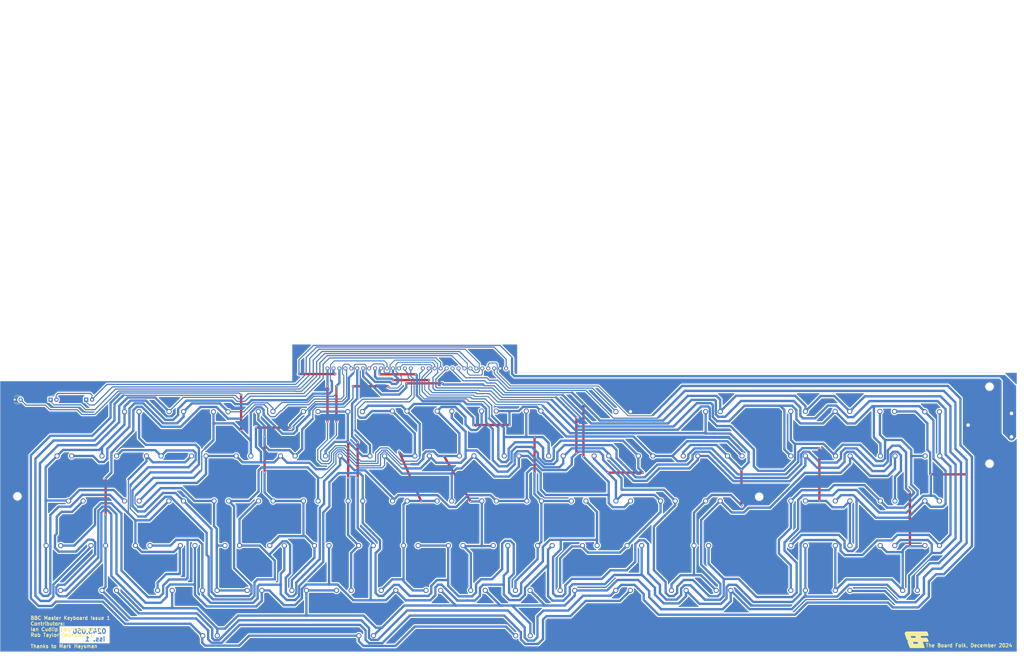
<source format=kicad_pcb>
(kicad_pcb (version 20240108) (generator "pcbnew") (generator_version "8.0")
  (layers (0 "F.Cu" signal) (31 "B.Cu" signal) (34 "B.Paste" user) (35 "F.Paste" user) (36 "B.SilkS" user "B.Silkscreen") (37 "F.SilkS" user "F.Silkscreen") (38 "B.Mask" user) (39 "F.Mask" user) (44 "Edge.Cuts" user))
  (net 0 "")
  (net 1 "GND")
  (net 2 "+5V")
  (net 3 "LED2")
  (net 4 "ROW0")
  (net 5 "ROW1")
  (net 6 "ROW2")
  (net 7 "ROW3")
  (net 8 "LED3")
  (net 9 "LED1")
  (net 10 "~{RST}")
  (net 11 "COL0")
  (net 12 "COL1")
  (net 13 "COL2")
  (net 14 "COL3")
  (net 15 "COL4")
  (net 16 "COL5")
  (net 17 "COL6")
  (net 18 "COL7")
  (net 19 "COL8")
  (net 20 "BATT")
  (net 21 "ROW7")
  (net 22 "COL9")
  (net 23 "ROW5")
  (net 24 "ROW6")
  (net 25 "COL14")
  (net 26 "ROW4")
  (net 27 "COL10")
  (net 28 "COL11")
  (net 29 "COL12")
  (net 30 "COL13")
  (footprint "BBC_Master_Keyboard:BBC Master KeySwitch" (layer "F.Cu") (at 144.735 253.72)
    (property "Reference" "SW60" (hide yes))
    (property "Value" "E")
  )
  (footprint "BBC_Master_Keyboard:BBC Master KeySwitch" (layer "F.Cu") (at 106.515 253.72)
    (property "Reference" "SW55" (hide yes))
    (property "Value" "Q")
  )
  (footprint "BBC_Master_Keyboard:BBC Master KeySwitch" (layer "F.Cu") (at 339.98 291.905)
    (property "Reference" "SW45" (hide yes))
    (property "Value" "DELETE")
  )
  (footprint "BBC_Master_Keyboard:BBC Master KeySwitch" (layer "F.Cu") (at 77.715 234.51)
    (property "Reference" "SW1" (hide yes))
    (property "Value" "ESCAPE")
  )
  (footprint "BBC_Master_Keyboard:BBC Master KeySwitch" (layer "F.Cu") (at 282.835 272.755)
    (property "Reference" "SW41" (hide yes))
    (property "Value" "+ ;")
  )
  (footprint "BBC_Master_Keyboard:BBC Master KeySwitch" (layer "F.Cu") (at 139.88 311.225)
    (property "Reference" "SW90" (hide yes))
    (property "Value" "SPACE L")
  )
  (footprint "BBC_Master_Keyboard:BBC Master KeySwitch" (layer "F.Cu") (at 345 234.51)
    (property "Reference" "SW82" (hide yes))
    (property "Value" "LEFT")
  )
  (footprint "BBC_Master_Keyboard:BBC Master KeySwitch" (layer "F.Cu") (at 390.895 234.51)
    (property "Reference" "SW88" (hide yes))
    (property "Value" "7 (num)")
  )
  (footprint "BBC_Master_Keyboard:BBC Master KeySwitch" (layer "F.Cu") (at 82.625 253.72)
    (property "Reference" "SW14" (hide yes))
    (property "Value" "TAB")
  )
  (footprint "BBC_Master_Keyboard:BBC Master KeySwitch" (layer "F.Cu") (at 201.955 253.72)
    (property "Reference" "SW36" (hide yes))
    (property "Value" "Y")
  )
  (footprint "BBC_Master_Keyboard:BBC Master KeySwitch" (layer "F.Cu") (at 111.155 272.755)
    (property "Reference" "SW30" (hide yes))
    (property "Value" "A")
  )
  (footprint "BBC_Master_Keyboard:BBC Master KeySwitch" (layer "F.Cu") (at 429.15 234.51)
    (property "Reference" "SW87" (hide yes))
    (property "Value" "9 (num)")
  )
  (footprint "BBC_Master_Keyboard:LED_D2.54mm" (layer "F.Cu") (at 71.82 210.345)
    (property "Reference" "D15" (hide yes))
    (property "Value" "CAPS")
  )
  (footprint "BBC_Master_Keyboard:BBC Master KeySwitch" (layer "F.Cu") (at 206.535 311.225)
    (property "Reference" "SW16" (hide yes))
    (property "Value" "SPACE")
  )
  (footprint "BBC_Master_Keyboard:BBC Master KeySwitch" (layer "F.Cu") (at 216.065 291.905)
    (property "Reference" "SW37" (hide yes))
    (property "Value" "N")
  )
  (footprint "BBC_Master_Keyboard:BBC Master KeySwitch" (layer "F.Cu") (at 273.375 291.905)
    (property "Reference" "SW21" (hide yes))
    (property "Value" "> .")
  )
  (footprint "BBC_Master_Keyboard:BBC Master KeySwitch" (layer "F.Cu") (at 225.605 272.755)
    (property "Reference" "SW38" (hide yes))
    (property "Value" "J")
  )
  (footprint "BBC_Master_Keyboard:BBC Master KeySwitch" (layer "F.Cu") (at 182.88 215.56)
    (property "Reference" "SW67" (hide yes))
    (property "Value" "f4")
  )
  (footprint "BBC_Master_Keyboard:Header_1x15_P2.54mm" (layer "F.Cu") (at 190.04 197 90)
    (property "Reference" "PL1" (hide yes))
    (property "Value" "KEY1IN")
  )
  (footprint "BBC_Master_Keyboard:BBC Master KeySwitch" (layer "F.Cu") (at 254.265 291.905)
    (property "Reference" "SW20" (hide yes))
    (property "Value" "< ,")
  )
  (footprint "BBC_Master_Keyboard:BBC Master KeySwitch" (layer "F.Cu") (at 263.885 272.755)
    (property "Reference" "SW39" (hide yes))
    (property "Value" "L")
  )
  (footprint "BBC_Master_Keyboard:BBC Master KeySwitch" (layer "F.Cu") (at 363.89 234.51)
    (property "Reference" "SW10" (hide yes))
    (property "Value" "RIGHT")
  )
  (footprint "BBC_Master_Keyboard:BBC Master KeySwitch" (layer "F.Cu") (at 278 215.35)
    (property "Reference" "SW8" (hide yes))
    (property "Value" "f9")
  )
  (footprint "BBC_Master_Keyboard:BBC Master KeySwitch" (layer "F.Cu") (at 359.05 291.905)
    (property "Reference" "SW23" (hide yes))
    (property "Value" "COPY")
  )
  (footprint "BBC_Master_Keyboard:BBC Master KeySwitch" (layer "F.Cu") (at 173.1 234.51)
    (property "Reference" "SW64" (hide yes))
    (property "Value" "5 %")
  )
  (footprint "BBC_Master_Keyboard:BBC Master KeySwitch" (layer "F.Cu") (at 139.795 291.905)
    (property "Reference" "SW32" (hide yes))
    (property "Value" "X")
  )
  (footprint "BBC_Master_Keyboard:BBC Master KeySwitch" (layer "F.Cu") (at 72.965 291.905)
    (property "Reference" "SW27" (hide yes))
    (property "Value" "SHIFT LOCK")
  )
  (footprint "BBC_Master_Keyboard:BF12" (layer "F.Cu") (at 441.62 312.93)
    (property "Reference" "G***")
    (property "Value" "LOGO12" (hide yes))
  )
  (footprint "BBC_Master_Keyboard:Header_1x15_P2.54mm" (layer "F.Cu") (at 230.72 197 90)
    (property "Reference" "PL2" (hide yes))
    (property "Value" "KEY2IN")
  )
  (footprint "BBC_Master_Keyboard:BBC Master KeySwitch" (layer "F.Cu") (at 268.605 234.51)
    (property "Reference" "SW75" (hide yes))
    (property "Value" "0")
  )
  (footprint "BBC_Master_Keyboard:BBC Master KeySwitch" (layer "F.Cu") (at 429.075 272.755)
    (property "Reference" "SW26" (hide yes))
    (property "Value" "3 (num)")
  )
  (footprint "BBC_Master_Keyboard:BBC Master KeySwitch" (layer "F.Cu") (at 239.955 253.72)
    (property "Reference" "SW69" (hide yes))
    (property "Value" "I")
  )
  (footprint "BBC_Master_Keyboard:BBC Master KeySwitch" (layer "F.Cu") (at 135.08 234.51)
    (property "Reference" "SW58" (hide yes))
    (property "Value" "3 #")
  )
  (footprint "BBC_Master_Keyboard:LED_D2.54mm" (layer "F.Cu") (at 56.5 210.345)
    (property "Reference" "D17" (hide yes))
    (property "Value" "POWER")
  )
  (footprint "BBC_Master_Keyboard:BBC Master KeySwitch" (layer "F.Cu") (at 306.94 234.51)
    (property "Reference" "SW79" (hide yes))
    (property "Value" "~ ^")
  )
  (footprint "BBC_Master_Keyboard:BBC Master KeySwitch" (layer "F.Cu") (at 287.54 234.51)
    (property "Reference" "SW76" (hide yes))
    (property "Value" "= -")
  )
  (footprint "BBC_Master_Keyboard:BBC Master KeySwitch" (layer "F.Cu") (at 182.885 253.72)
    (property "Reference" "SW63" (hide yes))
    (property "Value" "T")
  )
  (footprint "BBC_Master_Keyboard:BBC Master KeySwitch" (layer "F.Cu") (at 244.76 272.755)
    (property "Reference" "SW40" (hide yes))
    (property "Value" "K")
  )
  (footprint "BBC_Master_Keyboard:BBC Master KeySwitch" (layer "F.Cu") (at 220.925 253.72)
    (property "Reference" "SW68" (hide yes))
    (property "Value" "U")
  )
  (footprint "BBC_Master_Keyboard:BBC Master KeySwitch" (layer "F.Cu") (at 106.5 215.61)
    (property "Reference" "SW54" (hide yes))
    (property "Value" "f0")
  )
  (footprint "BBC_Master_Keyboard:BBC Master KeySwitch" (layer "F.Cu") (at 144.485 215.635)
    (property "Reference" "SW3" (hide yes))
    (property "Value" "f2")
  )
  (footprint "BBC_Master_Keyboard:BBC Master KeySwitch" (layer "F.Cu") (at 438.675 291.905)
    (property "Reference" "SW89" (hide yes))
    (property "Value" "RETURN (num)")
  )
  (footprint "BBC_Master_Keyboard:BBC Master KeySwitch" (layer "F.Cu") (at 448.11 253.72)
    (property "Reference" "SW50" (hide yes))
    (property "Value" "DELETE (num)")
  )
  (footprint "BBC_Master_Keyboard:BBC Master KeySwitch" (layer "F.Cu") (at 409.905 272.755)
    (property "Reference" "SW13" (hide yes))
    (property "Value" "2 (num)")
  )
  (footprint "BBC_Master_Keyboard:BBC Master KeySwitch" (layer "F.Cu") (at 73.045 272.755)
    (property "Reference" "SW28" (hide yes))
    (property "Value" "CAPS LOCK")
  )
  (footprint "BBC_Master_Keyboard:BBC Master KeySwitch" (layer "F.Cu") (at 325.82 234.51)
    (property "Reference" "SW9" (hide yes))
    (property "Value" "| \\")
  )
  (footprint "BBC_Master_Keyboard:BBC Master KeySwitch" (layer "F.Cu") (at 390.895 291.905)
    (property "Reference" "SW24" (hide yes))
    (property "Value" "0 (num)")
  )
  (footprint "BBC_Master_Keyboard:BBC Master KeySwitch" (layer "F.Cu") (at 335.32 253.72)
    (property "Reference" "SW78" (hide yes))
    (property "Value" "£ _")
  )
  (footprint "BBC_Master_Keyboard:BBC Master KeySwitch" (layer "F.Cu") (at 163.705 253.72)
    (property "Reference" "SW62" (hide yes))
    (property "Value" "R")
  )
  (footprint "BBC_Master_Keyboard:LED_D2.54mm" (layer "F.Cu") (at 87.01 210.345)
    (property "Reference" "D16" (hide yes))
    (property "Value" "SHIFT")
  )
  (footprint "BBC_Master_Keyboard:BBC Master KeySwitch" (layer "F.Cu") (at 448.125 215.635)
    (property "Reference" "SW49" (hide yes))
    (property "Value" "* (num)")
  )
  (footprint "BBC_Master_Keyboard:BBC Master KeySwitch" (layer "F.Cu") (at 321.015 272.755)
    (property "Reference" "SW43" (hide yes))
    (property "Value" "} ]")
  )
  (footprint "BBC_Master_Keyboard:Battery" (layer "F.Cu") (at 482 216.22)
    (property "Reference" "BT1")
    (property "Value" "Battery")
  )
  (footprint "BBC_Master_Keyboard:BBC Master KeySwitch" (layer "F.Cu") (at 130.34 272.755)
    (property "Reference" "SW29" (hide yes))
    (property "Value" "S")
  )
  (footprint "BBC_Master_Keyboard:BBC Master KeySwitch" (layer "F.Cu") (at 125.52 215.56)
    (property "Reference" "SW2" (hide yes))
    (property "Value" "f1")
  )
  (footprint "BBC_Master_Keyboard:BBC Master KeySwitch" (layer "F.Cu") (at 259.01 253.72)
    (property "Reference" "SW71" (hide yes))
    (property "Value" "O")
  )
  (footprint "BBC_Master_Keyboard:BBC Master KeySwitch" (layer "F.Cu") (at 258.92 215.35)
    (property "Reference" "SW7" (hide yes))
    (property "Value" "f8")
  )
  (footprint "BBC_Master_Keyboard:BBC Master KeySwitch" (layer "F.Cu") (at 354.55 215.57)
    (property "Reference" "SW80" (hide yes))
    (property "Value" "UP")
  )
  (footprint "BBC_Master_Keyboard:BBC Master KeySwitch" (layer "F.Cu") (at 349.575 272.755)
    (property "Reference" "SW46" (hide yes))
    (property "Value" "RETURN")
  )
  (footprint "BBC_Master_Keyboard:BBC Master KeySwitch" (layer "F.Cu") (at 163.63 215.51)
    (property "Reference" "SW4" (hide yes))
    (property "Value" "f3")
  )
  (footprint "BBC_Master_Keyboard:BBC Master KeySwitch" (layer "F.Cu") (at 96.895 291.905)
    (property "Reference" "SW92" (hide yes))
    (property "Value" "LSHIFT")
  )
  (footprint "BBC_Master_Keyboard:BBC Master KeySwitch" (layer "F.Cu") (at 409.905 253.72)
    (property "Reference" "SW12" (hide yes))
    (property "Value" "5 (num)")
  )
  (footprint "BBC_Master_Keyboard:BBC Master KeySwitch" (layer "F.Cu") (at 390.905 272.755)
    (property "Reference" "SW25" (hide yes))
    (property "Value" "1 (num)")
  )
  (footprint "BBC_Master_Keyboard:BBC Master KeySwitch" (layer "F.Cu") (at 448.15 272.755)
    (property "Reference" "SW51" (hide yes))
    (property "Value" ", (num)")
  )
  (footprint "BBC_Master_Keyboard:BBC Master KeySwitch" (layer "F.Cu") (at 154.17 234.51)
    (property "Reference" "SW61" (hide yes))
    (property "Value" "4 $")
  )
  (footprint "BBC_Master_Keyboard:BBC Master KeySwitch" (layer "F.Cu") (at 292.455 291.905)
    (property "Reference" "SW22" (hide yes))
    (property "Value" "? /")
  )
  (footprint "BBC_Master_Keyboard:BBC Master KeySwitch" (layer "F.Cu") (at 187.575 272.755)
    (property "Reference" "SW33" (hide yes))
    (property "Value" "G")
  )
  (footprint "BBC_Master_Keyboard:BBC Master KeySwitch" (layer "F.Cu") (at 168.485 272.755)
    (property "Reference" "SW34" (hide yes))
    (property "Value" "F")
  )
  (footprint "BBC_Master_Keyboard:BBC Master KeySwitch" (layer "F.Cu") (at 230.42 234.51)
    (property "Reference" "SW70" (hide yes))
    (property "Value" "8 {")
  )
  (footprint "BBC_Master_Keyboard:BBC Master KeySwitch" (layer "F.Cu") (at 158.885 291.905)
    (property "Reference" "SW31" (hide yes))
    (property "Value" "C")
  )
  (footprint "BBC_Master_Keyboard:BBC Master KeySwitch" (layer "F.Cu") (at 120.63 291.905)
    (property "Reference" "SW15" (hide yes))
    (property "Value" "Z")
  )
  (footprint "BBC_Master_Keyboard:BBC Master KeySwitch" (layer "F.Cu") (at 428.945 215.515)
    (property "Reference" "SW48" (hide yes))
    (property "Value" "/ (num)")
  )
  (footprint "BBC_Master_Keyboard:BBC Master KeySwitch" (layer "F.Cu") (at 197.03 291.905)
    (property "Reference" "SW18" (hide yes))
    (property "Value" "B")
  )
  (footprint "BBC_Master_Keyboard:BBC Master KeySwitch" (layer "F.Cu") (at 297.225 253.72)
    (property "Reference" "SW42" (hide yes))
    (property "Value" "@")
  )
  (footprint "BBC_Master_Keyboard:BBC Master KeySwitch" (layer "F.Cu") (at 201.8 215.59)
    (property "Reference" "SW5" (hide yes))
    (property "Value" "f5")
  )
  (footprint "BBC_Master_Keyboard:BBC Master KeySwitch" (layer "F.Cu") (at 390.955 253.72)
    (property "Reference" "SW11" (hide yes))
    (property "Value" "4 (num)")
  )
  (footprint "BBC_Master_Keyboard:BBC Master KeySwitch" (layer "F.Cu") (at 409.83 215.49)
    (property "Reference" "SW86" (hide yes))
    (property "Value" "- (num)")
  )
  (footprint "BBC_Master_Keyboard:BBC Master KeySwitch" (layer "F.Cu") (at 249.435 234.51)
    (property "Reference" "SW72" (hide yes))
    (property "Value" "9 )")
  )
  (footprint "BBC_Master_Keyboard:BBC Master KeySwitch" (layer "F.Cu") (at 211.285 234.51)
    (property "Reference" "SW66" (hide yes))
    (property "Value" "7 '")
  )
  (footprint "BBC_Master_Keyboard:BBC Master KeySwitch" (layer "F.Cu") (at 448.23 234.51)
    (property "Reference" "SW47" (hide yes))
    (property "Value" "# (num)")
  )
  (footprint "BBC_Master_Keyboard:BBC Master KeySwitch" (layer "F.Cu") (at 177.92 291.905)
    (property "Reference" "SW17" (hide yes))
    (property "Value" "V")
  )
  (footprint "BBC_Master_Keyboard:BBC Master KeySwitch" (layer "F.Cu") (at 302.005 272.755)
    (property "Reference" "SW44" (hide yes))
    (property "Value" "* :")
  )
  (footprint "BBC_Master_Keyboard:BBC Master KeySwitch" (layer "F.Cu") (at 316.26 215.58)
    (property "Reference" "SW95" (hide yes))
    (property "Value" "BREAK")
  )
  (footprint "BBC_Master_Keyboard:BBC Master KeySwitch" (layer "F.Cu") (at 354.555 253.72)
    (property "Reference" "SW81" (hide yes))
    (property "Value" "DOWN")
  )
  (footprint "BBC_Master_Keyboard:BBC Master KeySwitch" (layer "F.Cu") (at 96.895 234.51)
    (property "Reference" "SW53" (hide yes))
    (property "Value" "1 !")
  )
  (footprint "BBC_Master_Keyboard:BBC Master KeySwitch" (layer "F.Cu") (at 409.905 291.905)
    (property "Reference" "SW52" (hide yes))
    (property "Value" ". (num)")
  )
  (footprint "BBC_Master_Keyboard:BBC Master KeySwitch" (layer "F.Cu") (at 239.98 215.39)
    (property "Reference" "SW73" (hide yes))
    (property "Value" "f7")
  )
  (footprint "BBC_Master_Keyboard:BBC Master KeySwitch" (layer "F.Cu") (at 149.375 272.755)
    (property "Reference" "SW59" (hide yes))
    (property "Value" "D")
  )
  (footprint "BBC_Master_Keyboard:BBC Master KeySwitch" (layer "F.Cu") (at 429.125 253.72)
    (property "Reference" "SW85" (hide yes))
    (property "Value" "6 (num)")
  )
  (footprint "BBC_Master_Keyboard:BBC Master KeySwitch" (layer "F.Cu") (at 316.19 291.905)
    (property "Reference" "SW94" (hide yes))
    (property "Value" "RSHIFT")
  )
  (footprint "BBC_Master_Keyboard:BBC Master KeySwitch" (layer "F.Cu") (at 92.175 272.755)
    (property "Reference" "SW93" (hide yes))
    (property "Value" "CTRL")
  )
  (footprint "BBC_Master_Keyboard:BBC Master KeySwitch" (layer "F.Cu") (at 316.27 253.72)
    (property "Reference" "SW77" (hide yes))
    (property "Value" "{ [")
  )
  (footprint "BBC_Master_Keyboard:BBC Master KeySwitch" (layer "F.Cu") (at 206.445 272.755)
    (property "Reference" "SW35" (hide yes))
    (property "Value" "H")
  )
  (footprint "BBC_Master_Keyboard:BBC Master KeySwitch" (layer "F.Cu") (at 390.915 215.465)
    (property "Reference" "SW83" (hide yes))
    (property "Value" "+ (num)")
  )
  (footprint "BBC_Master_Keyboard:BBC Master KeySwitch" (layer "F.Cu") (at 220.84 215.35)
    (property "Reference" "SW6" (hide yes))
    (property "Value" "f6")
  )
  (footprint "BBC_Master_Keyboard:BBC Master KeySwitch" (layer "F.Cu") (at 115.885 234.51)
    (property "Reference" "SW56" (hide yes))
    (property "Value" "2 \"")
  )
  (footprint "BBC_Master_Keyboard:BBC Master KeySwitch" (layer "F.Cu") (at 235.22 291.905)
    (property "Reference" "SW19" (hide yes))
    (property "Value" "M")
  )
  (footprint "BBC_Master_Keyboard:BBC Master KeySwitch" (layer "F.Cu") (at 273.48 311.225)
    (property "Reference" "SW91" (hide yes))
    (property "Value" "SPACE R")
  )
  (footprint "BBC_Master_Keyboard:BBC Master KeySwitch" (layer "F.Cu") (at 410 234.51)
    (property "Reference" "SW84" (hide yes))
    (property "Value" "8 (num)")
  )
  (footprint "BBC_Master_Keyboard:BBC Master KeySwitch" (layer "F.Cu") (at 192.31 234.51)
    (property "Reference" "SW65" (hide yes))
    (property "Value" "6 &")
  )
  (footprint "BBC_Master_Keyboard:BBC Master KeySwitch" (layer "F.Cu") (at 125.43 253.72)
    (property "Reference" "SW57" (hide yes))
    (property "Value" "W")
  )
  (footprint "BBC_Master_Keyboard:BBC Master KeySwitch" (layer "F.Cu") (at 278.215 253.72)
    (property "Reference" "SW74" (hide yes))
    (property "Value" "P")
  )
  (gr_line (start 50.3 202.4) (end 174.93 202.4) (stroke (width 0.1)) (layer "Edge.Cuts"))
  (gr_circle (center 472.63 204.8) (end 474.43 204.8) (stroke (width 0.1)) (fill none) (layer "Edge.Cuts"))
  (gr_line (start 271.05 186.77) (end 271.05 198.85) (stroke (width 0.1)) (layer "Edge.Cuts"))
  (gr_line (start 484.3 317.9) (end 50.3 317.9) (stroke (width 0.1)) (layer "Edge.Cuts"))
  (gr_line (start 271.05 198.85) (end 484.3 198.85) (stroke (width 0.1)) (layer "Edge.Cuts"))
  (gr_circle (center 374.31 251.78) (end 376.11 251.78) (stroke (width 0.1)) (fill none) (layer "Edge.Cuts"))
  (gr_circle (center 472.63 237.68) (end 474.43 237.68) (stroke (width 0.1)) (fill none) (layer "Edge.Cuts"))
  (gr_line (start 484.3 198.85) (end 484.3 317.9) (stroke (width 0.1)) (layer "Edge.Cuts"))
  (gr_line (start 50.3 317.9) (end 50.3 202.4) (stroke (width 0.1)) (layer "Edge.Cuts"))
  (gr_line (start 174.93 186.77) (end 271.05 186.77) (stroke (width 0.1)) (layer "Edge.Cuts"))
  (gr_circle (center 57.7 251.63) (end 59.5 251.63) (stroke (width 0.1)) (fill none) (layer "Edge.Cuts"))
  (gr_line (start 174.93 202.4) (end 174.93 186.77) (stroke (width 0.1)) (layer "Edge.Cuts"))
  (gr_text "0243,050" (at 95.82 310.37 0) (layer "B.Cu") (effects (font (size 2 2) (thickness 0.4) (bold yes)) (justify left bottom mirror)))
  (gr_text "Iss. 1" (at 95.39 313.69 0) (layer "B.Cu") (effects (font (size 2 2) (thickness 0.4) (bold yes)) (justify left bottom mirror)))
  (gr_text "BBC Master Keyboard Issue 1\nContributors:\nIan Cudlip (@grandoldian)\nRob Taylor (@peepouk)\n\nThanks to Mark Haysman" (at 63.13 316.5 0) (layer "F.SilkS") (effects (font (size 1.5 1.5) (thickness 0.3) (bold yes)) (justify left bottom)))
  (gr_text "The Board Folk, December 2024" (at 445.22 316.14 0) (layer "F.SilkS") (effects (font (size 1.5 1.5) (thickness 0.3) (bold yes)) (justify left bottom)))
  (segment (start 463.63 209.13) (end 463.63 213.35) (width 1) (layer "B.Cu") (net 1))
  (segment (start 307.32 203.02) (end 319.38 215.08) (width 1) (layer "B.Cu") (net 1))
  (segment (start 319.38 215.45) (end 327.19 215.45) (width 1) (layer "B.Cu") (net 1))
  (segment (start 356.61 202.39) (end 456.89 202.39) (width 1) (layer "B.Cu") (net 1))
  (segment (start 463.63 220.76) (end 465.96 223.09) (width 1) (layer "B.Cu") (net 1))
  (segment (start 263.74 197.99) (end 268.77 203.02) (width 1) (layer "B.Cu") (net 1))
  (segment (start 462.65 208.15) (end 463.63 209.13) (width 1) (layer "B.Cu") (net 1))
  (segment (start 263.74 197) (end 263.74 197.99) (width 1) (layer "B.Cu") (net 1))
  (segment (start 268.77 203.02) (end 307.32 203.02) (width 1) (layer "B.Cu") (net 1))
  (segment (start 467.39 224.52) (end 467.39 228.83) (width 1) (layer "B.Cu") (net 1))
  (segment (start 467.39 228.83) (end 467.39 284.5) (width 1) (layer "B.Cu") (net 1))
  (segment (start 463.63 213.35) (end 463.63 220.76) (width 1) (layer "B.Cu") (net 1))
  (segment (start 319.38 215.08) (end 319.38 215.45) (width 1) (layer "B.Cu") (net 1))
  (segment (start 340.25 202.39) (end 356.61 202.39) (width 1) (layer "B.Cu") (net 1))
  (segment (start 465.96 223.09) (end 467.39 224.52) (width 1) (layer "B.Cu") (net 1))
  (segment (start 456.89 202.39) (end 462.65 208.15) (width 1) (layer "B.Cu") (net 1))
  (segment (start 327.19 215.45) (end 330.97 211.67) (width 1) (layer "B.Cu") (net 1))
  (segment (start 467.39 284.5) (end 468.97 286.08) (width 1) (layer "B.Cu") (net 1))
  (segment (start 330.97 211.67) (end 340.25 202.39) (width 1) (layer "B.Cu") (net 1))
  (segment (start 89.515 208.445) (end 89.515 210.25) (width 0.5) (layer "B.Cu") (net 2))
  (segment (start 88.75 207.68) (end 89.515 208.445) (width 0.5) (layer "B.Cu") (net 2))
  (segment (start 266.28 193.1) (end 261.09 187.91) (width 0.5) (layer "B.Cu") (net 2))
  (segment (start 75.09 207.68) (end 88.75 207.68) (width 0.5) (layer "B.Cu") (net 2))
  (segment (start 95.935 203.83) (end 89.515 210.25) (width 0.5) (layer "B.Cu") (net 2))
  (segment (start 266.28 197) (end 266.28 193.1) (width 0.5) (layer "B.Cu") (net 2))
  (segment (start 74.225 210.275) (end 74.225 208.545) (width 0.5) (layer "B.Cu") (net 2))
  (segment (start 261.09 187.91) (end 185.37 187.91) (width 0.5) (layer "B.Cu") (net 2))
  (segment (start 185.37 187.91) (end 180.93 192.35) (width 0.5) (layer "B.Cu") (net 2))
  (segment (start 74.225 208.545) (end 75.09 207.68) (width 0.5) (layer "B.Cu") (net 2))
  (segment (start 176.43 203.83) (end 95.935 203.83) (width 0.5) (layer "B.Cu") (net 2))
  (segment (start 180.93 192.35) (end 180.93 199.33) (width 0.5) (layer "B.Cu") (net 2))
  (segment (start 180.93 199.33) (end 176.43 203.83) (width 0.5) (layer "B.Cu") (net 2))
  (segment (start 99.58 205.82) (end 90.77 214.63) (width 0.5) (layer "B.Cu") (net 3))
  (segment (start 90.77 214.63) (end 86.76 214.63) (width 0.5) (layer "B.Cu") (net 3))
  (segment (start 84.7 212.57) (end 73.31 212.57) (width 0.5) (layer "B.Cu") (net 3))
  (segment (start 86.76 214.63) (end 84.7 212.57) (width 0.5) (layer "B.Cu") (net 3))
  (segment (start 178.3 205.82) (end 99.58 205.82) (width 0.5) (layer "B.Cu") (net 3))
  (segment (start 71.685 210.945) (end 71.685 210.275) (width 0.5) (layer "B.Cu") (net 3))
  (segment (start 187.69 189.78) (end 183.96 193.51) (width 0.5) (layer "B.Cu") (net 3))
  (segment (start 73.31 212.57) (end 71.685 210.945) (width 0.5) (layer "B.Cu") (net 3))
  (segment (start 253.58 197) (end 246.36 189.78) (width 0.5) (layer "B.Cu") (net 3))
  (segment (start 246.36 189.78) (end 187.69 189.78) (width 0.5) (layer "B.Cu") (net 3))
  (segment (start 183.96 200.16) (end 178.3 205.82) (width 0.5) (layer "B.Cu") (net 3))
  (segment (start 183.96 193.51) (end 183.96 200.16) (width 0.5) (layer "B.Cu") (net 3))
  (segment (start 95.34 243.97) (end 95.37 243.94) (width 1) (layer "F.Cu") (net 4))
  (segment (start 95.34 259.43) (end 95.34 243.97) (width 1) (layer "F.Cu") (net 4))
  (via (at 95.34 259.43) (size 1) (drill 0.4) (layers "F.Cu" "B.Cu") (net 4))
  (via (at 95.37 243.94) (size 1) (drill 0.4) (layers "F.Cu" "B.Cu") (net 4))
  (segment (start 122.94 221.92) (end 127.41 221.92) (width 1) (layer "B.Cu") (net 4))
  (segment (start 108 214.03) (end 108.66 213.37) (width 1) (layer "B.Cu") (net 4))
  (segment (start 147.55 218.46) (end 152.46 218.46) (width 1) (layer "B.Cu") (net 4))
  (segment (start 112.36 214.98) (end 119.3 221.92) (width 1) (layer "B.Cu") (net 4))
  (segment (start 140.37 213.48) (end 142.57 213.48) (width 1) (layer "B.Cu") (net 4))
  (segment (start 164.48 215.47) (end 164.48 216.37) (width 0.5) (layer "B.Cu") (net 4))
  (segment (start 129.83 219.5) (end 135.85 213.48) (width 1) (layer "B.Cu") (net 4))
  (segment (start 93.785 291.775) (end 105.74 303.73) (width 1) (layer "B.Cu") (net 4))
  (segment (start 199.05 195.22) (end 200.2 196.37) (width 0.4) (layer "B.Cu") (net 4))
  (segment (start 155.45 216.15) (end 159.08 212.52) (width 0.5) (layer "B.Cu") (net 4))
  (segment (start 181.98 212.52) (end 182.93 211.57) (width 0.5) (layer "B.Cu") (net 4))
  (segment (start 182.93 211.57) (end 184.4 210.1) (width 0.5) (layer "B.Cu") (net 4))
  (segment (start 97.82 241.49) (end 97.82 239.56) (width 1) (layer "B.Cu") (net 4))
  (segment (start 165.75 217.64) (end 167.09 217.64) (width 0.5) (layer "B.Cu") (net 4))
  (segment (start 196.41 199.29) (end 196.41 196.09) (width 0.4) (layer "B.Cu") (net 4))
  (segment (start 196.99 208.85) (end 196.99 201.08) (width 0.5) (layer "B.Cu") (net 4))
  (segment (start 196.99 199.87) (end 196.41 199.29) (width 0.4) (layer "B.Cu") (net 4))
  (segment (start 161.64 212.52) (end 163.05 212.52) (width 0.5) (layer "B.Cu") (net 4))
  (segment (start 272.57 309.6) (end 272.57 312.66) (width 1) (layer "B.Cu") (net 4))
  (segment (start 274.54 314.63) (end 279.94 314.63) (width 1) (layer "B.Cu") (net 4))
  (segment (start 300.28 296.25) (end 314.835 296.25) (width 1) (layer "B.Cu") (net 4))
  (segment (start 184.4 210.1) (end 188.51 210.1) (width 0.5) (layer "B.Cu") (net 4))
  (segment (start 195.74 210.1) (end 196.34 209.5) (width 0.5) (layer "B.Cu") (net 4))
  (segment (start 142.57 213.48) (end 144.71 215.62) (width 1) (layer "B.Cu") (net 4))
  (segment (start 165.55 217.44) (end 165.75 217.64) (width 0.5) (layer "B.Cu") (net 4))
  (segment (start 97.82 232.99) (end 100.18 230.63) (width 1) (layer "B.Cu") (net 4))
  (segment (start 179.13 212.52) (end 181.98 212.52) (width 0.5) (layer "B.Cu") (net 4))
  (segment (start 164.48 213.95) (end 164.48 215.47) (width 0.5) (layer "B.Cu") (net 4))
  (segment (start 203.94 306.5) (end 206.3 308.86) (width 1) (layer "B.Cu") (net 4))
  (segment (start 282.04 304.23) (end 283.5 302.77) (width 1) (layer "B.Cu") (net 4))
  (segment (start 153.14 218.46) (end 155.45 216.15) (width 0.5) (layer "B.Cu") (net 4))
  (segment (start 152.46 218.46) (end 153.14 218.46) (width 0.5) (layer "B.Cu") (net 4))
  (segment (start 140.585 314.125) (end 144.895 314.125) (width 1) (layer "B.Cu") (net 4))
  (segment (start 293.76 302.77) (end 300.28 296.25) (width 1) (layer "B.Cu") (net 4))
  (segment (start 105.74 303.73) (end 133.95 303.73) (width 1) (layer "B.Cu") (net 4))
  (segment (start 163.88 213.35) (end 164.48 213.95) (width 0.5) (layer "B.Cu") (net 4))
  (segment (start 170.46 215.07) (end 173.01 212.52) (width 0.5) (layer "B.Cu") (net 4))
  (segment (start 100.18 230.63) (end 107.16 223.65) (width 1) (layer "B.Cu") (net 4))
  (segment (start 119.3 221.92) (end 122.94 221.92) (width 1) (layer "B.Cu") (net 4))
  (segment (start 167.09 217.64) (end 167.59 217.64) (width 0.5) (layer "B.Cu") (net 4))
  (segment (start 196.34 209.5) (end 196.99 208.85) (width 0.5) (layer "B.Cu") (net 4))
  (segment (start 196.41 196.09) (end 197.28 195.22) (width 0.4) (layer "B.Cu") (net 4))
  (segment (start 133.95 303.73) (end 139.09 308.87) (width 1) (layer "B.Cu") (net 4))
  (segment (start 110.75 213.37) (end 112.36 214.98) (width 1) (layer "B.Cu") (net 4))
  (segment (start 225.19 302.52) (end 265.49 302.52) (width 1) (layer "B.Cu") (net 4))
  (segment (start 95.295 272.625) (end 95.295 259.475) (width 1) (layer "B.Cu") (net 4))
  (segment (start 107.16 219.82) (end 107.16 214.87) (width 1) (layer "B.Cu") (net 4))
  (segment (start 135.85 213.48) (end 140.37 213.48) (width 1) (layer "B.Cu") (net 4))
  (segment (start 314.835 296.25) (end 319.31 291.775) (width 1) (layer "B.Cu") (net 4))
  (segment (start 206.3 308.86) (end 206.3 312.86) (width 1) (layer "B.Cu") (net 4))
  (segment (start 139.09 308.87) (end 139.09 312.63) (width 1) (layer "B.Cu") (net 4))
  (segment (start 109.35 213.37) (end 110.75 213.37) (width 1) (layer "B.Cu") (net 4))
  (segment (start 164.48 216.37) (end 165.55 217.44) (width 0.5) (layer "B.Cu") (net 4))
  (segment (start 200.2 196.37) (end 200.2 197) (width 0.4) (layer "B.Cu") (net 4))
  (segment (start 170.16 215.07) (end 170.46 215.07) (width 0.5) (layer "B.Cu") (net 4))
  (segment (start 265.49 302.52) (end 272.57 309.6) (width 1) (layer "B.Cu") (net 4))
  (segment (start 139.09 312.63) (end 140.585 314.125) (width 1) (layer "B.Cu") (net 4))
  (segment (start 97.82 239.56) (end 97.82 232.99) (width 1) (layer "B.Cu") (net 4))
  (segment (start 272.57 312.66) (end 274.54 314.63) (width 1) (layer "B.Cu") (net 4))
  (segment (start 95.295 259.475) (end 95.34 259.43) (width 1) (layer "B.Cu") (net 4))
  (segment (start 95.37 243.94) (end 97.82 241.49) (width 1) (layer "B.Cu") (net 4))
  (segment (start 206.3 312.86) (end 207.71 314.27) (width 1) (layer "B.Cu") (net 4))
  (segment (start 127.41 221.92) (end 129.83 219.5) (width 1) (layer "B.Cu") (net 4))
  (segment (start 173.01 212.52) (end 179.13 212.52) (width 0.5) (layer "B.Cu") (net 4))
  (segment (start 167.59 217.64) (end 170.16 215.07) (width 0.5) (layer "B.Cu") (net 4))
  (segment (start 152.52 306.5) (end 203.94 306.5) (width 1) (layer "B.Cu") (net 4))
  (segment (start 159.08 212.52) (end 161.64 212.52) (width 0.5) (layer "B.Cu") (net 4))
  (segment (start 197.28 195.22) (end 199.05 195.22) (width 0.4) (layer "B.Cu") (net 4))
  (segment (start 283.5 302.77) (end 293.76 302.77) (width 1) (layer "B.Cu") (net 4))
  (segment (start 213.44 314.27) (end 225.19 302.52) (width 1) (layer "B.Cu") (net 4))
  (segment (start 95.295 272.625) (end 95.295 290.265) (width 1) (layer "B.Cu") (net 4))
  (segment (start 196.99 201.08) (end 196.99 199.87) (width 0.4) (layer "B.Cu") (net 4))
  (segment (start 188.51 210.1) (end 195.74 210.1) (width 0.5) (layer "B.Cu") (net 4))
  (segment (start 107.16 223.65) (end 107.16 219.82) (width 1) (layer "B.Cu") (net 4))
  (segment (start 279.94 314.63) (end 282.04 312.53) (width 1) (layer "B.Cu") (net 4))
  (segment (start 163.05 212.52) (end 163.88 213.35) (width 0.5) (layer "B.Cu") (net 4))
  (segment (start 95.295 290.265) (end 93.785 291.775) (width 1) (layer "B.Cu") (net 4))
  (segment (start 107.16 214.87) (end 108 214.03) (width 1) (layer "B.Cu") (net 4))
  (segment (start 144.71 215.62) (end 147.55 218.46) (width 1) (layer "B.Cu") (net 4))
  (segment (start 108.66 213.37) (end 109.35 213.37) (width 1) (layer "B.Cu") (net 4))
  (segment (start 144.895 314.125) (end 152.52 306.5) (width 1) (layer "B.Cu") (net 4))
  (segment (start 207.71 314.27) (end 213.44 314.27) (width 1) (layer "B.Cu") (net 4))
  (segment (start 282.04 312.53) (end 282.04 304.23) (width 1) (layer "B.Cu") (net 4))
  (segment (start 174.11 222.28) (end 159.51 222.28) (width 1) (layer "F.Cu") (net 5))
  (via (at 159.51 222.28) (size 1) (drill 0.4) (layers "F.Cu" "B.Cu") (net 5))
  (via (at 174.11 222.28) (size 1) (drill 0.4) (layers "F.Cu" "B.Cu") (net 5))
  (segment (start 271.209415 232.35) (end 275.55 232.35) (width 1) (layer "B.Cu") (net 5))
  (segment (start 184.86 211.14) (end 196.23 211.14) (width 0.5) (layer "B.Cu") (net 5))
  (segment (start 310.06 234.38) (end 320.69 245.01) (width 1) (layer "B.Cu") (net 5))
  (segment (start 294.28 231.13) (end 307.74 231.13) (width 1) (layer "B.Cu") (net 5))
  (segment (start 183.46 238.41) (end 185.07 240.02) (width 1) (layer "B.Cu") (net 5))
  (segment (start 310.06 233.45) (end 310.06 234.38) (width 1) (layer "B.Cu") (net 5))
  (segment (start 307.74 231.13) (end 310.06 233.45) (width 1) (layer "B.Cu") (net 5))
  (segment (start 248.99 232.03) (end 253.71 232.03) (width 1) (layer "B.Cu") (net 5))
  (segment (start 179.77 215.43) (end 174.11 221.09) (width 1) (layer "B.Cu") (net 5))
  (segment (start 180.57 215.43) (end 184.86 211.14) (width 0.5) (layer "B.Cu") (net 5))
  (segment (start 430.47 233.634415) (end 431.524415 232.58) (width 1) (layer "B.Cu") (net 5))
  (segment (start 363.28 245.17) (end 387.35 245.17) (width 1) (layer "B.Cu") (net 5))
  (segment (start 198.19 197.53) (end 197.66 197) (width 0.5) (layer "B.Cu") (net 5))
  (segment (start 151.06 234.38) (end 153.79 237.11) (width 1) (layer "B.Cu") (net 5))
  (segment (start 326.32 245.01) (end 331.6 239.73) (width 1) (layer "B.Cu") (net 5))
  (segment (start 248.99 232.03) (end 248.99 224.04) (width 1) (layer "B.Cu") (net 5))
  (segment (start 246.95 237.29) (end 248.99 235.25) (width 1) (layer "B.Cu") (net 5))
  (segment (start 192.69 237.17) (end 192.69 233.38) (width 0.5) (layer "B.Cu") (net 5))
  (segment (start 233.54 234.38) (end 233.54 235.935634) (width 1) (layer "B.Cu") (net 5))
  (segment (start 229.765634 239.71) (end 222.26 239.71) (width 1) (layer "B.Cu") (net 5))
  (segment (start 387.35 245.17) (end 394.015 238.505) (width 1) (layer "B.Cu") (net 5))
  (segment (start 196.69 231.79) (end 203.46 238.56) (width 0.5) (layer "B.Cu") (net 5))
  (segment (start 348.12 234.38) (end 352.49 234.38) (width 1) (layer "B.Cu") (net 5))
  (segment (start 433.27 232.58) (end 434.81 234.12) (width 1) (layer "B.Cu") (net 5))
  (segment (start 282.39 239.19) (end 289.07 239.19) (width 1) (layer "B.Cu") (net 5))
  (segment (start 221.927032 239.71) (end 222.26 239.71) (width 0.5) (layer "B.Cu") (net 5))
  (segment (start 174.39 237.28) (end 182.33 237.28) (width 1) (layer "B.Cu") (net 5))
  (segment (start 348.12 236.1) (end 348.12 234.38) (width 1) (layer "B.Cu") (net 5))
  (segment (start 159.51 230.5) (end 161.64 232.63) (width 1) (layer "B.Cu") (net 5))
  (segment (start 182.33 237.28) (end 183.46 238.41) (width 1) (layer "B.Cu") (net 5))
  (segment (start 174.11 221.09) (end 174.11 222.28) (width 1) (layer "B.Cu") (net 5))
  (segment (start 213.92 232.61) (end 214.827032 232.61) (width 0.5) (layer "B.Cu") (net 5))
  (segment (start 414.43 232.58) (end 422.69 240.84) (width 1) (layer "B.Cu") (net 5))
  (segment (start 233.54 234.38) (end 236.45 237.29) (width 1) (layer "B.Cu") (net 5))
  (segment (start 159.51 222.28) (end 159.51 230.5) (width 1) (layer "B.Cu") (net 5))
  (segment (start 189.05 240.02) (end 189.84 240.02) (width 0.5) (layer "B.Cu") (net 5))
  (segment (start 352.49 234.38) (end 363.28 245.17) (width 1) (layer "B.Cu") (net 5))
  (segment (start 179.77 215.43) (end 180.57 215.43) (width 0.5) (layer "B.Cu") (net 5))
  (segment (start 422.69 240.84) (end 427.7 240.84) (width 1) (layer "B.Cu") (net 5))
  (segment (start 331.6 239.73) (end 344.49 239.73) (width 1) (layer "B.Cu") (net 5))
  (segment (start 138.2 242.12) (end 138.2 234.38) (width 1) (layer "B.Cu") (net 5))
  (segment (start 320.69 245.01) (end 326.32 245.01) (width 1) (layer "B.Cu") (net 5))
  (segment (start 431.524415 232.58) (end 433.27 232.58) (width 1) (layer "B.Cu") (net 5))
  (segment (start 138.2 234.38) (end 151.06 234.38) (width 1) (layer "B.Cu") (net 5))
  (segment (start 198.19 209.18) (end 198.19 197.53) (width 0.5) (layer "B.Cu") (net 5))
  (segment (start 214.827032 232.61) (end 221.927032 239.71) (width 0.5) (layer "B.Cu") (net 5))
  (segment (start 172.89 237.28) (end 174.39 237.28) (width 1) (layer "B.Cu") (net 5))
  (segment (start 408.24 239.42) (end 410.75 236.91) (width 1) (layer "B.Cu") (net 5))
  (segment (start 411.83 232.58) (end 414.43 232.58) (width 1) (layer "B.Cu") (net 5))
  (segment (start 291.03 234.38) (end 294.28 231.13) (width 1) (layer "B.Cu") (net 5))
  (segment (start 117.335 245.89) (end 134.43 245.89) (width 1) (layer "B.Cu") (net 5))
  (segment (start 212.65 238.56) (end 212.65 233.88) (width 0.5) (layer "B.Cu") (net 5))
  (segment (start 189.84 240.02) (end 192.69 237.17) (width 0.5) (layer "B.Cu") (net 5))
  (segment (start 233.54 235.935634) (end 229.765634 239.71) (width 1) (layer "B.Cu") (net 5))
  (segment (start 192.69 233.38) (end 194.28 231.79) (width 0.5) (layer "B.Cu") (net 5))
  (segment (start 243.1 218.15) (end 243.1 215.26) (width 1) (layer "B.Cu") (net 5))
  (segment (start 434.81 234.12) (end 434.81 240.75) (width 1) (layer "B.Cu") (net 5))
  (segment (start 109.635 253.59) (end 117.335 245.89) (width 1) (layer "B.Cu") (net 5))
  (segment (start 248.99 235.25) (end 248.99 232.03) (width 1) (layer "B.Cu") (net 5))
  (segment (start 434.81 240.75) (end 432.245 243.315) (width 1) (layer "B.Cu") (net 5))
  (segment (start 134.43 245.89) (end 138.2 242.12) (width 1) (layer "B.Cu") (net 5))
  (segment (start 185.07 240.02) (end 189.05 240.02) (width 1) (layer "B.Cu") (net 5))
  (segment (start 248.99 224.04) (end 243.1 218.15) (width 1) (layer "B.Cu") (net 5))
  (segment (start 289.07 239.19) (end 290.66 237.6) (width 1) (layer "B.Cu") (net 5))
  (segment (start 432.245 243.315) (end 432.245 253.59) (width 1) (layer "B.Cu") (net 5))
  (segment (start 194.28 231.79) (end 196.69 231.79) (width 0.5) (layer "B.Cu") (net 5))
  (segment (start 410.75 236.91) (end 410.75 233.66) (width 1) (layer "B.Cu") (net 5))
  (segment (start 161.64 232.63) (end 161.64 237.11) (width 1) (layer "B.Cu") (net 5))
  (segment (start 430.47 238.07) (end 430.47 233.634415) (width 1) (layer "B.Cu") (net 5))
  (segment (start 266.82 241.08) (end 269.925 237.975) (width 1) (layer "B.Cu") (net 5))
  (segment (start 394.015 238.505) (end 394.015 234.38) (width 1) (layer "B.Cu") (net 5))
  (segment (start 169.99 234.38) (end 172.89 237.28) (width 1) (layer "B.Cu") (net 5))
  (segment (start 196.23 211.14) (end 198.19 209.18) (width 0.5) (layer "B.Cu") (net 5))
  (segment (start 427.7 240.84) (end 430.47 238.07) (width 1) (layer "B.Cu") (net 5))
  (segment (start 203.46 238.56) (end 212.65 238.56) (width 0.5) (layer "B.Cu") (net 5))
  (segment (start 253.71 232.03) (end 262.76 241.08) (width 1) (layer "B.Cu") (net 5))
  (segment (start 410.75 233.66) (end 411.83 232.58) (width 1) (layer "B.Cu") (net 5))
  (segment (start 344.49 239.73) (end 348.12 236.1) (width 1) (layer "B.Cu") (net 5))
  (segment (start 394.015 234.38) (end 399.055 239.42) (width 1) (layer "B.Cu") (net 5))
  (segment (start 290.66 234.38) (end 291.03 234.38) (width 1) (layer "B.Cu") (net 5))
  (segment (start 290.66 237.6) (end 290.66 234.38) (width 1) (layer "B.Cu") (net 5))
  (segment (start 236.45 237.29) (end 246.95 237.29) (width 1) (layer "B.Cu") (net 5))
  (segment (start 399.055 239.42) (end 408.24 239.42) (width 1) (layer "B.Cu") (net 5))
  (segment (start 269.925 237.975) (end 269.925 233.634415) (width 1) (layer "B.Cu") (net 5))
  (segment (start 269.925 233.634415) (end 271.209415 232.35) (width 1) (layer "B.Cu") (net 5))
  (segment (start 212.65 233.88) (end 213.92 232.61) (width 0.5) (layer "B.Cu") (net 5))
  (segment (start 153.79 237.11) (end 161.64 237.11) (width 1) (layer "B.Cu") (net 5))
  (segment (start 262.76 241.08) (end 266.82 241.08) (width 1) (layer "B.Cu") (net 5))
  (segment (start 275.55 232.35) (end 282.39 239.19) (width 1) (layer "B.Cu") (net 5))
  (segment (start 167.26 237.11) (end 169.99 234.38) (width 1) (layer "B.Cu") (net 5))
  (segment (start 161.64 237.11) (end 167.26 237.11) (width 1) (layer "B.Cu") (net 5))
  (segment (start 296.26 233.17) (end 296.26 218.03) (width 1) (layer "F.Cu") (net 6))
  (segment (start 296.26 218.03) (end 296.21 217.98) (width 1) (layer "F.Cu") (net 6))
  (via (at 296.21 217.98) (size 1) (drill 0.4) (layers "F.Cu" "B.Cu") (net 6))
  (via (at 296.26 233.17) (size 1) (drill 0.4) (layers "F.Cu" "B.Cu") (net 6))
  (segment (start 243.075 253.59) (end 243.075 241.815) (width 1) (layer "B.Cu") (net 6))
  (segment (start 133.7 229.62) (end 135.16 231.08) (width 1) (layer "B.Cu") (net 6))
  (segment (start 409.12 241.58) (end 393.81 241.58) (width 1) (layer "B.Cu") (net 6))
  (segment (start 346.07 287.33) (end 342.12 287.33) (width 1) (layer "B.Cu") (net 6))
  (segment (start 281.65 240.4) (end 284.51 240.4) (width 1) (layer "B.Cu") (net 6))
  (segment (start 291.93 240.4) (end 293.08 239.25) (width 1) (layer "B.Cu") (net 6))
  (segment (start 335.79 294.18) (end 334.37 292.76) (width 1) (layer "B.Cu") (net 6))
  (segment (start 112.47 229.62) (end 133.7 229.62) (width 1) (layer "B.Cu") (net 6))
  (segment (start 157.59 293.12) (end 157.59 289.68) (width 1) (layer "B.Cu") (net 6))
  (segment (start 307.69 234.11) (end 307.69 236.06) (width 1) (layer "B.Cu") (net 6))
  (segment (start 421.67 242.93) (end 413.12 234.38) (width 1) (layer "B.Cu") (net 6))
  (segment (start 247.22 239.715) (end 252.555 234.38) (width 1) (layer "B.Cu") (net 6))
  (segment (start 329.35 283.16) (end 329.35 264.52) (width 1) (layer "B.Cu") (net 6))
  (segment (start 264.47 209.4) (end 287.53 209.4) (width 0.5) (layer "B.Cu") (net 6))
  (segment (start 334.37 292.76) (end 334.37 288.18) (width 1) (layer "B.Cu") (net 6))
  (segment (start 306.08 232.5) (end 307.69 234.11) (width 1) (layer "B.Cu") (net 6))
  (segment (start 236.82 205.36) (end 260.43 205.36) (width 0.5) (layer "B.Cu") (net 6))
  (segment (start 150.17 255.905) (end 147.855 253.59) (width 1) (layer "B.Cu") (net 6))
  (segment (start 128.55 253.59) (end 140.53 265.57) (width 1) (layer "B.Cu") (net 6))
  (segment (start 369.85 256.46) (end 367.79 258.52) (width 1) (layer "B.Cu") (net 6))
  (segment (start 243 241.89) (end 243.515 241.375) (width 1) (layer "B.Cu") (net 6))
  (segment (start 142.36 294.2) (end 156.51 294.2) (width 1) (layer "B.Cu") (net 6))
  (segment (start 260.43 205.36) (end 264.47 209.4) (width 0.5) (layer "B.Cu") (net 6))
  (segment (start 186.005 243.685) (end 186.005 253.59) (width 1) (layer "B.Cu") (net 6))
  (segment (start 432.27 234.38) (end 432.27 239.85) (width 1) (layer "B.Cu") (net 6))
  (segment (start 196.175585 232.58) (end 203.055585 239.46) (width 0.5) (layer "B.Cu") (net 6))
  (segment (start 109.07 258.07) (end 111.96 258.07) (width 1) (layer "B.Cu") (net 6))
  (segment (start 193.63 233.634415) (end 194.684415 232.58) (width 0.5) (layer "B.Cu") (net 6))
  (segment (start 275.63 234.38) (end 280.21 238.96) (width 1) (layer "B.Cu") (net 6))
  (segment (start 106.8 249.1) (end 106.8 255.8) (width 1) (layer "B.Cu") (net 6))
  (segment (start 349.54 280.78) (end 357.74 288.98) (width 1) (layer "B.Cu") (net 6))
  (segment (start 357.74 293.12) (end 356.58 294.28) (width 1) (layer "B.Cu") (net 6))
  (segment (start 362.605 258.52) (end 357.675 253.59) (width 1) (layer "B.Cu") (net 6))
  (segment (start 140.53 292.37) (end 142.36 294.2) (width 1) (layer "B.Cu") (net 6))
  (segment (start 221.915 241.89) (end 243 241.89) (width 1) (layer "B.Cu") (net 6))
  (segment (start 338.44 255.43) (end 338.44 253.59) (width 1) (layer "B.Cu") (net 6))
  (segment (start 334.37 288.18) (end 329.35 283.16) (width 1) (layer "B.Cu") (net 6))
  (segment (start 187.655 243.685) (end 193.63 237.71) (width 0.5) (layer "B.Cu") (net 6))
  (segment (start 161.91 239.27) (end 181.59 239.27) (width 1) (layer "B.Cu") (net 6))
  (segment (start 267.52 243.18) (end 271.725 238.975) (width 1) (layer "B.Cu") (net 6))
  (segment (start 125.15 250.19) (end 128.55 253.59) (width 1) (layer "B.Cu") (net 6))
  (segment (start 111.96 258.07) (end 119.84 250.19) (width 1) (layer "B.Cu") (net 6))
  (segment (start 333.64 248.79) (end 338.44 253.59) (width 1) (layer "B.Cu") (net 6))
  (segment (start 339.29 290.16) (end 339.29 292.76) (width 1) (layer "B.Cu") (net 6))
  (segment (start 296.45 233.17) (end 297.12 232.5) (width 1) (layer "B.Cu") (net 6))
  (segment (start 193.63 237.71) (end 193.63 233.634415) (width 0.5) (layer "B.Cu") (net 6))
  (segment (start 214.405 238.455) (end 214.405 234.38) (width 0.5) (layer "B.Cu") (net 6))
  (segment (start 109.62 215.48) (end 109.62 226.77) (width 1) (layer "B.Cu") (net 6))
  (segment (start 413.12 237.58) (end 409.12 241.58) (width 1) (layer "B.Cu") (net 6))
  (segment (start 297.12 232.5) (end 306.08 232.5) (width 1) (layer "B.Cu") (net 6))
  (segment (start 339.29 292.76) (end 337.87 294.18) (width 1) (layer "B.Cu") (net 6))
  (segment (start 236.3 204.84) (end 236.82 205.36) (width 0.5) (layer "B.Cu") (net 6))
  (segment (start 252.555 234.38) (end 261.355 243.18) (width 1) (layer "B.Cu") (net 6))
  (segment (start 284.51 240.4) (end 291.93 240.4) (width 1) (layer "B.Cu") (net 6))
  (segment (start 356.58 294.28) (end 353.02 294.28) (width 1) (layer "B.Cu") (net 6))
  (segment (start 261.355 243.18) (end 267.52 243.18) (width 1) (layer "B.Cu") (net 6))
  (segment (start 271.725 234.38) (end 275.63 234.38) (width 1) (layer "B.Cu") (net 6))
  (segment (start 315.55 248.66) (end 315.68 248.79) (width 1) (layer "B.Cu") (net 6))
  (segment (start 243.515 241.375) (end 245.16 239.73) (width 1) (layer "B.Cu") (net 6))
  (segment (start 147.855 253.59) (end 156.55 253.59) (width 1) (layer "B.Cu") (net 6))
  (segment (start 150.17 282.26) (end 150.17 255.905) (width 1) (layer "B.Cu") (net 6))
  (segment (start 131.77 241.38) (end 114.52 241.38) (width 1) (layer "B.Cu") (net 6))
  (segment (start 119.84 250.19) (end 125.15 250.19) (width 1) (layer "B.Cu") (net 6))
  (segment (start 294.34 237.99) (end 294.34 236.75) (width 1) (layer "B.Cu") (net 6))
  (segment (start 296.26 233.17) (end 296.45 233.17) (width 1) (layer "B.Cu") (net 6))
  (segment (start 203.055585 239.46) (end 213.4 239.46) (width 0.5) (layer "B.Cu") (net 6))
  (segment (start 194.684415 232.58) (end 196.175585 232.58) (width 0.5) (layer "B.Cu") (net 6))
  (segment (start 367.79 258.52) (end 362.605 258.52) (width 1) (layer "B.Cu") (net 6))
  (segment (start 337.87 294.18) (end 335.79 294.18) (width 1) (layer "B.Cu") (net 6))
  (segment (start 114.52 241.38) (end 106.8 249.1) (width 1) (layer "B.Cu") (net 6))
  (segment (start 243.075 241.815) (end 243.515 241.375) (width 1) (layer "B.Cu") (net 6))
  (segment (start 160.61 249.53) (end 160.61 240.57) (width 1) (layer "B.Cu") (net 6))
  (segment (start 378.93 256.46) (end 369.85 256.46) (width 1) (layer "B.Cu") (net 6))
  (segment (start 307.69 236.06) (end 315.55 243.92) (width 1) (layer "B.Cu") (net 6))
  (segment (start 135.16 231.08) (end 135.16 237.99) (width 1) (layer "B.Cu") (net 6))
  (segment (start 135.16 237.99) (end 131.77 241.38) (width 1) (layer "B.Cu") (net 6))
  (segment (start 315.68 248.79) (end 333.64 248.79) (width 1) (layer "B.Cu") (net 6))
  (segment (start 393.81 241.58) (end 378.93 256.46) (width 1) (layer "B.Cu") (net 6))
  (segment (start 357.675 253.59) (end 349.54 261.725) (width 1) (layer "B.Cu") (net 6))
  (segment (start 156.51 294.2) (end 157.59 293.12) (width 1) (layer "B.Cu") (net 6))
  (segment (start 214.405 234.38) (end 221.915 241.89) (width 1) (layer "B.Cu") (net 6))
  (segment (start 156.55 253.59) (end 160.61 249.53) (width 1) (layer "B.Cu") (net 6))
  (segment (start 236.3 201.58) (end 236.3 204.84) (width 0.5) (layer "B.Cu") (net 6))
  (segment (start 315.55 243.92) (end 315.55 248.66) (width 1) (layer "B.Cu") (net 6))
  (segment (start 429.19 242.93) (end 421.67 242.93) (width 1) (layer "B.Cu") (net 6))
  (segment (start 357.74 288.98) (end 357.74 293.12) (width 1) (layer "B.Cu") (net 6))
  (segment (start 157.59 289.68) (end 150.17 282.26) (width 1) (layer "B.Cu") (net 6))
  (segment (start 349.54 261.725) (end 349.54 280.78) (width 1) (layer "B.Cu") (net 6))
  (segment (start 213.4 239.46) (end 214.405 238.455) (width 0.5) (layer "B.Cu") (net 6))
  (segment (start 106.8 255.8) (end 109.07 258.07) (width 1) (layer "B.Cu") (net 6))
  (segment (start 271.725 238.975) (end 271.725 234.38) (width 1) (layer "B.Cu") (net 6))
  (segment (start 294.34 235.09) (end 296.26 233.17) (width 1) (layer "B.Cu") (net 6))
  (segment (start 296.21 217.98) (end 287.58 209.35) (width 1) (layer "B.Cu") (net 6))
  (segment (start 247.22 239.73) (end 247.22 239.715) (width 1) (layer "B.Cu") (net 6))
  (segment (start 109.62 226.77) (end 112.47 229.62) (width 1) (layer "B.Cu") (net 6))
  (segment (start 413.12 234.38) (end 413.12 237.58) (width 1) (layer "B.Cu") (net 6))
  (segment (start 240.88 197) (end 236.3 201.58) (width 0.5) (layer "B.Cu") (net 6))
  (segment (start 280.21 238.96) (end 281.65 240.4) (width 1) (layer "B.Cu") (net 6))
  (segment (start 186.005 243.685) (end 187.655 243.685) (width 0.5) (layer "B.Cu") (net 6))
  (segment (start 293.08 239.25) (end 294.34 237.99) (width 1) (layer "B.Cu") (net 6))
  (segment (start 245.16 239.73) (end 247.22 239.73) (width 1) (layer "B.Cu") (net 6))
  (segment (start 181.59 239.27) (end 186.005 243.685) (width 1) (layer "B.Cu") (net 6))
  (segment (start 140.53 265.57) (end 140.53 292.37) (width 1) (layer "B.Cu") (net 6))
  (segment (start 432.27 239.85) (end 429.19 242.93) (width 1) (layer "B.Cu") (net 6))
  (segment (start 353.02 294.28) (end 346.07 287.33) (width 1) (layer "B.Cu") (net 6))
  (segment (start 294.34 236.75) (end 294.34 235.09) (width 1) (layer "B.Cu") (net 6))
  (segment (start 287.53 209.4) (end 287.58 209.35) (width 0.5) (layer "B.Cu") (net 6))
  (segment (start 329.35 264.52) (end 338.44 255.43) (width 1) (layer "B.Cu") (net 6))
  (segment (start 342.12 287.33) (end 339.29 290.16) (width 1) (layer "B.Cu") (net 6))
  (segment (start 160.61 240.57) (end 161.91 239.27) (width 1) (layer "B.Cu") (net 6))
  (segment (start 299.29 234.69) (end 299.29 212.19) (width 1) (layer "F.Cu") (net 7))
  (via (at 299.29 234.69) (size 1) (drill 0.4) (layers "F.Cu" "B.Cu") (net 7))
  (via (at 299.29 212.19) (size 1) (drill 0.4) (layers "F.Cu" "B.Cu") (net 7))
  (segment (start 281.03 248.83) (end 283.23 251.03) (width 1) (layer "B.Cu") (net 7))
  (segment (start 106 247.3) (end 105.85 247.45) (width 0.5) (layer "B.Cu") (net 7))
  (segment (start 275.105 253.59) (end 275.105 241.725) (width 1) (layer "B.Cu") (net 7))
  (segment (start 119.005 234.38) (end 116.535 231.91) (width 1) (layer "B.Cu") (net 7))
  (segment (start 172.25 286.33) (end 172.25 292.79) (width 1) (layer "B.Cu") (net 7))
  (segment (start 172.25 292.79) (end 173.77 294.31) (width 1) (layer "B.Cu") (net 7))
  (segment (start 217.815 252.225) (end 217.815 253.59) (width 1) (layer "B.Cu") (net 7))
  (segment (start 152.495 272.625) (end 152.495 261.295) (width 1) (layer "B.Cu") (net 7))
  (segment (start 460.44 237.13) (end 455.94 232.63) (width 1) (layer "B.Cu") (net 7))
  (segment (start 281.03 241.63) (end 281.03 248.83) (width 1) (layer "B.Cu") (net 7))
  (segment (start 158.87 288.33) (end 160.14 287.06) (width 1) (layer "B.Cu") (net 7))
  (segment (start 186.75 278.37) (end 186.75 256.62) (width 1) (layer "B.Cu") (net 7))
  (segment (start 132.77 232.04) (end 121.345 232.04) (width 1) (layer "B.Cu") (net 7))
  (segment (start 299.29 212.19) (end 294.46 207.36) (width 1) (layer "B.Cu") (net 7))
  (segment (start 447.16 280.16) (end 450.93 280.16) (width 1) (layer "B.Cu") (net 7))
  (segment (start 170.859415 270.825) (end 172.585 270.825) (width 1) (layer "B.Cu") (net 7))
  (segment (start 357.67 215.44) (end 357.67 210.33) (width 1) (layer "B.Cu") (net 7))
  (segment (start 186.75 256.62) (end 188.58 254.79) (width 1) (layer "B.Cu") (net 7))
  (segment (start 242.03 256.13) (end 244.98 256.13) (width 1) (layer "B.Cu") (net 7))
  (segment (start 279.09 239.69) (end 281.03 241.63) (width 1) (layer "B.Cu") (net 7))
  (segment (start 105.85 247.45) (end 105.85 256.88) (width 0.5) (layer "B.Cu") (net 7))
  (segment (start 412.95 215.36) (end 406.4 208.81) (width 1) (layer "B.Cu") (net 7))
  (segment (start 167.53 279.07) (end 165.405 276.945) (width 1) (layer "B.Cu") (net 7))
  (segment (start 173.77 294.31) (end 175.35 294.31) (width 1) (layer "B.Cu") (net 7))
  (segment (start 283.23 251.03) (end 310.06 251.03) (width 1) (layer "B.Cu") (net 7))
  (segment (start 275.105 241.725) (end 277.14 239.69) (width 1) (layer "B.Cu") (net 7))
  (segment (start 400.56 208.81) (end 394.035 215.335) (width 1) (layer "B.Cu") (net 7))
  (segment (start 333.3 219.27) (end 306.37 219.27) (width 1) (layer "B.Cu") (net 7))
  (segment (start 441.795 291.775) (end 441.795 285.525) (width 1) (layer "B.Cu") (net 7))
  (segment (start 265.87 207.36) (end 261.75 203.24) (width 0.5) (layer "B.Cu") (net 7))
  (segment (start 258.14 203.24) (end 257.21 202.31) (width 0.5) (layer "B.Cu") (net 7))
  (segment (start 310.06 254.51) (end 311.82 256.27) (width 1) (layer "B.Cu") (net 7))
  (segment (start 141.23 295.62) (end 157.36 295.62) (width 1) (layer "B.Cu") (net 7))
  (segment (start 259.66 251.12) (end 262.13 253.59) (width 1) (layer "B.Cu") (net 7))
  (segment (start 165.405 276.945) (end 161.085 272.625) (width 1) (layer "B.Cu") (net 7))
  (segment (start 419.39 208.92) (end 412.95 215.36) (width 1) (layer "B.Cu") (net 7))
  (segment (start 121.345 232.04) (end 119.005 234.38) (width 1) (layer "B.Cu") (net 7))
  (segment (start 105.85 256.88) (end 109.2 260.23) (width 0.5) (layer "B.Cu") (net 7))
  (segment (start 195.43 238.27) (end 195.43 234.38) (width 1) (layer "B.Cu") (net 7))
  (segment (start 120.81 251.79) (end 123.065585 251.79) (width 1) (layer "B.Cu") (net 7))
  (segment (start 113.49 239.2) (end 130.71 239.2) (width 1) (layer "B.Cu") (net 7))
  (segment (start 220.285 251.12) (end 237.02 251.12) (width 1) (layer "B.Cu") (net 7))
  (segment (start 165.405 276.279415) (end 170.859415 270.825) (width 1) (layer "B.Cu") (net 7))
  (segment (start 157.36 295.62) (end 158.87 294.11) (width 1) (layer "B.Cu") (net 7))
  (segment (start 158.87 294.11) (end 158.87 288.33) (width 1) (layer "B.Cu") (net 7))
  (segment (start 174.09 272.33) (end 174.09 284.49) (width 1) (layer "B.Cu") (net 7))
  (segment (start 450.93 280.16) (end 460.44 270.65) (width 1) (layer "B.Cu") (net 7))
  (segment (start 249.99 251.12) (end 259.66 251.12) (width 1) (layer "B.Cu") (net 7))
  (segment (start 406.4 208.81) (end 400.56 208.81) (width 1) (layer "B.Cu") (net 7))
  (segment (start 394.035 215.335) (end 394.035 213.075) (width 1) (layer "B.Cu") (net 7))
  (segment (start 206.1 240.51) (end 217.815 252.225) (width 1) (layer "B.Cu") (net 7))
  (segment (start 356.09 208.75) (end 343.82 208.75) (width 1) (layer "B.Cu") (net 7))
  (segment (start 106 247.3) (end 106 246.69) (width 1) (layer "B.Cu") (net 7))
  (segment (start 310.06 251.03) (end 310.06 254.51) (width 1) (layer "B.Cu") (net 7))
  (segment (start 165.405 276.945) (end 165.405 276.279415) (width 1) (layer "B.Cu") (net 7))
  (segment (start 201.56 240.51) (end 206.1 240.51) (width 1) (layer "B.Cu") (net 7))
  (segment (start 357.67 210.33) (end 356.09 208.75) (width 1) (layer "B.Cu") (net 7))
  (segment (start 277.14 239.69) (end 279.09 239.69) (width 1) (layer "B.Cu") (net 7))
  (segment (start 237.02 251.12) (end 242.03 256.13) (width 1) (layer "B.Cu") (net 7))
  (segment (start 261.75 203.24) (end 258.14 203.24) (width 0.5) (layer "B.Cu") (net 7))
  (segment (start 316.71 256.27) (end 319.39 253.59) (width 1) (layer "B.Cu") (net 7))
  (segment (start 138.46 267.184415) (end 138.46 276.55) (width 1) (layer "B.Cu") (net 7))
  (segment (start 195.43 234.38) (end 201.56 240.51) (width 1) (layer "B.Cu") (net 7))
  (segment (start 294.46 207.36) (end 265.87 207.36) (width 0.5) (layer "B.Cu") (net 7))
  (segment (start 364.44 208.67) (end 357.67 215.44) (width 1) (layer "B.Cu") (net 7))
  (segment (start 441.795 285.525) (end 447.16 280.16) (width 1) (layer "B.Cu") (net 7))
  (segment (start 133.77 236.14) (end 133.77 233.04) (width 1) (layer "B.Cu") (net 7))
  (segment (start 160.14 287.06) (end 167.53 287.06) (width 1) (layer "B.Cu") (net 7))
  (segment (start 188.58 245.12) (end 195.43 238.27) (width 1) (layer "B.Cu") (net 7))
  (segment (start 152.495 261.295) (end 160.2 253.59) (width 1) (layer "B.Cu") (net 7))
  (segment (start 455.94 232.63) (end 455.94 213.13) (width 1) (layer "B.Cu") (net 7))
  (segment (start 311.82 256.27) (end 316.71 256.27) (width 1) (layer "B.Cu") (net 7))
  (segment (start 455.94 213.13) (end 451.73 208.92) (width 1) (layer "B.Cu") (net 7))
  (segment (start 310.06 251.03) (end 310.06 245.46) (width 1) (layer "B.Cu") (net 7))
  (segment (start 460.44 270.65) (end 460.44 237.13) (width 1) (layer "B.Cu") (net 7))
  (segment (start 343.82 208.75) (end 333.3 219.27) (width 1) (layer "B.Cu") (net 7))
  (segment (start 188.58 254.79) (end 188.58 245.12) (width 1) (layer "B.Cu") (net 7))
  (segment (start 306.37 219.27) (end 299.29 212.19) (width 1) (layer "B.Cu") (net 7))
  (segment (start 161.085 272.625) (end 152.495 272.625) (width 1) (layer "B.Cu") (net 7))
  (segment (start 172.585 270.825) (end 174.09 272.33) (width 1) (layer "B.Cu") (net 7))
  (segment (start 160.2 253.59) (end 160.595 253.59) (width 1) (layer "B.Cu") (net 7))
  (segment (start 139.33 293.72) (end 141.23 295.62) (width 1) (layer "B.Cu") (net 7))
  (segment (start 243.42 197.75) (end 243.42 197) (width 0.5) (layer "B.Cu") (net 7))
  (segment (start 174.09 284.49) (end 172.25 286.33) (width 1) (layer "B.Cu") (net 7))
  (segment (start 139.33 277.42) (end 139.33 293.72) (width 1) (layer "B.Cu") (net 7))
  (segment (start 244.98 256.13) (end 249.99 251.12) (width 1) (layer "B.Cu") (net 7))
  (segment (start 217.815 253.59) (end 220.285 251.12) (width 1) (layer "B.Cu") (net 7))
  (segment (start 394.035 213.075) (end 389.63 208.67) (width 1) (layer "B.Cu") (net 7))
  (segment (start 102.485 231.91) (end 100.015 234.38) (width 1) (layer "B.Cu") (net 7))
  (segment (start 262.13 253.59) (end 275.105 253.59) (width 1) (layer "B.Cu") (net 7))
  (segment (start 451.73 208.92) (end 419.39 208.92) (width 1) (layer "B.Cu") (net 7))
  (segment (start 167.53 287.06) (end 167.53 279.07) (width 1) (layer "B.Cu") (net 7))
  (segment (start 112.37 260.23) (end 120.81 251.79) (width 1) (layer "B.Cu") (net 7))
  (segment (start 130.71 239.2) (end 133.77 236.14) (width 1) (layer "B.Cu") (net 7))
  (segment (start 109.2 260.23) (end 112.37 260.23) (width 1) (layer "B.Cu") (net 7))
  (segment (start 123.065585 251.79) (end 138.46 267.184415) (width 1) (layer "B.Cu") (net 7))
  (segment (start 176.73 288.39) (end 186.75 278.37) (width 1) (layer "B.Cu") (net 7))
  (segment (start 389.63 208.67) (end 364.44 208.67) (width 1) (layer "B.Cu") (net 7))
  (segment (start 257.21 202.31) (end 247.98 202.31) (width 0.5) (layer "B.Cu") (net 7))
  (segment (start 310.06 245.46) (end 299.29 234.69) (width 1) (layer "B.Cu") (net 7))
  (segment (start 175.35 294.31) (end 176.73 292.93) (width 1) (layer "B.Cu") (net 7))
  (segment (start 138.46 276.55) (end 139.33 277.42) (width 1) (layer "B.Cu") (net 7))
  (segment (start 116.535 231.91) (end 102.485 231.91) (width 1) (layer "B.Cu") (net 7))
  (segment (start 133.77 233.04) (end 132.77 232.04) (width 1) (layer "B.Cu") (net 7))
  (segment (start 176.73 292.93) (end 176.73 288.39) (width 1) (layer "B.Cu") (net 7))
  (segment (start 106 246.69) (end 113.49 239.2) (width 1) (layer "B.Cu") (net 7))
  (segment (start 247.98 202.31) (end 243.42 197.75) (width 0.5) (layer "B.Cu") (net 7))
  (segment (start 254.83 194.84) (end 248.8 188.81) (width 0.4) (layer "B.Cu") (net 8))
  (segment (start 98.23 204.92) (end 90.53 212.62) (width 0.5) (layer "B.Cu") (net 8))
  (segment (start 254.72 198.27) (end 254.83 198.16) (width 0.4) (layer "B.Cu") (net 8))
  (segment (start 252.76 198.72) (end 253.81 198.72) (width 0.4) (layer "B.Cu") (net 8))
  (segment (start 251.04 197) (end 252.76 198.72) (width 0.4) (layer "B.Cu") (net 8))
  (segment (start 90.53 212.62) (end 88.35 212.62) (width 0.5) (layer "B.Cu") (net 8))
  (segment (start 177.25 204.92) (end 98.23 204.92) (width 0.5) (layer "B.Cu") (net 8))
  (segment (start 88.35 212.62) (end 86.975 211.245) (width 0.5) (layer "B.Cu") (net 8))
  (segment (start 254.83 198.16) (end 254.83 194.84) (width 0.4) (layer "B.Cu") (net 8))
  (segment (start 253.81 198.72) (end 254.27 198.72) (width 0.4) (layer "B.Cu") (net 8))
  (segment (start 248.8 188.81) (end 186.4 188.81) (width 0.5) (layer "B.Cu") (net 8))
  (segment (start 254.27 198.72) (end 254.72 198.27) (width 0.4) (layer "B.Cu") (net 8))
  (segment (start 182.44 199.73) (end 177.25 204.92) (width 0.5) (layer "B.Cu") (net 8))
  (segment (start 186.4 188.81) (end 182.44 192.77) (width 0.5) (layer "B.Cu") (net 8))
  (segment (start 86.975 211.245) (end 86.975 210.25) (width 0.5) (layer "B.Cu") (net 8))
  (segment (start 182.44 192.77) (end 182.44 199.73) (width 0.5) (layer "B.Cu") (net 8))
  (segment (start 255.92 199.69) (end 255.72 199.89) (width 0.4) (layer "B.Cu") (net 9))
  (segment (start 249.75 196.95) (end 249.75 194.94) (width 0.4) (layer "B.Cu") (net 9))
  (segment (start 69.63 212.69) (end 61.385 212.69) (width 0.5) (layer "B.Cu") (net 9))
  (segment (start 250.68 199.89) (end 249.97 199.18) (width 0.4) (layer "B.Cu") (net 9))
  (segment (start 61.385 212.69) (end 59.07 210.375) (width 0.5) (layer "B.Cu") (net 9))
  (segment (start 249.75 194.94) (end 248.72 193.91) (width 0.4) (layer "B.Cu") (net 9))
  (segment (start 85.23 216.67) (end 83.2 214.64) (width 0.5) (layer "B.Cu") (net 9))
  (segment (start 255.72 199.89) (end 254.13 199.89) (width 0.4) (layer "B.Cu") (net 9))
  (segment (start 100.74 206.67) (end 90.74 216.67) (width 0.5) (layer "B.Cu") (net 9))
  (segment (start 254.13 199.89) (end 250.68 199.89) (width 0.4) (layer "B.Cu") (net 9))
  (segment (start 176.4 206.67) (end 100.74 206.67) (width 0.5) (layer "B.Cu") (net 9))
  (segment (start 249.97 199.18) (end 249.75 198.96) (width 0.4) (layer "B.Cu") (net 9))
  (segment (start 256.12 199.49) (end 255.92 199.69) (width 0.4) (layer "B.Cu") (net 9))
  (segment (start 188.83 190.67) (end 185.39 194.11) (width 0.5) (layer "B.Cu") (net 9))
  (segment (start 83.2 214.64) (end 71.58 214.64) (width 0.5) (layer "B.Cu") (net 9))
  (segment (start 71.58 214.64) (end 69.63 212.69) (width 0.5) (layer "B.Cu") (net 9))
  (segment (start 185.39 200.4) (end 179.02 206.77) (width 0.5) (layer "B.Cu") (net 9))
  (segment (start 248.72 193.91) (end 245.48 190.67) (width 0.4) (layer "B.Cu") (net 9))
  (segment (start 249.75 198.96) (end 249.75 196.95) (width 0.4) (layer "B.Cu") (net 9))
  (segment (start 185.39 194.11) (end 185.39 200.4) (width 0.5) (layer "B.Cu") (net 9))
  (segment (start 256.12 197) (end 256.12 199.49) (width 0.4) (layer "B.Cu") (net 9))
  (segment (start 245.48 190.67) (end 188.83 190.67) (width 0.5) (layer "B.Cu") (net 9))
  (segment (start 179.02 206.77) (end 176.5 206.77) (width 0.5) (layer "B.Cu") (net 9))
  (segment (start 90.74 216.67) (end 85.23 216.67) (width 0.5) (layer "B.Cu") (net 9))
  (segment (start 176.5 206.77) (end 176.4 206.67) (width 0.5) (layer "B.Cu") (net 9))
  (segment (start 267.52 205.42) (end 261.2 199.1) (width 0.5) (layer "B.Cu") (net 10))
  (segment (start 303.12 205.42) (end 267.52 205.42) (width 0.5) (layer "B.Cu") (net 10))
  (segment (start 261.2 199.1) (end 261.2 197) (width 0.5) (layer "B.Cu") (net 10))
  (segment (start 313.15 215.45) (end 303.12 205.42) (width 0.5) (layer "B.Cu") (net 10))
  (segment (start 67.56 296.27) (end 71.22 296.27) (width 1) (layer "B.Cu") (net 11))
  (segment (start 153.9 210.02) (end 152.15 210.02) (width 0.5) (layer "B.Cu") (net 11))
  (segment (start 99.1 212.24) (end 99.1 219.24) (width 1) (layer "B.Cu") (net 11))
  (segment (start 189.87 191.57) (end 186.77 194.67) (width 0.5) (layer "B.Cu") (net 11))
  (segment (start 102.85 208.49) (end 99.1 212.24) (width 1) (layer "B.Cu") (net 11))
  (segment (start 73.02 294.47) (end 73.02 289.27) (width 1) (layer "B.Cu") (net 11))
  (segment (start 89.065 273.225) (end 89.065 272.625) (width 1) (layer "B.Cu") (net 11))
  (segment (start 156.17 207.75) (end 153.9 210.02) (width 0.5) (layer "B.Cu") (net 11))
  (segment (start 71.22 296.27) (end 73.02 294.47) (width 1) (layer "B.Cu") (net 11))
  (segment (start 65.36 235.58) (end 65.36 294.07) (width 1) (layer "B.Cu") (net 11))
  (segment (start 186.77 194.67) (end 186.77 200.89) (width 0.5) (layer "B.Cu") (net 11))
  (segment (start 243.07 191.57) (end 189.87 191.57) (width 0.5) (layer "B.Cu") (net 11))
  (segment (start 65.36 294.07) (end 67.56 296.27) (width 1) (layer "B.Cu") (net 11))
  (segment (start 99.1 219.24) (end 90.56 227.78) (width 1) (layer "B.Cu") (net 11))
  (segment (start 150.62 208.49) (end 102.85 208.49) (width 0.5) (layer "B.Cu") (net 11))
  (segment (start 73.02 289.27) (end 89.065 273.225) (width 1) (layer "B.Cu") (net 11))
  (segment (start 90.56 227.78) (end 73.16 227.78) (width 1) (layer "B.Cu") (net 11))
  (segment (start 73.16 227.78) (end 65.36 235.58) (width 1) (layer "B.Cu") (net 11))
  (segment (start 248.5 197) (end 243.07 191.57) (width 0.5) (layer "B.Cu") (net 11))
  (segment (start 186.77 200.89) (end 179.91 207.75) (width 0.5) (layer "B.Cu") (net 11))
  (segment (start 152.15 210.02) (end 150.62 208.49) (width 0.5) (layer "B.Cu") (net 11))
  (segment (start 179.91 207.75) (end 156.17 207.75) (width 0.5) (layer "B.Cu") (net 11))
  (segment (start 140.83 312.1) (end 140.83 308.09) (width 1) (layer "B.Cu") (net 12))
  (segment (start 134.31 301.57) (end 109.42 301.57) (width 1) (layer "B.Cu") (net 12))
  (segment (start 454.81 204.47) (end 460.21 209.87) (width 1) (layer "B.Cu") (net 12))
  (segment (start 152.19 304.51) (end 143.775 312.925) (width 1) (layer "B.Cu") (net 12))
  (segment (start 278.18 313.21) (end 275.55 313.21) (width 1) (layer "B.Cu") (net 12))
  (segment (start 143.775 312.925) (end 141.655 312.925) (width 1) (layer "B.Cu") (net 12))
  (segment (start 465.13 234.72) (end 465.13 272.87) (width 1) (layer "B.Cu") (net 12))
  (segment (start 312.09 210.99) (end 318.34 217.24) (width 0.4) (layer "B.Cu") (net 12))
  (segment (start 320.53 217.24) (end 328.61 217.24) (width 0.4) (layer "B.Cu") (net 12))
  (segment (start 207.77 312.01) (end 207.77 307.82) (width 1) (layer "B.Cu") (net 12))
  (segment (start 394.8 296.96) (end 389.61 302.15) (width 1) (layer "B.Cu") (net 12))
  (segment (start 325 295.83) (end 325 293.31) (width 1) (layer "B.Cu") (net 12))
  (segment (start 325 293.31) (end 321.11 289.42) (width 1) (layer "B.Cu") (net 12))
  (segment (start 267 300.34) (end 224.06 300.34) (width 1) (layer "B.Cu") (net 12))
  (segment (start 305.63 204.53) (end 312.09 210.99) (width 0.4) (layer "B.Cu") (net 12))
  (segment (start 328.61 217.24) (end 328.98 216.87) (width 0.4) (layer "B.Cu") (net 12))
  (segment (start 315.435 289.42) (end 313.08 291.775) (width 1) (layer "B.Cu") (net 12))
  (segment (start 263.84 200.2) (end 268.17 204.53) (width 0.4) (layer "B.Cu") (net 12))
  (segment (start 299.12 294.03) (end 292.78 300.37) (width 1) (layer "B.Cu") (net 12))
  (segment (start 211.505 312.895) (end 208.655 312.895) (width 1) (layer "B.Cu") (net 12))
  (segment (start 259.05 194.92) (end 259.29 194.68) (width 0.4) (layer "B.Cu") (net 12))
  (segment (start 429.27 296.96) (end 394.8 296.96) (width 1) (layer "B.Cu") (net 12))
  (segment (start 279.64 311.75) (end 278.18 313.21) (width 1) (layer "B.Cu") (net 12))
  (segment (start 140.83 308.09) (end 134.31 301.57) (width 1) (layer "B.Cu") (net 12))
  (segment (start 318.34 217.24) (end 320.53 217.24) (width 0.4) (layer "B.Cu") (net 12))
  (segment (start 224.06 300.34) (end 211.505 312.895) (width 1) (layer "B.Cu") (net 12))
  (segment (start 460.21 209.87) (end 460.21 229.8) (width 1) (layer "B.Cu") (net 12))
  (segment (start 431.35 299.04) (end 429.27 296.96) (width 1) (layer "B.Cu") (net 12))
  (segment (start 141.655 312.925) (end 140.83 312.1) (width 1) (layer "B.Cu") (net 12))
  (segment (start 453.13 284.87) (end 449.81 284.87) (width 1) (layer "B.Cu") (net 12))
  (segment (start 208.655 312.895) (end 207.77 312.01) (width 1) (layer "B.Cu") (net 12))
  (segment (start 331.32 302.15) (end 325 295.83) (width 1) (layer "B.Cu") (net 12))
  (segment (start 204.46 304.51) (end 152.19 304.51) (width 1) (layer "B.Cu") (net 12))
  (segment (start 262.49 195.28) (end 262.49 198.85) (width 0.4) (layer "B.Cu") (net 12))
  (segment (start 449.81 284.87) (end 446.73 287.95) (width 1) (layer "B.Cu") (net 12))
  (segment (start 446.73 287.95) (end 446.73 294.52) (width 1) (layer "B.Cu") (net 12))
  (segment (start 274.23 307.57) (end 267 300.34) (width 1) (layer "B.Cu") (net 12))
  (segment (start 282.19 300.37) (end 279.64 302.92) (width 1) (layer "B.Cu") (net 12))
  (segment (start 389.61 302.15) (end 331.32 302.15) (width 1) (layer "B.Cu") (net 12))
  (segment (start 100.015 292.165) (end 100.015 291.775) (width 1) (layer "B.Cu") (net 12))
  (segment (start 207.77 307.82) (end 204.46 304.51) (width 1) (layer "B.Cu") (net 12))
  (segment (start 261.89 194.68) (end 262.2 194.99) (width 0.4) (layer "B.Cu") (net 12))
  (segment (start 446.73 294.52) (end 442.21 299.04) (width 1) (layer "B.Cu") (net 12))
  (segment (start 262.49 198.85) (end 263.84 200.2) (width 0.4) (layer "B.Cu") (net 12))
  (segment (start 442.21 299.04) (end 431.35 299.04) (width 1) (layer "B.Cu") (net 12))
  (segment (start 258.66 195.31) (end 259.05 194.92) (width 0.4) (layer "B.Cu") (net 12))
  (segment (start 259.29 194.68) (end 260.42 194.68) (width 0.4) (layer "B.Cu") (net 12))
  (segment (start 268.17 204.53) (end 272.37 204.53) (width 0.4) (layer "B.Cu") (net 12))
  (segment (start 109.42 301.57) (end 100.015 292.165) (width 1) (layer "B.Cu") (net 12))
  (segment (start 460.21 229.8) (end 465.13 234.72) (width 1) (layer "B.Cu") (net 12))
  (segment (start 272.37 204.53) (end 305.63 204.53) (width 0.4) (layer "B.Cu") (net 12))
  (segment (start 262.2 194.99) (end 262.49 195.28) (width 0.4) (layer "B.Cu") (net 12))
  (segment (start 321.11 289.42) (end 315.435 289.42) (width 1) (layer "B.Cu") (net 12))
  (segment (start 275.55 313.21) (end 274.23 311.89) (width 1) (layer "B.Cu") (net 12))
  (segment (start 341.38 204.47) (end 454.81 204.47) (width 1) (layer "B.Cu") (net 12))
  (segment (start 313.08 291.775) (end 310.825 294.03) (width 1) (layer "B.Cu") (net 12))
  (segment (start 292.78 300.37) (end 282.19 300.37) (width 1) (layer "B.Cu") (net 12))
  (segment (start 258.66 197) (end 258.66 195.31) (width 0.4) (layer "B.Cu") (net 12))
  (segment (start 279.64 302.92) (end 279.64 311.75) (width 1) (layer "B.Cu") (net 12))
  (segment (start 260.42 194.68) (end 261.89 194.68) (width 0.4) (layer "B.Cu") (net 12))
  (segment (start 274.23 311.89) (end 274.23 307.57) (width 1) (layer "B.Cu") (net 12))
  (segment (start 310.825 294.03) (end 299.12 294.03) (width 1) (layer "B.Cu") (net 12))
  (segment (start 328.98 216.87) (end 341.38 204.47) (width 1) (layer "B.Cu") (net 12))
  (segment (start 465.13 272.87) (end 453.13 284.87) (width 1) (layer "B.Cu") (net 12))
  (segment (start 152.35 212.28) (end 155.96 212.28) (width 1) (layer "B.Cu") (net 13))
  (segment (start 69.935 272.625) (end 69.935 273.165) (width 1) (layer "B.Cu") (net 13))
  (segment (start 214.35 193.8) (end 215.44 194.89) (width 0.4) (layer "B.Cu") (net 13))
  (segment (start 103.39 220.98) (end 93.785 230.585) (width 1) (layer "B.Cu") (net 13))
  (segment (start 191.33 195.38) (end 192.91 193.8) (width 0.4) (layer "B.Cu") (net 13))
  (segment (start 149.15 210.76) (end 150.19 211.8) (width 1) (layer "B.Cu") (net 13))
  (segment (start 183.986497 207.78) (end 187.82 207.78) (width 1) (layer "B.Cu") (net 13))
  (segment (start 127.91 212.68) (end 129.83 210.76) (width 1) (layer "B.Cu") (net 13))
  (segment (start 69.74 239.245) (end 69.74 253.41) (width 1) (layer "B.Cu") (net 13))
  (segment (start 139.03 210.76) (end 149.15 210.76) (width 1) (layer "B.Cu") (net 13))
  (segment (start 125.1 218.04) (end 126.27 216.87) (width 1) (layer "B.Cu") (net 13))
  (segment (start 182.506498 209.26) (end 182.506498 209.259999) (width 1) (layer "B.Cu") (net 13))
  (segment (start 191.33 202.04) (end 191.33 195.38) (width 0.4) (layer "B.Cu") (net 13))
  (segment (start 155.96 212.28) (end 156.31 211.93) (width 1) (layer "B.Cu") (net 13))
  (segment (start 192.91 193.8) (end 214.35 193.8) (width 0.4) (layer "B.Cu") (net 13))
  (segment (start 126.27 215.82) (end 126.27 214.32) (width 1) (layer "B.Cu") (net 13))
  (segment (start 126.27 214.32) (end 127.91 212.68) (width 1) (layer "B.Cu") (net 13))
  (segment (start 191.18 207.43) (end 191.92 206.69) (width 1) (layer "B.Cu") (net 13))
  (segment (start 157.67 210.57) (end 162.33 210.57) (width 1) (layer "B.Cu") (net 13))
  (segment (start 124.16 218.98) (end 125.1 218.04) (width 1) (layer "B.Cu") (net 13))
  (segment (start 69.74 253.41) (end 69.74 272.43) (width 1) (layer "B.Cu") (net 13))
  (segment (start 103.39 215.48) (end 103.39 213.32) (width 1) (layer "B.Cu") (net 13))
  (segment (start 123.34 218.98) (end 124.16 218.98) (width 1) (layer "B.Cu") (net 13))
  (segment (start 103.39 213.32) (end 104.86 211.85) (width 1) (layer "B.Cu") (net 13))
  (segment (start 162.33 210.57) (end 181.196498 210.57) (width 1) (layer "B.Cu") (net 13))
  (segment (start 98.745 248.93) (end 103.405 253.59) (width 1) (layer "B.Cu") (net 13))
  (segment (start 93.785 230.585) (end 93.785 234.38) (width 1) (layer "B.Cu") (net 13))
  (segment (start 69.74 253.41) (end 79.335 253.41) (width 1) (layer "B.Cu") (net 13))
  (segment (start 181.196498 210.57) (end 182.506498 209.26) (width 1) (layer "B.Cu") (net 13))
  (segment (start 191.92 204.91) (end 191.92 202.63) (width 1) (layer "B.Cu") (net 13))
  (segment (start 105.97 210.74) (end 112.52 210.74) (width 1) (layer "B.Cu") (net 13))
  (segment (start 114.42 212.64) (end 120.76 218.98) (width 1) (layer "B.Cu") (net 13))
  (segment (start 187.82 207.78) (end 190.83 207.78) (width 1) (layer "B.Cu") (net 13))
  (segment (start 79.515 253.59) (end 84.175 248.93) (width 1) (layer "B.Cu") (net 13))
  (segment (start 150.19 211.8) (end 150.67 212.28) (width 1) (layer "B.Cu") (net 13))
  (segment (start 191.54 202.25) (end 191.33 202.04) (width 0.4) (layer "B.Cu") (net 13))
  (segment (start 79.335 253.41) (end 79.515 253.59) (width 1) (layer "B.Cu") (net 13))
  (segment (start 104.86 211.85) (end 105.97 210.74) (width 1) (layer "B.Cu") (net 13))
  (segment (start 92.55 231.82) (end 77.165 231.82) (width 1) (layer "B.Cu") (net 13))
  (segment (start 77.165 231.82) (end 74.605 234.38) (width 1) (layer "B.Cu") (net 13))
  (segment (start 120.76 218.98) (end 123.34 218.98) (width 1) (layer "B.Cu") (net 13))
  (segment (start 182.506498 209.259999) (end 183.986497 207.78) (width 1) (layer "B.Cu") (net 13))
  (segment (start 69.74 272.43) (end 69.935 272.625) (width 1) (layer "B.Cu") (net 13))
  (segment (start 69.935 273.165) (end 69.855 273.245) (width 1) (layer "B.Cu") (net 13))
  (segment (start 150.67 212.28) (end 152.35 212.28) (width 1) (layer "B.Cu") (net 13))
  (segment (start 84.175 248.93) (end 98.745 248.93) (width 1) (layer "B.Cu") (net 13))
  (segment (start 191.92 202.63) (end 191.54 202.25) (width 1) (layer "B.Cu") (net 13))
  (segment (start 190.83 207.78) (end 191.18 207.43) (width 1) (layer "B.Cu") (net 13))
  (segment (start 126.27 216.87) (end 126.27 215.82) (width 1) (layer "B.Cu") (net 13))
  (segment (start 93.785 230.585) (end 92.55 231.82) (width 1) (layer "B.Cu") (net 13))
  (segment (start 129.83 210.76) (end 139.03 210.76) (width 1) (layer "B.Cu") (net 13))
  (segment (start 215.44 194.89) (end 215.44 197) (width 0.4) (layer "B.Cu") (net 13))
  (segment (start 156.31 211.93) (end 157.67 210.57) (width 1) (layer "B.Cu") (net 13))
  (segment (start 103.39 215.48) (end 103.39 220.98) (width 1) (layer "B.Cu") (net 13))
  (segment (start 69.855 273.245) (end 69.855 291.775) (width 1) (layer "B.Cu") (net 13))
  (segment (start 74.605 234.38) (end 69.74 239.245) (width 1) (layer "B.Cu") (net 13))
  (segment (start 112.52 210.74) (end 114.42 212.64) (width 1) (layer "B.Cu") (net 13))
  (segment (start 191.92 206.69) (end 191.92 204.91) (width 1) (layer "B.Cu") (net 13))
  (segment (start 116.42 209.44) (end 122.41 215.43) (width 1) (layer "B.Cu") (net 14))
  (segment (start 85.35 250.98) (end 80.3 256.03) (width 1) (layer "B.Cu") (net 14))
  (segment (start 149.79 209.41) (end 128.43 209.41) (width 0.5) (layer "B.Cu") (net 14))
  (segment (start 112.775 234.38) (end 112.775 236.695) (width 1) (layer "B.Cu") (net 14))
  (segment (start 157.02 208.86) (end 154.82 211.06) (width 0.5) (layer "B.Cu") (net 14))
  (segment (start 129.28 237.07) (end 115.465 237.07) (width 1) (layer "B.Cu") (net 14))
  (segment (start 124.515 275.34) (end 110.76 275.34) (width 1) (layer "B.Cu") (net 14))
  (segment (start 68.69 294.12) (end 67.3 292.73) (width 1) (layer "B.Cu") (net 14))
  (segment (start 105.05 244.42) (end 105.05 258.87) (width 0.5) (layer "B.Cu") (net 14))
  (segment (start 108.045 261.865) (end 105.05 258.87) (width 1) (layer "B.Cu") (net 14))
  (segment (start 131.97 234.38) (end 129.28 237.07) (width 1) (layer "B.Cu") (net 14))
  (segment (start 71.735 293.035) (end 70.65 294.12) (width 1) (layer "B.Cu") (net 14))
  (segment (start 97.16 250.98) (end 85.35 250.98) (width 1) (layer "B.Cu") (net 14))
  (segment (start 128.43 209.41) (end 122.41 215.43) (width 0.5) (layer "B.Cu") (net 14))
  (segment (start 80.3 256.03) (end 75.28 256.03) (width 1) (layer "B.Cu") (net 14))
  (segment (start 117.52 288.47) (end 121.21 284.78) (width 1) (layer "B.Cu") (net 14))
  (segment (start 188.19 201.32) (end 180.65 208.86) (width 0.5) (layer "B.Cu") (net 14))
  (segment (start 101.13 213.05) (end 104.74 209.44) (width 1) (layer "B.Cu") (net 14))
  (segment (start 151.44 211.06) (end 149.79 209.41) (width 0.5) (layer "B.Cu") (net 14))
  (segment (start 180.65 208.86) (end 157.02 208.86) (width 0.5) (layer "B.Cu") (net 14))
  (segment (start 75.06 229.78) (end 91.27 229.78) (width 1) (layer "B.Cu") (net 14))
  (segment (start 114.045 261.865) (end 108.045 261.865) (width 1) (layer "B.Cu") (net 14))
  (segment (start 112.775 236.695) (end 110.33 239.14) (width 1) (layer "B.Cu") (net 14))
  (segment (start 127 284.78) (end 127 272.855) (width 1) (layer "B.Cu") (net 14))
  (segment (start 115.465 237.07) (end 112.775 234.38) (width 1) (layer "B.Cu") (net 14))
  (segment (start 154.82 211.06) (end 151.44 211.06) (width 0.5) (layer "B.Cu") (net 14))
  (segment (start 121.21 284.78) (end 127 284.78) (width 1) (layer "B.Cu") (net 14))
  (segment (start 122.32 253.59) (end 114.045 261.865) (width 1) (layer "B.Cu") (net 14))
  (segment (start 127 272.855) (end 127.23 272.625) (width 1) (layer "B.Cu") (net 14))
  (segment (start 105.05 258.87) (end 97.16 250.98) (width 1) (layer "B.Cu") (net 14))
  (segment (start 238.34 194.53) (end 236.36 192.55) (width 0.5) (layer "B.Cu") (net 14))
  (segment (start 71.735 259.575) (end 71.735 293.035) (width 1) (layer "B.Cu") (net 14))
  (segment (start 75.28 256.03) (end 71.735 259.575) (width 1) (layer "B.Cu") (net 14))
  (segment (start 91.27 229.78) (end 101.13 219.92) (width 1) (layer "B.Cu") (net 14))
  (segment (start 236.36 192.55) (end 190.9 192.55) (width 0.5) (layer "B.Cu") (net 14))
  (segment (start 110.33 239.14) (end 105.05 244.42) (width 1) (layer "B.Cu") (net 14))
  (segment (start 104.74 209.44) (end 116.42 209.44) (width 1) (layer "B.Cu") (net 14))
  (segment (start 188.19 195.26) (end 188.19 201.32) (width 0.5) (layer "B.Cu") (net 14))
  (segment (start 70.65 294.12) (end 68.69 294.12) (width 1) (layer "B.Cu") (net 14))
  (segment (start 110.76 275.34) (end 108.045 272.625) (width 1) (layer "B.Cu") (net 14))
  (segment (start 117.52 291.775) (end 117.52 288.47) (width 1) (layer "B.Cu") (net 14))
  (segment (start 108.045 272.625) (end 108.045 261.865) (width 1) (layer "B.Cu") (net 14))
  (segment (start 67.3 292.73) (end 67.3 237.54) (width 1) (layer "B.Cu") (net 14))
  (segment (start 67.3 237.54) (end 75.06 229.78) (width 1) (layer "B.Cu") (net 14))
  (segment (start 127.23 272.625) (end 124.515 275.34) (width 1) (layer "B.Cu") (net 14))
  (segment (start 101.13 219.92) (end 101.13 213.05) (width 1) (layer "B.Cu") (net 14))
  (segment (start 190.9 192.55) (end 188.19 195.26) (width 0.5) (layer "B.Cu") (net 14))
  (segment (start 238.34 197) (end 238.34 194.53) (width 0.5) (layer "B.Cu") (net 14))
  (segment (start 153.16 223.49) (end 153.16 208.34) (width 1) (layer "F.Cu") (net 15))
  (segment (start 153.025 223.625) (end 153.16 223.49) (width 1) (layer "F.Cu") (net 15))
  (via (at 153.16 208.34) (size 1) (drill 0.4) (layers "F.Cu" "B.Cu") (net 15))
  (via (at 153.025 223.625) (size 1) (drill 0.4) (layers "F.Cu" "B.Cu") (net 15))
  (segment (start 175.66 224.86) (end 176.41 224.11) (width 1) (layer "B.Cu") (net 15))
  (segment (start 89.67 225.75) (end 97.44 217.98) (width 1) (layer "B.Cu") (net 15))
  (segment (start 174.48 224.86) (end 175.66 224.86) (width 1) (layer "B.Cu") (net 15))
  (segment (start 184.993502 212.35) (end 189.89 212.35) (width 1) (layer "B.Cu") (net 15))
  (segment (start 142.915 291.775) (end 155.775 291.775) (width 1) (layer "B.Cu") (net 15))
  (segment (start 136.36 240.26) (end 135.84 240.78) (width 0.5) (layer "B.Cu") (net 15))
  (segment (start 177.01 223.51) (end 177.01 222.66) (width 1) (layer "B.Cu") (net 15))
  (segment (start 177.01 222.66) (end 177.01 222.03) (width 1) (layer "B.Cu") (net 15))
  (segment (start 162.56 214.46) (end 162.77 214.67) (width 1) (layer "B.Cu") (net 15))
  (segment (start 72.31 298.42) (end 66.71 298.42) (width 1) (layer "B.Cu") (net 15))
  (segment (start 157.29 215.92) (end 158.83 214.38) (width 1) (layer "B.Cu") (net 15))
  (segment (start 170.77 224.86) (end 174.48 224.86) (width 1) (layer "B.Cu") (net 15))
  (segment (start 149.87 220.47) (end 153.025 223.625) (width 1) (layer "B.Cu") (net 15))
  (segment (start 107.87 253.33) (end 107.87 254.75) (width 0.5) (layer "B.Cu") (net 15))
  (segment (start 136.36 234.57) (end 136.36 240.26) (width 0.5) (layer "B.Cu") (net 15))
  (segment (start 203.425 311.095) (end 156.565 311.095) (width 1) (layer "B.Cu") (net 15))
  (segment (start 203.425 313.485) (end 205.41 315.47) (width 1) (layer "B.Cu") (net 15))
  (segment (start 206.18 195.55) (end 206.57 195.94) (width 0.4) (layer "B.Cu") (net 15))
  (segment (start 182.32 215.023502) (end 183.656751 213.686751) (width 1) (layer "B.Cu") (net 15))
  (segment (start 206.57 198.98) (end 210.36 202.77) (width 1) (layer "B.Cu") (net 15))
  (segment (start 97.44 217.98) (end 97.44 211.69) (width 1) (layer "B.Cu") (net 15))
  (segment (start 219.34 203.63) (end 220.15 202.82) (width 1) (layer "B.Cu") (net 15))
  (segment (start 97.44 211.69) (end 101.47 207.66) (width 1) (layer "B.Cu") (net 15))
  (segment (start 133.25 253.59) (end 141.625 253.59) (width 1) (layer "B.Cu") (net 15))
  (segment (start 142.79 273.14) (end 142.79 291.65) (width 1) (layer "B.Cu") (net 15))
  (segment (start 107.87 251.53) (end 107.87 253.33) (width 0.5) (layer "B.Cu") (net 15))
  (segment (start 136.57 311.09) (end 131.49 306.01) (width 1) (layer "B.Cu") (net 15))
  (segment (start 63.4 295.11) (end 63.4 234.13) (width 1) (layer "B.Cu") (net 15))
  (segment (start 141.375 220.47) (end 149.87 220.47) (width 1) (layer "B.Cu") (net 15))
  (segment (start 142.79 265.45) (end 142.79 273.14) (width 1) (layer "B.Cu") (net 15))
  (segment (start 131.49 306.01) (end 103.57 306.01) (width 1) (layer "B.Cu") (net 15))
  (segment (start 182.32 216.17) (end 182.32 215.023502) (width 1) (layer "B.Cu") (net 15))
  (segment (start 137.67 231.32) (end 136.36 232.63) (width 0.5) (layer "B.Cu") (net 15))
  (segment (start 118.83 248.11) (end 127.77 248.11) (width 1) (layer "B.Cu") (net 15))
  (segment (start 157.29 234.38) (end 157.29 227.89) (width 1) (layer "B.Cu") (net 15))
  (segment (start 152.335 315.325) (end 137.845 315.325) (width 1) (layer "B.Cu") (net 15))
  (segment (start 199.14 203.35) (end 199.14 200.99) (width 1) (layer "B.Cu") (net 15))
  (segment (start 199.14 209.85) (end 199.14 203.35) (width 1) (layer "B.Cu") (net 15))
  (segment (start 162.77 214.67) (end 162.77 216.38) (width 1) (layer "B.Cu") (net 15))
  (segment (start 157.29 227.89) (end 157.29 215.92) (width 1) (layer "B.Cu") (net 15))
  (segment (start 141.375 215.505) (end 141.375 220.47) (width 1) (layer "B.Cu") (net 15))
  (segment (start 216.75 202.77) (end 217.61 203.63) (width 1) (layer "B.Cu") (net 15))
  (segment (start 177.01 222.03) (end 180.53 218.51) (width 1) (layer "B.Cu") (net 15))
  (segment (start 198.26 210.73) (end 199.14 209.85) (width 1) (layer "B.Cu") (net 15))
  (segment (start 205.41 315.47) (end 219.06 315.47) (width 1) (layer "B.Cu") (net 15))
  (segment (start 152.34 207.52) (end 101.61 207.52) (width 0.5) (layer "B.Cu") (net 15))
  (segment (start 189.89 212.35) (end 196.64 212.35) (width 1) (layer "B.Cu") (net 15))
  (segment (start 115.68 243.72) (end 108.39 251.01) (width 1) (layer "B.Cu") (net 15))
  (segment (start 71.78 225.75) (end 89.67 225.75) (width 1) (layer "B.Cu") (net 15))
  (segment (start 220.15 201.38) (end 217.98 199.21) (width 1) (layer "B.Cu") (net 15))
  (segment (start 142.79 291.65) (end 142.915 291.775) (width 1) (layer "B.Cu") (net 15))
  (segment (start 205.89 195.26) (end 206.18 195.55) (width 0.4) (layer "B.Cu") (net 15))
  (segment (start 203.425 311.095) (end 203.425 313.485) (width 1) (layer "B.Cu") (net 15))
  (segment (start 153.025 223.625) (end 157.29 227.89) (width 1) (layer "B.Cu") (net 15))
  (segment (start 217.98 199.21) (end 217.98 197) (width 1) (layer "B.Cu") (net 15))
  (segment (start 201.9 195.26) (end 205.72 195.26) (width 0.4) (layer "B.Cu") (net 15))
  (segment (start 201.45 198.68) (end 201.45 195.71) (width 0.4) (layer "B.Cu") (net 15))
  (segment (start 141.625 253.59) (end 141.625 264.285) (width 1) (layer "B.Cu") (net 15))
  (segment (start 182.32 216.72) (end 182.32 216.17) (width 1) (layer "B.Cu") (net 15))
  (segment (start 74.18 296.55) (end 72.31 298.42) (width 1) (layer "B.Cu") (net 15))
  (segment (start 132.9 243.72) (end 128.47 243.72) (width 1) (layer "B.Cu") (net 15))
  (segment (start 161.68 213.58) (end 162.56 214.46) (width 1) (layer "B.Cu") (net 15))
  (segment (start 153.16 208.34) (end 152.34 207.52) (width 0.5) (layer "B.Cu") (net 15))
  (segment (start 128.47 243.72) (end 115.68 243.72) (width 1) (layer "B.Cu") (net 15))
  (segment (start 217.61 203.63) (end 219.34 203.63) (width 1) (layer "B.Cu") (net 15))
  (segment (start 127.77 248.11) (end 133.25 253.59) (width 1) (layer "B.Cu") (net 15))
  (segment (start 270.085 311.095) (end 270.37 311.095) (width 1) (layer "B.Cu") (net 15))
  (segment (start 108.39 251.01) (end 107.87 251.53) (width 0.5) (layer "B.Cu") (net 15))
  (segment (start 63.4 234.13) (end 71.78 225.75) (width 1) (layer "B.Cu") (net 15))
  (segment (start 227.33 307.2) (end 266.19 307.2) (width 1) (layer "B.Cu") (net 15))
  (segment (start 136.36 232.63) (end 136.36 234.57) (width 0.5) (layer "B.Cu") (net 15))
  (segment (start 199.14 200.99) (end 200.95 199.18) (width 1) (layer "B.Cu") (net 15))
  (segment (start 137.845 315.325) (end 136.57 314.05) (width 1) (layer "B.Cu") (net 15))
  (segment (start 143.305 272.625) (end 142.79 273.14) (width 1) (layer "B.Cu") (net 15))
  (segment (start 141.625 264.285) (end 142.79 265.45) (width 1) (layer "B.Cu") (net 15))
  (segment (start 200.95 199.18) (end 201.45 198.68) (width 0.4) (layer "B.Cu") (net 15))
  (segment (start 141.375 227.615) (end 137.67 231.32) (width 1) (layer "B.Cu") (net 15))
  (segment (start 141.375 220.47) (end 141.375 227.615) (width 1) (layer "B.Cu") (net 15))
  (segment (start 103.57 306.01) (end 94.11 296.55) (width 1) (layer "B.Cu") (net 15))
  (segment (start 210.36 202.77) (end 216.75 202.77) (width 1) (layer "B.Cu") (net 15))
  (segment (start 135.84 240.78) (end 132.9 243.72) (width 1) (layer "B.Cu") (net 15))
  (segment (start 109.21 256.09) (end 110.85 256.09) (width 1) (layer "B.Cu") (net 15))
  (segment (start 206.57 195.94) (end 206.57 198.98) (width 0.4) (layer "B.Cu") (net 15))
  (segment (start 220.15 202.82) (end 220.15 201.38) (width 1) (layer "B.Cu") (net 15))
  (segment (start 159.63 213.58) (end 161.68 213.58) (width 1) (layer "B.Cu") (net 15))
  (segment (start 136.57 314.05) (end 136.57 311.09) (width 1) (layer "B.Cu") (net 15))
  (segment (start 66.71 298.42) (end 63.4 295.11) (width 1) (layer "B.Cu") (net 15))
  (segment (start 201.68 195.48) (end 201.9 195.26) (width 0.4) (layer "B.Cu") (net 15))
  (segment (start 180.53 218.51) (end 182.32 216.72) (width 1) (layer "B.Cu") (net 15))
  (segment (start 107.87 254.75) (end 109.21 256.09) (width 0.5) (layer "B.Cu") (net 15))
  (segment (start 196.64 212.35) (end 198.26 210.73) (width 1) (layer "B.Cu") (net 15))
  (segment (start 219.06 315.47) (end 227.33 307.2) (width 1) (layer "B.Cu") (net 15))
  (segment (start 94.11 296.55) (end 74.18 296.55) (width 1) (layer "B.Cu") (net 15))
  (segment (start 162.77 216.86) (end 165.84 219.93) (width 1) (layer "B.Cu") (net 15))
  (segment (start 201.45 195.71) (end 201.68 195.48) (width 0.4) (layer "B.Cu") (net 15))
  (segment (start 176.41 224.11) (end 177.01 223.51) (width 1) (layer "B.Cu") (net 15))
  (segment (start 101.61 207.52) (end 101.47 207.66) (width 0.5) (layer "B.Cu") (net 15))
  (segment (start 156.565 311.095) (end 152.335 315.325) (width 1) (layer "B.Cu") (net 15))
  (segment (start 266.19 307.2) (end 270.085 311.095) (width 1) (layer "B.Cu") (net 15))
  (segment (start 158.83 214.38) (end 159.63 213.58) (width 1) (layer "B.Cu") (net 15))
  (segment (start 162.77 216.38) (end 162.77 216.86) (width 1) (layer "B.Cu") (net 15))
  (segment (start 146.265 272.625) (end 143.305 272.625) (width 1) (layer "B.Cu") (net 15))
  (segment (start 110.85 256.09) (end 118.83 248.11) (width 1) (layer "B.Cu") (net 15))
  (segment (start 205.72 195.26) (end 205.89 195.26) (width 0.4) (layer "B.Cu") (net 15))
  (segment (start 165.84 219.93) (end 170.77 224.86) (width 1) (layer "B.Cu") (net 15))
  (segment (start 183.656751 213.686751) (end 184.993502 212.35) (width 1) (layer "B.Cu") (net 15))
  (segment (start 200.91 204.63) (end 215.75 204.63) (width 1) (layer "F.Cu") (net 16))
  (segment (start 215.75 204.63) (end 215.92 204.8) (width 1) (layer "F.Cu") (net 16))
  (segment (start 163.18 226.2) (end 163.18 241.5) (width 1) (layer "F.Cu") (net 16))
  (via (at 163.18 226.2) (size 1) (drill 0.4) (layers "F.Cu" "B.Cu") (net 16))
  (via (at 215.92 204.8) (size 1) (drill 0.4) (layers "F.Cu" "B.Cu") (net 16))
  (via (at 200.91 204.63) (size 1) (drill 0.4) (layers "F.Cu" "B.Cu") (net 16))
  (via (at 163.18 241.5) (size 1) (drill 0.4) (layers "F.Cu" "B.Cu") (net 16))
  (segment (start 183.78 218.5) (end 183.78 215.02) (width 0.5) (layer "B.Cu") (net 16))
  (segment (start 160.52 218.95) (end 161.5 219.93) (width 1) (layer "B.Cu") (net 16))
  (segment (start 163.18 249.945) (end 166.825 253.59) (width 1) (layer "B.Cu") (net 16))
  (segment (start 188.64 213.55) (end 197.2 213.55) (width 0.5) (layer "B.Cu") (net 16))
  (segment (start 179.25 229.97) (end 179.25 223.03) (width 1) (layer "B.Cu") (net 16))
  (segment (start 166.825 253.59) (end 179.775 253.59) (width 1) (layer "B.Cu") (net 16))
  (segment (start 219.13 205.43) (end 216.55 205.43) (width 0.4) (layer "B.Cu") (net 16))
  (segment (start 200.91 209.84) (end 200.91 204.63) (width 0.5) (layer "B.Cu") (net 16))
  (segment (start 183.78 215.02) (end 184.58 214.22) (width 0.5) (layer "B.Cu") (net 16))
  (segment (start 219.23 195.44) (end 219.23 196.97) (width 0.4) (layer "B.Cu") (net 16))
  (segment (start 161.5 219.93) (end 163.18 221.61) (width 1) (layer "B.Cu") (net 16))
  (segment (start 176.22 234.38) (end 179.25 231.35) (width 1) (layer "B.Cu") (net 16))
  (segment (start 185.25 213.55) (end 188.64 213.55) (width 0.5) (layer "B.Cu") (net 16))
  (segment (start 180.48 268.64) (end 178.96 268.64) (width 1) (layer "B.Cu") (net 16))
  (segment (start 235.29 194.91) (end 234.79 194.41) (width 0.4) (layer "B.Cu") (net 16))
  (segment (start 160.52 215.38) (end 160.52 218.95) (width 1) (layer "B.Cu") (net 16))
  (segment (start 184.58 214.22) (end 185.25 213.55) (width 0.5) (layer "B.Cu") (net 16))
  (segment (start 220.26 194.41) (end 219.68 194.99) (width 0.4) (layer "B.Cu") (net 16))
  (segment (start 235.8 195.42) (end 235.29 194.91) (width 0.4) (layer "B.Cu") (net 16))
  (segment (start 173.78 231.94) (end 165.26 231.94) (width 1) (layer "B.Cu") (net 16))
  (segment (start 198.5 212.25) (end 200.91 209.84) (width 0.5) (layer "B.Cu") (net 16))
  (segment (start 234.79 194.41) (end 232.27 194.41) (width 0.4) (layer "B.Cu") (net 16))
  (segment (start 176.22 234.38) (end 173.78 231.94) (width 1) (layer "B.Cu") (net 16))
  (segment (start 184.465 272.625) (end 184.465 277.755) (width 1) (layer "B.Cu") (net 16))
  (segment (start 169.36 268.64) (end 165.375 272.625) (width 1) (layer "B.Cu") (net 16))
  (segment (start 219.94 205.43) (end 219.13 205.43) (width 0.4) (layer "B.Cu") (net 16))
  (segment (start 184.465 277.755) (end 174.81 287.41) (width 1) (layer "B.Cu") (net 16))
  (segment (start 178.96 268.64) (end 169.36 268.64) (width 1) (layer "B.Cu") (net 16))
  (segment (start 179.25 231.35) (end 179.25 229.97) (width 1) (layer "B.Cu") (net 16))
  (segment (start 219.23 198.17) (end 220.13 199.07) (width 0.4) (layer "B.Cu") (net 16))
  (segment (start 179.775 253.59) (end 179.775 268.635) (width 1) (layer "B.Cu") (net 16))
  (segment (start 235.8 197) (end 235.8 195.42) (width 0.4) (layer "B.Cu") (net 16))
  (segment (start 232.27 194.41) (end 220.26 194.41) (width 0.4) (layer "B.Cu") (net 16))
  (segment (start 221.58 202.45) (end 221.58 203.79) (width 0.4) (layer "B.Cu") (net 16))
  (segment (start 197.2 213.55) (end 198.5 212.25) (width 0.5) (layer "B.Cu") (net 16))
  (segment (start 179.25 223.03) (end 183.78 218.5) (width 1) (layer "B.Cu") (net 16))
  (segment (start 219.23 196.97) (end 219.23 198.17) (width 0.4) (layer "B.Cu") (net 16))
  (segment (start 184.465 272.625) (end 180.48 268.64) (width 1) (layer "B.Cu") (net 16))
  (segment (start 163.18 241.5) (end 163.18 249.945) (width 1) (layer "B.Cu") (net 16))
  (segment (start 216.55 205.43) (end 215.92 204.8) (width 0.4) (layer "B.Cu") (net 16))
  (segment (start 165.26 231.94) (end 163.18 229.86) (width 1) (layer "B.Cu") (net 16))
  (segment (start 220.13 199.07) (end 221.58 200.52) (width 0.4) (layer "B.Cu") (net 16))
  (segment (start 219.68 194.99) (end 219.23 195.44) (width 0.4) (layer "B.Cu") (net 16))
  (segment (start 179.775 268.635) (end 179.77 268.64) (width 1) (layer "B.Cu") (net 16))
  (segment (start 220.82 204.55) (end 219.94 205.43) (width 0.4) (layer "B.Cu") (net 16))
  (segment (start 174.81 287.41) (end 174.81 291.775) (width 1) (layer "B.Cu") (net 16))
  (segment (start 221.58 200.52) (end 221.58 202.45) (width 0.4) (layer "B.Cu") (net 16))
  (segment (start 163.18 229.86) (end 163.18 226.2) (width 1) (layer "B.Cu") (net 16))
  (segment (start 221.58 203.79) (end 220.82 204.55) (width 0.4) (layer "B.Cu") (net 16))
  (segment (start 163.18 221.61) (end 163.18 226.2) (width 1) (layer "B.Cu") (net 16))
  (segment (start 198.83 243.69) (end 198.87 243.65) (width 1) (layer "F.Cu") (net 17))
  (segment (start 198.87 243.65) (end 198.87 228.35) (width 1) (layer "F.Cu") (net 17))
  (via (at 198.87 228.35) (size 1) (drill 0.4) (layers "F.Cu" "B.Cu") (net 17))
  (via (at 198.83 243.69) (size 1) (drill 0.4) (layers "F.Cu" "B.Cu") (net 17))
  (segment (start 198.845 253.59) (end 198.845 268.135) (width 1) (layer "B.Cu") (net 17))
  (segment (start 198.66 215.43) (end 198.69 215.46) (width 1) (layer "B.Cu") (net 17))
  (segment (start 198.845 253.59) (end 198.845 243.705) (width 1) (layer "B.Cu") (net 17))
  (segment (start 224.49 200.92) (end 224.49 199.27) (width 0.5) (layer "B.Cu") (net 17))
  (segment (start 198.845 268.135) (end 203.335 272.625) (width 1) (layer "B.Cu") (net 17))
  (segment (start 191.69 229.81) (end 193.15 228.35) (width 1) (layer "B.Cu") (net 17))
  (segment (start 208.175 234.38) (end 208.175 229.745) (width 1) (layer "B.Cu") (net 17))
  (segment (start 204.9 234.38) (end 198.87 228.35) (width 1) (layer "B.Cu") (net 17))
  (segment (start 224.49 199.27) (end 223.06 197.84) (width 0.5) (layer "B.Cu") (net 17))
  (segment (start 201.84 213.27) (end 204.98 210.13) (width 0.5) (layer "B.Cu") (net 17))
  (segment (start 189.2 234.38) (end 189.2 232.3) (width 1) (layer "B.Cu") (net 17))
  (segment (start 204.98 210.13) (end 224.09 210.13) (width 0.5) (layer "B.Cu") (net 17))
  (segment (start 198.69 215.46) (end 198.69 228.17) (width 1) (layer "B.Cu") (net 17))
  (segment (start 225.91 202.34) (end 224.49 200.92) (width 0.5) (layer "B.Cu") (net 17))
  (segment (start 201.84 223.41) (end 201.84 213.27) (width 0.5) (layer "B.Cu") (net 17))
  (segment (start 225.91 208.31) (end 225.91 202.34) (width 0.5) (layer "B.Cu") (net 17))
  (segment (start 198.845 243.705) (end 198.83 243.69) (width 1) (layer "B.Cu") (net 17))
  (segment (start 193.15 228.35) (end 198.87 228.35) (width 1) (layer "B.Cu") (net 17))
  (segment (start 200.15 291.775) (end 200.15 275.81) (width 1) (layer "B.Cu") (net 17))
  (segment (start 186 215.43) (end 198.66 215.43) (width 1) (layer "B.Cu") (net 17))
  (segment (start 189.2 232.3) (end 191.69 229.81) (width 1) (layer "B.Cu") (net 17))
  (segment (start 200.15 275.81) (end 203.335 272.625) (width 1) (layer "B.Cu") (net 17))
  (segment (start 208.175 234.38) (end 204.9 234.38) (width 1) (layer "B.Cu") (net 17))
  (segment (start 208.175 229.745) (end 201.84 223.41) (width 1) (layer "B.Cu") (net 17))
  (segment (start 223.06 197.84) (end 223.06 197) (width 0.5) (layer "B.Cu") (net 17))
  (segment (start 224.09 210.13) (end 225.91 208.31) (width 0.5) (layer "B.Cu") (net 17))
  (segment (start 198.69 228.17) (end 198.87 228.35) (width 1) (layer "B.Cu") (net 17))
  (segment (start 220.61 232.66) (end 230.02 253.7) (width 1) (layer "F.Cu") (net 18))
  (via (at 220.61 232.66) (size 1) (drill 0.4) (layers "F.Cu" "B.Cu") (net 18))
  (via (at 230.02 253.7) (size 1) (drill 0.4) (layers "F.Cu" "B.Cu") (net 18))
  (segment (start 222.495 287.825) (end 222.495 287.05) (width 1) (layer "B.Cu") (net 18))
  (segment (start 203.5 217.62) (end 203.95 218.07) (width 1) (layer "B.Cu") (net 18))
  (segment (start 204.33 213) (end 203 214.33) (width 0.5) (layer "B.Cu") (net 18))
  (segment (start 226.32 201.05) (end 227.01 201.74) (width 0.5) (layer "B.Cu") (net 18))
  (segment (start 203 217.12) (end 203.5 217.62) (width 0.5) (layer "B.Cu") (net 18))
  (segment (start 227.01 209.32) (end 226.12 210.21) (width 0.5) (layer "B.Cu") (net 18))
  (segment (start 227.01 204.62) (end 227.01 209.32) (width 0.5) (layer "B.Cu") (net 18))
  (segment (start 216.87 211.28) (end 206.05 211.28) (width 0.5) (layer "B.Cu") (net 18))
  (segment (start 232.11 291.775) (end 226.445 291.775) (width 1) (layer "B.Cu") (net 18))
  (segment (start 229.91 253.59) (end 230.02 253.7) (width 1) (layer "B.Cu") (net 18))
  (segment (start 217.73 215.22) (end 227.31 224.8) (width 1) (layer "B.Cu") (net 18))
  (segment (start 209.05 215.22) (end 217.73 215.22) (width 1) (layer "B.Cu") (net 18))
  (segment (start 203 215.38) (end 203 217.12) (width 0.5) (layer "B.Cu") (net 18))
  (segment (start 230.13 253.59) (end 230.02 253.7) (width 1) (layer "B.Cu") (net 18))
  (segment (start 227.01 201.74) (end 227.01 204.62) (width 0.5) (layer "B.Cu") (net 18))
  (segment (start 208.3 215.94) (end 208.33 215.94) (width 1) (layer "B.Cu") (net 18))
  (segment (start 222.495 287.05) (end 222.495 272.625) (width 1) (layer "B.Cu") (net 18))
  (segment (start 217.68 287.05) (end 222.495 287.05) (width 1) (layer "B.Cu") (net 18))
  (segment (start 225.6 200.33) (end 226.32 201.05) (width 0.5) (layer "B.Cu") (net 18))
  (segment (start 226.445 291.775) (end 222.495 287.825) (width 1) (layer "B.Cu") (net 18))
  (segment (start 206.05 211.28) (end 204.33 213) (width 0.5) (layer "B.Cu") (net 18))
  (segment (start 227.31 224.8) (end 227.31 234.38) (width 1) (layer "B.Cu") (net 18))
  (segment (start 236.845 253.59) (end 230.13 253.59) (width 1) (layer "B.Cu") (net 18))
  (segment (start 225.05 211.28) (end 216.87 211.28) (width 0.5) (layer "B.Cu") (net 18))
  (segment (start 206.17 218.07) (end 208.3 215.94) (width 1) (layer "B.Cu") (net 18))
  (segment (start 208.33 215.94) (end 209.05 215.22) (width 1) (layer "B.Cu") (net 18))
  (segment (start 203 214.33) (end 203 215.38) (width 0.5) (layer "B.Cu") (net 18))
  (segment (start 222.33 234.38) (end 220.61 232.66) (width 1) (layer "B.Cu") (net 18))
  (segment (start 226.12 210.21) (end 225.05 211.28) (width 0.5) (layer "B.Cu") (net 18))
  (segment (start 225.6 197) (end 225.6 200.33) (width 0.5) (layer "B.Cu") (net 18))
  (segment (start 212.955 291.775) (end 217.68 287.05) (width 1) (layer "B.Cu") (net 18))
  (segment (start 227.31 234.38) (end 222.33 234.38) (width 1) (layer "B.Cu") (net 18))
  (segment (start 224.045 253.59) (end 229.91 253.59) (width 1) (layer "B.Cu") (net 18))
  (segment (start 222.495 272.625) (end 222.495 255.14) (width 1) (layer "B.Cu") (net 18))
  (segment (start 203.95 218.07) (end 206.17 218.07) (width 1) (layer "B.Cu") (net 18))
  (segment (start 222.495 255.14) (end 224.045 253.59) (width 1) (layer "B.Cu") (net 18))
  (segment (start 239.73 234.37) (end 251.1 253.8) (width 1) (layer "F.Cu") (net 19))
  (segment (start 190.04 204.59) (end 190.04 219.77) (width 1) (layer "F.Cu") (net 19))
  (via (at 239.73 234.37) (size 1) (drill 0.4) (layers "F.Cu" "B.Cu") (net 19))
  (via (at 190.04 219.77) (size 1) (drill 0.4) (layers "F.Cu" "B.Cu") (net 19))
  (via (at 190.04 204.59) (size 1) (drill 0.4) (layers "F.Cu" "B.Cu") (net 19))
  (via (at 251.1 253.8) (size 1) (drill 0.4) (layers "F.Cu" "B.Cu") (net 19))
  (segment (start 238.67 213.46) (end 244.56 213.46) (width 1) (layer "B.Cu") (net 19))
  (segment (start 190.04 227.42) (end 190.04 219.77) (width 0.5) (layer "B.Cu") (net 19))
  (segment (start 248.95 220.92) (end 251.37 223.34) (width 1) (layer "B.Cu") (net 19))
  (segment (start 203.77 237.58) (end 200.58 234.39) (width 0.5) (layer "B.Cu") (net 19))
  (segment (start 233.36 232.47) (end 232.19 232.47) (width 1) (layer "B.Cu") (net 19))
  (segment (start 246.325 234.38) (end 246.325 224.715) (width 1) (layer "B.Cu") (net 19))
  (segment (start 230.97 235.56) (end 230.24 236.29) (width 1) (layer "B.Cu") (net 19))
  (segment (start 193.89 230.94) (end 193.08 231.75) (width 0.5) (layer "B.Cu") (net 19))
  (segment (start 251.1 253.8) (end 255.69 253.8) (width 1) (layer "B.Cu") (net 19))
  (segment (start 228.62 237.91) (end 225.7 237.91) (width 1) (layer "B.Cu") (net 19))
  (segment (start 232.19 232.47) (end 231.7 232.96) (width 1) (layer "B.Cu") (net 19))
  (segment (start 218.3 234.83) (end 215.33 231.86) (width 0.5) (layer "B.Cu") (net 19))
  (segment (start 190.57 237.71) (end 189.12 237.71) (width 0.5) (layer "B.Cu") (net 19))
  (segment (start 191.72 236.56) (end 191.31 236.97) (width 0.5) (layer "B.Cu") (net 19))
  (segment (start 236.19 233.3) (end 235.36 232.47) (width 1) (layer "B.Cu") (net 19))
  (segment (start 235.36 232.47) (end 233.36 232.47) (width 1) (layer "B.Cu") (net 19))
  (segment (start 251.22 291.71) (end 251.155 291.775) (width 1) (layer "B.Cu") (net 19))
  (segment (start 187.97 229.49) (end 190.04 227.42) (width 0.5) (layer "B.Cu") (net 19))
  (segment (start 230.97 233.69) (end 230.97 234.42) (width 1) (layer "B.Cu") (net 19))
  (segment (start 230.97 234.42) (end 230.97 235.56) (width 1) (layer "B.Cu") (net 19))
  (segment (start 255.69 253.8) (end 255.9 253.59) (width 1) (layer "B.Cu") (net 19))
  (segment (start 185.87 236.11) (end 185.87 234.43) (width 0.5) (layer "B.Cu") (net 19))
  (segment (start 239.74 234.38) (end 239.73 234.37) (width 1) (layer "B.Cu") (net 19))
  (segment (start 200.58 234.39) (end 197.13 230.94) (width 0.5) (layer "B.Cu") (net 19))
  (segment (start 211.6 233.66) (end 211.6 237.58) (width 0.5) (layer "B.Cu") (net 19))
  (segment (start 213.4 231.86) (end 212.51 232.75) (width 0.5) (layer "B.Cu") (net 19))
  (segment (start 230.24 236.29) (end 228.62 237.91) (width 1) (layer "B.Cu") (net 19))
  (segment (start 244.56 213.46) (end 248.95 217.85) (width 1) (layer "B.Cu") (net 19))
  (segment (start 248.115 272.86) (end 247.88 272.625) (width 1) (layer "B.Cu") (net 19))
  (segment (start 237.26 234.37) (end 236.19 233.3) (width 1) (layer "B.Cu") (net 19))
  (segment (start 246.325 224.715) (end 236.87 215.26) (width 1) (layer "B.Cu") (net 19))
  (segment (start 239.73 234.37) (end 237.26 234.37) (width 1) (layer "B.Cu") (net 19))
  (segment (start 195.31 230.94) (end 193.89 230.94) (width 0.5) (layer "B.Cu") (net 19))
  (segment (start 247.88 272.625) (end 251.22 275.965) (width 1) (layer "B.Cu") (net 19))
  (segment (start 253.63 223.34) (end 255.81 221.16) (width 1) (layer "B.Cu") (net 19))
  (segment (start 251.37 223.34) (end 253.63 223.34) (width 1) (layer "B.Cu") (net 19))
  (segment (start 211.6 237.58) (end 203.77 237.58) (width 0.5) (layer "B.Cu") (net 19))
  (segment (start 189.12 237.71) (end 187.47 237.71) (width 0.5) (layer "B.Cu") (net 19))
  (segment (start 185.87 231.59) (end 187.97 229.49) (width 0.5) (layer "B.Cu") (net 19))
  (segment (start 251.22 275.965) (end 251.22 291.71) (width 1) (layer "B.Cu") (net 19))
  (segment (start 225.7 237.91) (end 221.38 237.91) (width 0.5) (layer "B.Cu") (net 19))
  (segment (start 236.87 215.26) (end 238.67 213.46) (width 1) (layer "B.Cu") (net 19))
  (segment (start 191.72 233.11) (end 191.72 235.27) (width 0.5) (layer "B.Cu") (net 19))
  (segment (start 255.81 221.16) (end 255.81 215.22) (width 1) (layer "B.Cu") (net 19))
  (segment (start 212.51 232.75) (end 211.6 233.66) (width 0.5) (layer "B.Cu") (net 19))
  (segment (start 255.9 253.59) (end 255.9 272.86) (width 1) (layer "B.Cu") (net 19))
  (segment (start 246.325 234.38) (end 239.74 234.38) (width 1) (layer "B.Cu") (net 19))
  (segment (start 214.22 231.86) (end 213.4 231.86) (width 0.5) (layer "B.Cu") (net 19))
  (segment (start 191.72 235.27) (end 191.72 236.56) (width 0.5) (layer "B.Cu") (net 19))
  (segment (start 187.47 237.71) (end 186.7 236.94) (width 0.5) (layer "B.Cu") (net 19))
  (segment (start 248.95 217.85) (end 248.95 220.92) (width 1) (layer "B.Cu") (net 19))
  (segment (start 255.9 272.86) (end 260.54 272.86) (width 1) (layer "B.Cu") (net 19))
  (segment (start 190.04 197) (end 190.04 204.59) (width 1) (layer "B.Cu") (net 19))
  (segment (start 231.7 232.96) (end 230.97 233.69) (width 1) (layer "B.Cu") (net 19))
  (segment (start 185.87 234.43) (end 185.87 231.59) (width 0.5) (layer "B.Cu") (net 19))
  (segment (start 221.38 237.91) (end 218.3 234.83) (width 0.5) (layer "B.Cu") (net 19))
  (segment (start 260.54 272.86) (end 260.775 272.625) (width 1) (layer "B.Cu") (net 19))
  (segment (start 255.9 272.86) (end 248.115 272.86) (width 1) (layer "B.Cu") (net 19))
  (segment (start 215.33 231.86) (end 214.22 231.86) (width 0.5) (layer "B.Cu") (net 19))
  (segment (start 191.31 236.97) (end 190.57 237.71) (width 0.5) (layer "B.Cu") (net 19))
  (segment (start 186.7 236.94) (end 185.87 236.11) (width 0.5) (layer "B.Cu") (net 19))
  (segment (start 197.13 230.94) (end 195.31 230.94) (width 0.5) (layer "B.Cu") (net 19))
  (segment (start 193.08 231.75) (end 191.72 233.11) (width 0.5) (layer "B.Cu") (net 19))
  (segment (start 192.75 199.42) (end 177.86 199.42) (width 1) (layer "F.Cu") (net 20))
  (segment (start 192.76 199.43) (end 192.75 199.42) (width 1) (layer "F.Cu") (net 20))
  (segment (start 193.26 199.43) (end 192.76 199.43) (width 1) (layer "F.Cu") (net 20))
  (via (at 193.26 199.43) (size 1) (drill 0.4) (layers "F.Cu" "B.Cu") (net 20))
  (via (at 177.86 199.42) (size 1) (drill 0.4) (layers "F.Cu" "B.Cu") (net 20))
  (segment (start 182.72 188.5) (end 184.01 187.21) (width 0.5) (layer "B.Cu") (net 20))
  (segment (start 192.58 198.75) (end 193.26 199.43) (width 1) (layer "B.Cu") (net 20))
  (segment (start 272.31 200.34) (end 477.27 200.34) (width 1) (layer "B.Cu") (net 20))
  (segment (start 268.82 192.33) (end 268.82 192.79) (width 0.5) (layer "B.Cu") (net 20))
  (segment (start 192.58 197) (end 192.58 198.75) (width 1) (layer "B.Cu") (net 20))
  (segment (start 269.85 200.34) (end 272.31 200.34) (width 1) (layer "B.Cu") (net 20))
  (segment (start 269.52 200.01) (end 269.85 200.34) (width 1) (layer "B.Cu") (net 20))
  (segment (start 184.01 187.21) (end 186.82 187.21) (width 0.5) (layer "B.Cu") (net 20))
  (segment (start 177.86 199.42) (end 177.86 193.36) (width 0.5) (layer "B.Cu") (net 20))
  (segment (start 268.82 192.79) (end 268.82 199.31) (width 1) (layer "B.Cu") (net 20))
  (segment (start 477.27 200.34) (end 479.36 202.43) (width 1) (layer "B.Cu") (net 20))
  (segment (start 263.7 187.21) (end 264.49 188) (width 0.5) (layer "B.Cu") (net 20))
  (segment (start 186.82 187.21) (end 263.7 187.21) (width 0.5) (layer "B.Cu") (net 20))
  (segment (start 177.86 193.36) (end 182.72 188.5) (width 0.5) (layer "B.Cu") (net 20))
  (segment (start 264.49 188) (end 268.82 192.33) (width 0.5) (layer "B.Cu") (net 20))
  (segment (start 268.82 199.31) (end 269.52 200.01) (width 1) (layer "B.Cu") (net 20))
  (segment (start 193.84 204.57) (end 193.83 204.56) (width 1) (layer "F.Cu") (net 21))
  (segment (start 252.29 221.16) (end 267.73 221.16) (width 1) (layer "F.Cu") (net 21))
  (segment (start 399.99 253.59) (end 399.99 231.24) (width 1) (layer "F.Cu") (net 21))
  (segment (start 399.99 231.24) (end 399.81 231.06) (width 1) (layer "F.Cu") (net 21))
  (segment (start 193.84 219.84) (end 193.84 204.57) (width 1) (layer "F.Cu") (net 21))
  (via (at 399.81 231.06) (size 1) (drill 0.4) (layers "F.Cu" "B.Cu") (net 21))
  (via (at 193.84 219.84) (size 1) (drill 0.4) (layers "F.Cu" "B.Cu") (net 21))
  (via (at 193.83 204.56) (size 1) (drill 0.4) (layers "F.Cu" "B.Cu") (net 21))
  (via (at 399.99 253.59) (size 1) (drill 0.4) (layers "F.Cu" "B.Cu") (net 21))
  (via (at 267.73 221.16) (size 1) (drill 0.4) (layers "F.Cu" "B.Cu") (net 21))
  (via (at 252.29 221.16) (size 1) (drill 0.4) (layers "F.Cu" "B.Cu") (net 21))
  (segment (start 132.11 211.96) (end 144.06 211.96) (width 1) (layer "B.Cu") (net 21))
  (segment (start 291.97 226.07) (end 320.63 226.07) (width 1) (layer "B.Cu") (net 21))
  (segment (start 207.43 212.95) (end 204.92 215.46) (width 1) (layer "B.Cu") (net 21))
  (segment (start 279.32 213.42) (end 281.12 215.22) (width 1) (layer "B.Cu") (net 21))
  (segment (start 344.05 234.76) (end 344.05 233.85) (width 1) (layer "B.Cu") (net 21))
  (segment (start 229.4 220.66) (end 229.4 221.15) (width 1) (layer "B.Cu") (net 21))
  (segment (start 94.63 236.97) (end 96.04 235.56) (width 1) (layer "B.Cu") (net 21))
  (segment (start 189.21 230.17) (end 193.84 225.54) (width 0.5) (layer "B.Cu") (net 21))
  (segment (start 105.49 214.16) (end 107.71 211.94) (width 1) (layer "B.Cu") (net 21))
  (segment (start 390.99 232.8) (end 391.78 232.01) (width 1) (layer "B.Cu") (net 21))
  (segment (start 226.99 212.19) (end 244.42 212.19) (width 1) (layer "B.Cu") (net 21))
  (segment (start 229.4 221.15) (end 229.4 234.37) (width 1) (layer "B.Cu") (net 21))
  (segment (start 223.96 215.22) (end 226.99 212.19) (width 1) (layer "B.Cu") (net 21))
  (segment (start 410.325 256.29) (end 413.025 253.59) (width 1) (layer "B.Cu") (net 21))
  (segment (start 337.24 234.38) (end 343.52 228.1) (width 1) (layer "B.Cu") (net 21))
  (segment (start 405.59 256.29) (end 410.325 256.29) (width 1) (layer "B.Cu") (net 21))
  (segment (start 111.41 211.94) (end 119.93 220.46) (width 1) (layer "B.Cu") (net 21))
  (segment (start 273.47 213.42) (end 279.32 213.42) (width 1) (layer "B.Cu") (net 21))
  (segment (start 252.29 218.05) (end 252.29 221.16) (width 1) (layer "B.Cu") (net 21))
  (segment (start 226.87 236.62) (end 221.55 236.62) (width 0.5) (layer "B.Cu") (net 21))
  (segment (start 349.22 231.18) (end 354.14 231.18) (width 1) (layer "B.Cu") (net 21))
  (segment (start 193.54 230) (end 192.28 231.26) (width 0.5) (layer "B.Cu") (net 21))
  (segment (start 200.75 233.05) (end 197.7 230) (width 0.5) (layer "B.Cu") (net 21))
  (segment (start 344.98 232.92) (end 346.72 231.18) (width 1) (layer "B.Cu") (net 21))
  (segment (start 223.96 215.22) (end 229.4 220.66) (width 1) (layer "B.Cu") (net 21))
  (segment (start 89.93 234.38) (end 92.52 236.97) (width 1) (layer "B.Cu") (net 21))
  (segment (start 210.59 233.06) (end 210.59 236.64) (width 0.5) (layer "B.Cu") (net 21))
  (segment (start 188.21 236.63) (end 187.71 236.13) (width 0.5) (layer "B.Cu") (net 21))
  (segment (start 192.68 208.91) (end 193.83 207.76) (width 0.5) (layer "B.Cu") (net 21))
  (segment (start 119.93 220.46) (end 125.81 220.46) (width 1) (layer "B.Cu") (net 21))
  (segment (start 107.71 211.94) (end 111.41 211.94) (width 1) (layer "B.Cu") (net 21))
  (segment (start 188.79 236.63) (end 188.21 236.63) (width 0.5) (layer "B.Cu") (net 21))
  (segment (start 342.79 236.62) (end 343.42 235.99) (width 1) (layer "B.Cu") (net 21))
  (segment (start 164.47 211.68) (end 166.75 213.96) (width 0.5) (layer "B.Cu") (net 21))
  (segment (start 215.9 230.97) (end 214.64 230.97) (width 0.5) (layer "B.Cu") (net 21))
  (segment (start 413.025 253.59) (end 413.025 272.625) (width 1) (layer "B.Cu") (net 21))
  (segment (start 197.7 230) (end 195.08 230) (width 0.5) (layer "B.Cu") (net 21))
  (segment (start 158.16 211.68) (end 164.47 211.68) (width 0.5) (layer "B.Cu") (net 21))
  (segment (start 244.42 212.19) (end 246.43 212.19) (width 1) (layer "B.Cu") (net 21))
  (segment (start 187.71 236.13) (end 187.13 235.55) (width 0.5) (layer "B.Cu") (net 21))
  (segment (start 218.6 233.67) (end 215.9 230.97) (width 0.5) (layer "B.Cu") (net 21))
  (segment (start 166.75 213.96) (end 166.75 215.38) (width 0.5) (layer "B.Cu") (net 21))
  (segment (start 267.6 215.22) (end 271.67 215.22) (width 1) (layer "B.Cu") (net 21))
  (segment (start 92.52 236.97) (end 94.63 236.97) (width 1) (layer "B.Cu") (net 21))
  (segment (start 190.04 236.63) (end 188.79 236.63) (width 0.5) (layer "B.Cu") (net 21))
  (segment (start 339.48 236.62) (end 340.75 236.62) (width 1) (layer "B.Cu") (net 21))
  (segment (start 195.08 230) (end 193.54 230) (width 0.5) (layer "B.Cu") (net 21))
  (segment (start 144.06 211.96) (end 147.605 215.505) (width 1) (layer "B.Cu") (net 21))
  (segment (start 193.83 207.76) (end 193.83 204.56) (width 0.5) (layer "B.Cu") (net 21))
  (segment (start 228.93 235.81) (end 228.12 236.62) (width 0.5) (layer "B.Cu") (net 21))
  (segment (start 223.96 215.22) (end 221.69 212.95) (width 1) (layer "B.Cu") (net 21))
  (segment (start 249.25 215.01) (end 252.29 218.05) (width 1) (layer "B.Cu") (net 21))
  (segment (start 271.67 215.22) (end 273.47 213.42) (width 1) (layer "B.Cu") (net 21))
  (segment (start 369.05 242.25) (end 385.62 242.25) (width 1) (layer "B.Cu") (net 21))
  (segment (start 392.73 231.06) (end 399.81 231.06) (width 1) (layer "B.Cu") (net 21))
  (segment (start 187.13 234.67) (end 187.13 232.25) (width 0.5) (layer "B.Cu") (net 21))
  (segment (start 344.05 233.85) (end 344.98 232.92) (width 1) (layer "B.Cu") (net 21))
  (segment (start 354.14 231.18) (end 359.6 236.64) (width 1) (layer "B.Cu") (net 21))
  (segment (start 193.84 225.54) (end 193.84 219.84) (width 0.5) (layer "B.Cu") (net 21))
  (segment (start 359.6 236.64) (end 365.21 242.25) (width 1) (layer "B.Cu") (net 21))
  (segment (start 343.42 235.99) (end 344.05 235.36) (width 1) (layer "B.Cu") (net 21))
  (segment (start 125.81 220.46) (end 128.64 217.63) (width 1) (layer "B.Cu") (net 21))
  (segment (start 385.62 242.25) (end 387.45 240.42) (width 1) (layer "B.Cu") (net 21))
  (segment (start 105.49 221.94) (end 105.49 214.16) (width 1) (layer "B.Cu") (net 21))
  (segment (start 340.75 236.62) (end 342.79 236.62) (width 1) (layer "B.Cu") (net 21))
  (segment (start 192.28 231.26) (end 190.78 232.76) (width 0.5) (layer "B.Cu") (net 21))
  (segment (start 228.12 236.62) (end 226.87 236.62) (width 0.5) (layer "B.Cu") (net 21))
  (segment (start 402.89 253.59) (end 405.59 256.29) (width 1) (layer "B.Cu") (net 21))
  (segment (start 210.59 236.64) (end 204.34 236.64) (width 0.5) (layer "B.Cu") (net 21))
  (segment (start 128.64 217.63) (end 128.64 215.43) (width 1) (layer "B.Cu") (net 21))
  (segment (start 154.335 215.505) (end 158.16 211.68) (width 0.5) (layer "B.Cu") (net 21))
  (segment (start 214.64 230.97) (end 212.68 230.97) (width 0.5) (layer "B.Cu") (net 21))
  (segment (start 128.64 215.43) (end 132.11 211.96) (width 1) (layer "B.Cu") (net 21))
  (segment (start 147.605 215.505) (end 154.335 215.505) (width 0.5) (layer "B.Cu") (net 21))
  (segment (start 390.99 236.88) (end 390.99 235.44) (width 1) (layer "B.Cu") (net 21))
  (segment (start 399.99 253.59) (end 402.89 253.59) (width 1) (layer "B.Cu") (net 21))
  (segment (start 96.04 231.39) (end 105.49 221.94) (width 1) (layer "B.Cu") (net 21))
  (segment (start 212.68 230.97) (end 211.48 232.17) (width 0.5) (layer "B.Cu") (net 21))
  (segment (start 190.78 235.89) (end 190.5 236.17) (width 0.5) (layer "B.Cu") (net 21))
  (segment (start 211.48 232.17) (end 210.59 233.06) (width 0.5) (layer "B.Cu") (net 21))
  (segment (start 281.12 215.22) (end 291.97 226.07) (width 1) (layer "B.Cu") (net 21))
  (segment (start 328.94 234.38) (end 337.24 234.38) (width 1) (layer "B.Cu") (net 21))
  (segment (start 166.75 215.38) (end 170.56 211.57) (width 0.5) (layer "B.Cu") (net 21))
  (segment (start 229.4 235.34) (end 228.93 235.81) (width 0.5) (layer "B.Cu") (net 21))
  (segment (start 343.52 228.1) (end 360.73 228.1) (width 1) (layer "B.Cu") (net 21))
  (segment (start 391.78 232.01) (end 392.73 231.06) (width 1) (layer "B.Cu") (net 21))
  (segment (start 229.4 234.37) (end 229.4 235.34) (width 0.5) (layer "B.Cu") (net 21))
  (segment (start 170.56 211.57) (end 181.54 211.57) (width 0.5) (layer "B.Cu") (net 21))
  (segment (start 394.075 253.59) (end 399.99 253.59) (width 1) (layer "B.Cu") (net 21))
  (segment (start 346.72 231.18) (end 349.22 231.18) (width 1) (layer "B.Cu") (net 21))
  (segment (start 195.12 203.27) (end 195.12 197) (width 1) (layer "B.Cu") (net 21))
  (segment (start 193.83 204.56) (end 195.12 203.27) (width 1) (layer "B.Cu") (net 21))
  (segment (start 337.24 234.38) (end 339.48 236.62) (width 1) (layer "B.Cu") (net 21))
  (segment (start 344.05 235.36) (end 344.05 234.76) (width 1) (layer "B.Cu") (net 21))
  (segment (start 262.04 215.22) (end 267.6 215.22) (width 1) (layer "B.Cu") (net 21))
  (segment (start 190.78 234.44) (end 190.78 235.89) (width 0.5) (layer "B.Cu") (net 21))
  (segment (start 221.69 212.95) (end 207.43 212.95) (width 1) (layer "B.Cu") (net 21))
  (segment (start 320.63 226.07) (end 328.94 234.38) (width 1) (layer "B.Cu") (net 21))
  (segment (start 181.54 211.57) (end 184.2 208.91) (width 0.5) (layer "B.Cu") (net 21))
  (segment (start 246.43 212.19) (end 249.25 215.01) (width 1) (layer "B.Cu") (net 21))
  (segment (start 204.34 236.64) (end 200.75 233.05) (width 0.5) (layer "B.Cu") (net 21))
  (segment (start 360.73 228.1) (end 367.01 234.38) (width 1) (layer "B.Cu") (net 21))
  (segment (start 96.04 235.56) (end 96.04 231.39) (width 1) (layer "B.Cu") (net 21))
  (segment (start 267.73 215.35) (end 267.6 215.22) (width 1) (layer "B.Cu") (net 21))
  (segment (start 365.21 242.25) (end 369.05 242.25) (width 1) (layer "B.Cu") (net 21))
  (segment (start 390.99 235.44) (end 390.99 232.8) (width 1) (layer "B.Cu") (net 21))
  (segment (start 221.55 236.62) (end 218.6 233.67) (width 0.5) (layer "B.Cu") (net 21))
  (segment (start 187.13 232.25) (end 189.21 230.17) (width 0.5) (layer "B.Cu") (net 21))
  (segment (start 190.78 232.76) (end 190.78 234.44) (width 0.5) (layer "B.Cu") (net 21))
  (segment (start 387.45 240.42) (end 390.99 236.88) (width 1) (layer "B.Cu") (net 21))
  (segment (start 190.5 236.17) (end 190.04 236.63) (width 0.5) (layer "B.Cu") (net 21))
  (segment (start 80.835 234.38) (end 89.93 234.38) (width 1) (layer "B.Cu") (net 21))
  (segment (start 267.73 221.16) (end 267.73 215.35) (width 1) (layer "B.Cu") (net 21))
  (segment (start 184.2 208.91) (end 192.68 208.91) (width 0.5) (layer "B.Cu") (net 21))
  (segment (start 187.13 235.55) (end 187.13 234.67) (width 0.5) (layer "B.Cu") (net 21))
  (segment (start 278.42 226.3) (end 278.42 241.66) (width 1) (layer "F.Cu") (net 22))
  (segment (start 278.42 241.66) (end 278.36 241.72) (width 1) (layer "F.Cu") (net 22))
  (via (at 278.36 241.72) (size 1) (drill 0.4) (layers "F.Cu" "B.Cu") (net 22))
  (via (at 278.42 226.3) (size 1) (drill 0.4) (layers "F.Cu" "B.Cu") (net 22))
  (segment (start 265.34 226.3) (end 265.34 234.225) (width 1) (layer "B.Cu") (net 22))
  (segment (start 251.07 209.28) (end 251.51 209.72) (width 0.5) (layer "B.Cu") (net 22))
  (segment (start 284.43 228.82) (end 281.91 226.3) (width 1) (layer "B.Cu") (net 22))
  (segment (start 278.36 250.615) (end 278.36 241.72) (width 1) (layer "B.Cu") (net 22))
  (segment (start 265.34 234.225) (end 265.495 234.38) (width 1) (layer "B.Cu") (net 22))
  (segment (start 232.88 209.28) (end 235.58 209.28) (width 0.5) (layer "B.Cu") (net 22))
  (segment (start 260.21 212.88) (end 260.21 214.6) (width 0.5) (layer "B.Cu") (net 22))
  (segment (start 233.26 197.93) (end 232.68 198.51) (width 0.5) (layer "B.Cu") (net 22))
  (segment (start 230.4 204.53) (end 230.4 206.8) (width 0.5) (layer "B.Cu") (net 22))
  (segment (start 279.725 278.365) (end 270.265 287.825) (width 1) (layer "B.Cu") (net 22))
  (segment (start 281.335 253.59) (end 281.335 271.015) (width 1) (layer "B.Cu") (net 22))
  (segment (start 294.115 253.59) (end 281.335 253.59) (width 1) (layer "B.Cu") (net 22))
  (segment (start 251.82 210.03) (end 255.03 210.03) (width 0.5) (layer "B.Cu") (net 22))
  (segment (start 274.89 226.2) (end 274.99 226.3) (width 1) (layer "B.Cu") (net 22))
  (segment (start 270.265 287.825) (end 270.265 291.775) (width 1) (layer "B.Cu") (net 22))
  (segment (start 281.91 226.3) (end 278.42 226.3) (width 1) (layer "B.Cu") (net 22))
  (segment (start 284.43 234.38) (end 284.43 228.82) (width 1) (layer "B.Cu") (net 22))
  (segment (start 274.99 226.3) (end 278.42 226.3) (width 1) (layer "B.Cu") (net 22))
  (segment (start 230.4 200.79) (end 230.4 204.53) (width 0.5) (layer "B.Cu") (net 22))
  (segment (start 230.4 206.8) (end 231.56 207.96) (width 0.5) (layer "B.Cu") (net 22))
  (segment (start 255.03 210.03) (end 257.36 210.03) (width 0.5) (layer "B.Cu") (net 22))
  (segment (start 260.21 214.6) (end 260.21 217.3) (width 0.5) (layer "B.Cu") (net 22))
  (segment (start 279.725 272.625) (end 279.725 278.365) (width 1) (layer "B.Cu") (net 22))
  (segment (start 232.68 198.51) (end 230.4 200.79) (width 0.5) (layer "B.Cu") (net 22))
  (segment (start 274.89 215.22) (end 274.89 226.2) (width 1) (layer "B.Cu") (net 22))
  (segment (start 265.34 226.3) (end 274.99 226.3) (width 1) (layer "B.Cu") (net 22))
  (segment (start 281.335 253.59) (end 278.36 250.615) (width 1) (layer "B.Cu") (net 22))
  (segment (start 260.21 217.3) (end 265.34 222.43) (width 1) (layer "B.Cu") (net 22))
  (segment (start 281.335 271.015) (end 279.725 272.625) (width 1) (layer "B.Cu") (net 22))
  (segment (start 233.26 197) (end 233.26 197.93) (width 0.5) (layer "B.Cu") (net 22))
  (segment (start 231.56 207.96) (end 232.88 209.28) (width 0.5) (layer "B.Cu") (net 22))
  (segment (start 258.78 211.45) (end 260.21 212.88) (width 0.5) (layer "B.Cu") (net 22))
  (segment (start 251.51 209.72) (end 251.82 210.03) (width 0.5) (layer "B.Cu") (net 22))
  (segment (start 265.34 222.43) (end 265.34 226.3) (width 1) (layer "B.Cu") (net 22))
  (segment (start 235.58 209.28) (end 251.07 209.28) (width 0.5) (layer "B.Cu") (net 22))
  (segment (start 257.36 210.03) (end 258.78 211.45) (width 0.5) (layer "B.Cu") (net 22))
  (segment (start 202.93 243.74) (end 202.93 228.56) (width 1) (layer "F.Cu") (net 23))
  (segment (start 202.93 228.56) (end 202.92 228.55) (width 1) (layer "F.Cu") (net 23))
  (via (at 202.93 243.74) (size 1) (drill 0.4) (layers "F.Cu" "B.Cu") (net 23))
  (via (at 202.92 228.55) (size 1) (drill 0.4) (layers "F.Cu" "B.Cu") (net 23))
  (segment (start 424.62 270.44) (end 430.96 270.44) (width 1) (layer "B.Cu") (net 23))
  (segment (start 94 255.99) (end 92.2 257.79) (width 1) (layer "B.Cu") (net 23))
  (segment (start 418.39 276.67) (end 424.62 270.44) (width 1) (layer "B.Cu") (net 23))
  (segment (start 201.08 296) (end 208.48 296) (width 1) (layer "B.Cu") (net 23))
  (segment (start 358.01 297.5) (end 360.37 295.14) (width 1) (layer "B.Cu") (net 23))
  (segment (start 121.45 294.45) (end 118.85 297.05) (width 1) (layer "B.Cu") (net 23))
  (segment (start 121.45 290.69) (end 121.45 294.45) (width 1) (layer "B.Cu") (net 23))
  (segment (start 202.74 209.88) (end 200.54 212.08) (width 1) (layer "B.Cu") (net 23))
  (segment (start 165.175 291.775) (end 162.005 291.775) (width 1) (layer "B.Cu") (net 23))
  (segment (start 190.71 289.25) (end 194.33 289.25) (width 1) (layer "B.Cu") (net 23))
  (segment (start 446.715 268.07) (end 451.27 272.625) (width 1) (layer "B.Cu") (net 23))
  (segment (start 219.185 291.775) (end 223.41 296) (width 1) (layer "B.Cu") (net 23))
  (segment (start 202.74 197) (end 202.74 209.88) (width 1) (layer "B.Cu") (net 23))
  (segment (start 343.1 294.23) (end 343.1 291.775) (width 1) (layer "B.Cu") (net 23))
  (segment (start 202.92 265.08) (end 202.92 253.46) (width 1) (layer "B.Cu") (net 23))
  (segment (start 433.33 268.07) (end 446.715 268.07) (width 1) (layer "B.Cu") (net 23))
  (segment (start 410.84 276.67) (end 418.39 276.67) (width 1) (layer "B.Cu") (net 23))
  (segment (start 360.37 295.14) (end 360.37 290.34) (width 1) (layer "B.Cu") (net 23))
  (segment (start 118.85 297.05) (end 112.4 297.05) (width 1) (layer "B.Cu") (net 23))
  (segment (start 181.019415 289.25) (end 179.13 291.139415) (width 1) (layer "B.Cu") (net 23))
  (segment (start 284.17 274.41) (end 285.955 272.625) (width 1) (layer "B.Cu") (net 23))
  (segment (start 409.02 272.304415) (end 409.02 274.85) (width 1) (layer "B.Cu") (net 23))
  (segment (start 200.54 212.08) (end 200.54 226.08) (width 1) (layer "B.Cu") (net 23))
  (segment (start 284.17 294.26) (end 286.04 296.13) (width 1) (layer "B.Cu") (net 23))
  (segment (start 255.12 293.95) (end 255.12 290.71) (width 1) (layer "B.Cu") (net 23))
  (segment (start 112.4 297.05) (end 99.97 284.62) (width 1) (layer "B.Cu") (net 23))
  (segment (start 256.51 289.32) (end 265.28 289.32) (width 1) (layer "B.Cu") (net 23))
  (segment (start 190.71 289.25) (end 181.019415 289.25) (width 1) (layer "B.Cu") (net 23))
  (segment (start 267.005 272.625) (end 267.005 283.755) (width 1) (layer "B.Cu") (net 23))
  (segment (start 179.13 291.139415) (end 179.13 295.12) (width 1) (layer "B.Cu") (net 23))
  (segment (start 208.48 296) (end 214.96 296) (width 1) (layer "B.Cu") (net 23))
  (segment (start 194.33 289.25) (end 201.08 296) (width 1) (layer "B.Cu") (net 23))
  (segment (start 190.695 272.625) (end 190.695 289.235) (width 1) (layer "B.Cu") (net 23))
  (segment (start 393.56 270.27) (end 406.985585 270.27) (width 1) (layer "B.Cu") (net 23))
  (segment (start 364.43 289.38) (end 371.75 296.7) (width 1) (layer "B.Cu") (net 23))
  (segment (start 133.46 289.25) (end 122.89 289.25) (width 1) (layer "B.Cu") (net 23))
  (segment (start 209.565 272.625) (end 209.565 271.725) (width 1) (layer "B.Cu") (net 23))
  (segment (start 455.96 267.935) (end 455.96 238.99) (width 1) (layer "B.Cu") (net 23))
  (segment (start 274.33 293.67) (end 274.33 290.68) (width 1) (layer "B.Cu") (net 23))
  (segment (start 265.28 293.52) (end 267.67 295.91) (width 1) (layer "B.Cu") (net 23))
  (segment (start 267.005 283.755) (end 265.28 285.48) (width 1) (layer "B.Cu") (net 23))
  (segment (start 96.74 255.99) (end 94 255.99) (width 1) (layer "B.Cu") (net 23))
  (segment (start 371.75 296.7) (end 388.54 296.7) (width 1) (layer "B.Cu") (net 23))
  (segment (start 272.09 295.91) (end 274.33 293.67) (width 1) (layer "B.Cu") (net 23))
  (segment (start 293.46 293.46) (end 293.46 290.41) (width 1) (layer "B.Cu") (net 23))
  (segment (start 451.35 215.61) (end 451.245 215.505) (width 1) (layer "B.Cu") (net 23))
  (segment (start 284.17 280.84) (end 284.17 274.41) (width 1) (layer "B.Cu") (net 23))
  (segment (start 329.82 290.68) (end 329.82 293.59) (width 1) (layer "B.Cu") (net 23))
  (segment (start 200.54 226.08) (end 202.92 228.46) (width 1) (layer "B.Cu") (net 23))
  (segment (start 255.12 290.71) (end 256.51 289.32) (width 1) (layer "B.Cu") (net 23))
  (segment (start 324.34 285.2) (end 329.82 290.68) (width 1) (layer "B.Cu") (net 23))
  (segment (start 360.37 290.34) (end 361.33 289.38) (width 1) (layer "B.Cu") (net 23))
  (segment (start 430.96 270.44) (end 433.33 268.07) (width 1) (layer "B.Cu") (net 23))
  (segment (start 265.28 289.32) (end 265.28 293.52) (width 1) (layer "B.Cu") (net 23))
  (segment (start 78.215 291.775) (end 76.085 291.775) (width 1) (layer "B.Cu") (net 23))
  (segment (start 176.17 298.08) (end 171.48 298.08) (width 1) (layer "B.Cu") (net 23))
  (segment (start 293.46 290.41) (end 294.75 289.12) (width 1) (layer "B.Cu") (net 23))
  (segment (start 406.985585 270.27) (end 409.02 272.304415) (width 1) (layer "B.Cu") (net 23))
  (segment (start 294.75 289.12) (end 308.44 289.12) (width 1) (layer "B.Cu") (net 23))
  (segment (start 92.2 277.79) (end 78.215 291.775) (width 1) (layer "B.Cu") (net 23))
  (segment (start 324.135 272.625) (end 324.135 284.995) (width 1) (layer "B.Cu") (net 23))
  (segment (start 391.97 293.27) (end 391.97 271.86) (width 1) (layer "B.Cu") (net 23))
  (segment (start 252.96 296.11) (end 255.12 293.95) (width 1) (layer "B.Cu") (net 23))
  (segment (start 290.79 296.13) (end 293.46 293.46) (width 1) (layer "B.Cu") (net 23))
  (segment (start 208.48 273.71) (end 209.565 272.625) (width 1) (layer "B.Cu") (net 23))
  (segment (start 159.61 298.62) (end 138.45 298.62) (width 1) (layer "B.Cu") (net 23))
  (segment (start 391.97 271.86) (end 393.56 270.27) (width 1) (layer "B.Cu") (net 23))
  (segment (start 333.54 297.31) (end 340.02 297.31) (width 1) (layer "B.Cu") (net 23))
  (segment (start 214.96 296) (end 219.185 291.775) (width 1) (layer "B.Cu") (net 23))
  (segment (start 308.44 289.12) (end 312.36 285.2) (width 1) (layer "B.Cu") (net 23))
  (segment (start 329.82 293.59) (end 333.54 297.31) (width 1) (layer "B.Cu") (net 23))
  (segment (start 343.1 291.775) (end 348.825 297.5) (width 1) (layer "B.Cu") (net 23))
  (segment (start 190.695 289.235) (end 190.71 289.25) (width 1) (layer "B.Cu") (net 23))
  (segment (start 133.46 289.25) (end 133.46 272.625) (width 1) (layer "B.Cu") (net 23))
  (segment (start 348.825 297.5) (end 358.01 297.5) (width 1) (layer "B.Cu") (net 23))
  (segment (start 209.565 271.725) (end 208.91 271.07) (width 1) (layer "B.Cu") (net 23))
  (segment (start 286.04 296.13) (end 290.79 296.13) (width 1) (layer "B.Cu") (net 23))
  (segment (start 208.91 271.07) (end 202.92 265.08) (width 1) (layer "B.Cu") (net 23))
  (segment (start 233.92 296) (end 236.1 293.82) (width 1) (layer "B.Cu") (net 23))
  (segment (start 236.1 293.82) (end 236.1 290.5) (width 1) (layer "B.Cu") (net 23))
  (segment (start 274.33 290.68) (end 284.17 280.84) (width 1) (layer "B.Cu") (net 23))
  (segment (start 237.28 289.32) (end 238.73 289.32) (width 1) (layer "B.Cu") (net 23))
  (segment (start 133.46 293.63) (end 133.46 289.25) (width 1) (layer "B.Cu") (net 23))
  (segment (start 236.1 290.5) (end 237.28 289.32) (width 1) (layer "B.Cu") (net 23))
  (segment (start 267.67 295.91) (end 272.09 295.91) (width 1) (layer "B.Cu") (net 23))
  (segment (start 340.02 297.31) (end 343.1 294.23) (width 1) (layer "B.Cu") (net 23))
  (segment (start 455.96 238.99) (end 451.35 234.38) (width 1) (layer "B.Cu") (net 23))
  (segment (start 324.135 284.995) (end 324.34 285.2) (width 1) (layer "B.Cu") (net 23))
  (segment (start 409.02 274.85) (end 410.84 276.67) (width 1) (layer "B.Cu") (net 23))
  (segment (start 312.36 285.2) (end 324.34 285.2) (width 1) (layer "B.Cu") (net 23))
  (segment (start 451.27 272.625) (end 455.96 267.935) (width 1) (layer "B.Cu") (net 23))
  (segment (start 162.005 291.775) (end 162.005 296.225) (width 1) (layer "B.Cu") (net 23))
  (segment (start 202.92 253.46) (end 202.92 243.75) (width 1) (layer "B.Cu") (net 23))
  (segment (start 171.48 298.08) (end 165.175 291.775) (width 1) (layer "B.Cu") (net 23))
  (segment (start 238.73 289.32) (end 245.52 296.11) (width 1) (layer "B.Cu") (net 23))
  (segment (start 138.45 298.62) (end 133.46 293.63) (width 1) (layer "B.Cu") (net 23))
  (segment (start 202.92 243.75) (end 202.93 243.74) (width 1) (layer "B.Cu") (net 23))
  (segment (start 223.41 296) (end 233.92 296) (width 1) (layer "B.Cu") (net 23))
  (segment (start 284.17 280.84) (end 284.17 294.26) (width 1) (layer "B.Cu") (net 23))
  (segment (start 92.2 257.79) (end 92.2 277.79) (width 1) (layer "B.Cu") (net 23))
  (segment (start 162.005 296.225) (end 159.61 298.62) (width 1) (layer "B.Cu") (net 23))
  (segment (start 99.97 259.22) (end 96.74 255.99) (width 1) (layer "B.Cu") (net 23))
  (segment (start 202.92 228.46) (end 202.92 228.55) (width 1) (layer "B.Cu") (net 23))
  (segment (start 361.33 289.38) (end 364.43 289.38) (width 1) (layer "B.Cu") (net 23))
  (segment (start 388.54 296.7) (end 391.97 293.27) (width 1) (layer "B.Cu") (net 23))
  (segment (start 451.35 234.38) (end 451.35 215.61) (width 1) (layer "B.Cu") (net 23))
  (segment (start 265.28 285.48) (end 265.28 289.32) (width 1) (layer "B.Cu") (net 23))
  (segment (start 99.97 284.62) (end 99.97 259.22) (width 1) (layer "B.Cu") (net 23))
  (segment (start 122.89 289.25) (end 121.45 290.69) (width 1) (layer "B.Cu") (net 23))
  (segment (start 179.13 295.12) (end 176.17 298.08) (width 1) (layer "B.Cu") (net 23))
  (segment (start 208.48 296) (end 208.48 273.71) (width 1) (layer "B.Cu") (net 23))
  (segment (start 245.52 296.11) (end 252.96 296.11) (width 1) (layer "B.Cu") (net 23))
  (segment (start 239.03 203.38) (end 223.69 203.38) (width 1) (layer "F.Cu") (net 24))
  (via (at 239.03 203.38) (size 1) (drill 0.4) (layers "F.Cu" "B.Cu") (net 24))
  (via (at 223.69 203.38) (size 1) (drill 0.4) (layers "F.Cu" "B.Cu") (net 24))
  (segment (start 82.69 275.21) (end 87.79 270.11) (width 1) (layer "B.Cu") (net 24))
  (segment (start 340.41 215.51) (end 335.41 220.51) (width 1) (layer "B.Cu") (net 24))
  (segment (start 146.28 308.07) (end 151.85 302.5) (width 1) (layer "B.Cu") (net 24))
  (segment (start 327.35 294.67) (end 332.49 299.81) (width 1) (layer "B.Cu") (net 24))
  (segment (start 223.69 205.16) (end 220.67 208.18) (width 1) (layer "B.Cu") (net 24))
  (segment (start 458.12 269.54) (end 458.12 266.57) (width 1) (layer "B.Cu") (net 24))
  (segment (start 264.99 298.22) (end 268.83 298.22) (width 1) (layer "B.Cu") (net 24))
  (segment (start 355.8 215.25) (end 355.8 210.93) (width 1) (layer "B.Cu") (net 24))
  (segment (start 295.575 293.995) (end 295.575 291.775) (width 1) (layer "B.Cu") (net 24))
  (segment (start 417.45 214.85) (end 414.49 217.81) (width 1) (layer "B.Cu") (net 24))
  (segment (start 210.65 307.68) (end 213.32 307.68) (width 1) (layer "B.Cu") (net 24))
  (segment (start 212.98 208.18) (end 205.28 200.48) (width 1) (layer "B.Cu") (net 24))
  (segment (start 362.17 291.775) (end 370.145 299.75) (width 1) (layer "B.Cu") (net 24))
  (segment (start 394.025 272.625) (end 394.025 291.765) (width 1) (layer "B.Cu") (net 24))
  (segment (start 454.88 272.78) (end 458.12 269.54) (width 1) (layer "B.Cu") (net 24))
  (segment (start 335.41 220.51) (end 329.34 220.51) (width 1) (layer "B.Cu") (net 24))
  (segment (start 262.52 205.8) (end 261.15 204.43) (width 0.5) (layer "B.Cu") (net 24))
  (segment (start 434.18 294.62) (end 436.52 294.62) (width 1) (layer "B.Cu") (net 24))
  (segment (start 394.015 293.995) (end 394.015 291.775) (width 1) (layer "B.Cu") (net 24))
  (segment (start 76.56 258.23) (end 74.48 260.31) (width 1) (layer "B.Cu") (net 24))
  (segment (start 434.54 270.28) (end 432.195 272.625) (width 1) (layer "B.Cu") (net 24))
  (segment (start 448.16 210.96) (end 421.34 210.96) (width 1) (layer "B.Cu") (net 24))
  (segment (start 447.95 275.8) (end 447.95 271.98) (width 1) (layer "B.Cu") (net 24))
  (segment (start 370.145 299.75) (end 388.26 299.75) (width 1) (layer "B.Cu") (net 24))
  (segment (start 361.23 216.23) (end 359.79 217.67) (width 1) (layer "B.Cu") (net 24))
  (segment (start 354.49 210.42) (end 345.5 210.42) (width 1) (layer "B.Cu") (net 24))
  (segment (start 90.865 276.355) (end 77.86 289.36) (width 1) (layer "B.Cu") (net 24))
  (segment (start 428.92 289.36) (end 434.18 294.62) (width 1) (layer "B.Cu") (net 24))
  (segment (start 258.92 204.43) (end 256.97 204.43) (width 0.5) (layer "B.Cu") (net 24))
  (segment (start 389.03 210.9) (end 385.48 210.9) (width 1) (layer "B.Cu") (net 24))
  (segment (start 366.56 210.9) (end 361.23 216.23) (width 1) (layer "B.Cu") (net 24))
  (segment (start 412.17 217.81) (end 409.18 214.82) (width 1) (layer "B.Cu") (net 24))
  (segment (start 393.01 218.32) (end 392.31 217.62) (width 1) (layer "B.Cu") (net 24))
  (segment (start 257.385 291.775) (end 263.83 298.22) (width 1) (layer "B.Cu") (net 24))
  (segment (start 394.025 291.765) (end 394.015 291.775) (width 1) (layer "B.Cu") (net 24))
  (segment (start 452.61 213.15) (end 450.42 210.96) (width 1) (layer "B.Cu") (net 24))
  (segment (start 90.865 271.205) (end 90.865 276.355) (width 1) (layer "B.Cu") (net 24))
  (segment (start 280.66 208.32) (end 265.04 208.32) (width 0.5) (layer "B.Cu") (net 24))
  (segment (start 438.23 285.52) (end 447.95 275.8) (width 1) (layer "B.Cu") (net 24))
  (segment (start 268.83 298.22) (end 284.17 298.22) (width 1) (layer "B.Cu") (net 24))
  (segment (start 385.48 210.9) (end 366.56 210.9) (width 1) (layer "B.Cu") (net 24))
  (segment (start 393.6 294.41) (end 407.55 294.41) (width 1) (layer "B.Cu") (net 24))
  (segment (start 391.89 213.76) (end 390.95 212.82) (width 1) (layer "B.Cu") (net 24))
  (segment (start 447.95 271.98) (end 446.25 270.28) (width 1) (layer "B.Cu") (net 24))
  (segment (start 407.55 294.41) (end 412.6 289.36) (width 1) (layer "B.Cu") (net 24))
  (segment (start 355.8 216.61) (end 355.8 215.25) (width 1) (layer "B.Cu") (net 24))
  (segment (start 81.105 258.23) (end 76.56 258.23) (width 1) (layer "B.Cu") (net 24))
  (segment (start 261.15 204.43) (end 258.92 204.43) (width 0.5) (layer "B.Cu") (net 24))
  (segment (start 412.67 217.81) (end 412.17 217.81) (width 1) (layer "B.Cu") (net 24))
  (segment (start 453.87 214.41) (end 452.61 213.15) (width 1) (layer "B.Cu") (net 24))
  (segment (start 436.52 294.62) (end 438.23 292.91) (width 1) (layer "B.Cu") (net 24))
  (segment (start 276.62 311.07) (end 276.62 306.01) (width 1) (layer "B.Cu") (net 24))
  (segment (start 111.52 299.36) (end 123.77 299.36) (width 1) (layer "B.Cu") (net 24))
  (segment (start 256.97 204.43) (end 256.56 204.02) (width 0.5) (layer "B.Cu") (net 24))
  (segment (start 302.6 220.51) (end 296.61 214.52) (width 1) (layer "B.Cu") (net 24))
  (segment (start 358.84 217.67) (end 356.86 217.67) (width 1) (layer "B.Cu") (net 24))
  (segment (start 93.495 279.275) (end 93.495 258.535) (width 1) (layer "B.Cu") (net 24))
  (segment (start 181.01 302.5) (end 205.47 302.5) (width 1) (layer "B.Cu") (net 24))
  (segment (start 75.33 275.21) (end 82.69 275.21) (width 1) (layer "B.Cu") (net 24))
  (segment (start 78.47 294.3) (end 93.495 279.275) (width 1) (layer "B.Cu") (net 24))
  (segment (start 181.04 302.47) (end 181.01 302.5) (width 1) (layer "B.Cu") (net 24))
  (segment (start 276.495 291.775) (end 282.94 298.22) (width 1) (layer "B.Cu") (net 24))
  (segment (start 123.77 299.36) (end 134.24 299.36) (width 1) (layer "B.Cu") (net 24))
  (segment (start 391.89 217.2) (end 391.89 215.45) (width 1) (layer "B.Cu") (net 24))
  (segment (start 332.49 299.81) (end 358.75 299.81) (width 1) (layer "B.Cu") (net 24))
  (segment (start 74.48 260.31) (end 74.48 267.61) (width 1) (layer "B.Cu") (net 24))
  (segment (start 97.77 285.61) (end 111.52 299.36) (width 1) (layer "B.Cu") (net 24))
  (segment (start 407.22 212.86) (end 405 212.86) (width 1) (layer "B.Cu") (net 24))
  (segment (start 134.24 299.36) (end 142.45 307.57) (width 1) (layer "B.Cu") (net 24))
  (segment (start 75.55 294.3) (end 78.47 294.3) (width 1) (layer "B.Cu") (net 24))
  (segment (start 450.42 210.96) (end 448.16 210.96) (width 1) (layer "B.Cu") (net 24))
  (segment (start 276.62 306.01) (end 268.83 298.22) (width 1) (layer "B.Cu") (net 24))
  (segment (start 451.86 275.8) (end 454.88 272.78) (width 1) (layer "B.Cu") (net 24))
  (segment (start 355.29 210.42) (end 354.49 210.42) (width 1) (layer "B.Cu") (net 24))
  (segment (start 213.07 307.68) (end 213.32 307.68) (width 1) (layer "B.Cu") (net 24))
  (segment (start 388.26 299.75) (end 392.93 295.08) (width 1) (layer "B.Cu") (net 24))
  (segment (start 362.17 296.39) (end 362.17 291.775) (width 1) (layer "B.Cu") (net 24))
  (segment (start 396.87 218.32) (end 393.01 218.32) (width 1) (layer "B.Cu") (net 24))
  (segment (start 97.77 259.2) (end 97.77 285.61) (width 1) (layer "B.Cu") (net 24))
  (segment (start 85.745 253.59) (end 81.105 258.23) (width 1) (layer "B.Cu") (net 24))
  (segment (start 405 212.86) (end 403.66 212.86) (width 1) (layer "B.Cu") (net 24))
  (segment (start 295.575 291.775) (end 309.365 291.775) (width 1) (layer "B.Cu") (net 24))
  (segment (start 77.86 289.36) (end 75.24 289.36) (width 1) (layer "B.Cu") (net 24))
  (segment (start 399.34 217.18) (end 398.2 218.32) (width 1) (layer "B.Cu") (net 24))
  (segment (start 412.6 289.36) (end 428.92 289.36) (width 1) (layer "B.Cu") (net 24))
  (segment (start 123.75 299.34) (end 123.77 299.36) (width 1) (layer "B.Cu") (net 24))
  (segment (start 398.2 218.32) (end 396.87 218.32) (width 1) (layer "B.Cu") (net 24))
  (segment (start 94.64 257.39) (end 95.96 257.39) (width 1) (layer "B.Cu") (net 24))
  (segment (start 291.35 298.22) (end 295.575 293.995) (width 1) (layer "B.Cu") (net 24))
  (segment (start 74.285 290.315) (end 74.285 293.035) (width 1) (layer "B.Cu") (net 24))
  (segment (start 456.52 236.44) (end 453.87 233.79) (width 1) (layer "B.Cu") (net 24))
  (segment (start 421.34 210.96) (end 417.45 214.85) (width 1) (layer "B.Cu") (net 24))
  (segment (start 209.655 311.095) (end 213.07 307.68) (width 1) (layer "B.Cu") (net 24))
  (segment (start 391.89 215.45) (end 391.89 213.76) (width 1) (layer "B.Cu") (net 24))
  (segment (start 244.785 298.22) (end 244.84 298.22) (width 1) (layer "B.Cu") (net 24))
  (segment (start 142.45 307.57) (end 142.95 308.07) (width 1) (layer "B.Cu") (net 24))
  (segment (start 213.32 307.68) (end 222.78 298.22) (width 1) (layer "B.Cu") (net 24))
  (segment (start 238.34 291.775) (end 244.785 298.22) (width 1) (layer "B.Cu") (net 24))
  (segment (start 458.12 266.57) (end 458.12 238.04) (width 1) (layer "B.Cu") (net 24))
  (segment (start 438.23 292.91) (end 438.23 285.52) (width 1) (layer "B.Cu") (net 24))
  (segment (start 73.73 273.61) (end 75.33 275.21) (width 1) (layer "B.Cu") (net 24))
  (segment (start 403.66 212.86) (end 399.34 217.18) (width 1) (layer "B.Cu") (net 24))
  (segment (start 265.04 208.32) (end 262.52 205.8) (width 0.5) (layer "B.Cu") (net 24))
  (segment (start 244.84 298.22) (end 264.99 298.22) (width 1) (layer "B.Cu") (net 24))
  (segment (start 223.69 203.38) (end 223.69 205.16) (width 1) (layer "B.Cu") (net 24))
  (segment (start 74.48 267.61) (end 73.73 268.36) (width 1) (layer "B.Cu") (net 24))
  (segment (start 358.75 299.81) (end 362.17 296.39) (width 1) (layer "B.Cu") (net 24))
  (segment (start 414.49 217.81) (end 412.67 217.81) (width 1) (layer "B.Cu") (net 24))
  (segment (start 220.67 208.18) (end 212.98 208.18) (width 1) (layer "B.Cu") (net 24))
  (segment (start 356.33 217.14) (end 355.8 216.61) (width 1) (layer "B.Cu") (net 24))
  (segment (start 392.93 295.08) (end 393.6 294.41) (width 1) (layer "B.Cu") (net 24))
  (segment (start 329.34 220.51) (end 302.6 220.51) (width 1) (layer "B.Cu") (net 24))
  (segment (start 446.25 270.28) (end 434.54 270.28) (width 1) (layer "B.Cu") (net 24))
  (segment (start 296.61 214.52) (end 290.41 208.32) (width 1) (layer "B.Cu") (net 24))
  (segment (start 87.79 270.11) (end 89.77 270.11) (width 1) (layer "B.Cu") (net 24))
  (segment (start 123.75 291.775) (end 123.75 299.34) (width 1) (layer "B.Cu") (net 24))
  (segment (start 355.57 210.7) (end 355.29 210.42) (width 1) (layer "B.Cu") (net 24))
  (segment (start 143 308.12) (end 142.45 307.57) (width 1) (layer "B.Cu") (net 24))
  (segment (start 453.87 226.61) (end 453.87 214.41) (width 1) (layer "B.Cu") (net 24))
  (segment (start 447.95 275.8) (end 451.86 275.8) (width 1) (layer "B.Cu") (net 24))
  (segment (start 284.17 298.22) (end 291.35 298.22) (width 1) (layer "B.Cu") (net 24))
  (segment (start 392.31 217.62) (end 391.89 217.2) (width 1) (layer "B.Cu") (net 24))
  (segment (start 181.04 291.775) (end 181.04 302.47) (width 1) (layer "B.Cu") (net 24))
  (segment (start 142.95 308.07) (end 146.28 308.07) (width 1) (layer "B.Cu") (net 24))
  (segment (start 359.79 217.67) (end 358.84 217.67) (width 1) (layer "B.Cu") (net 24))
  (segment (start 263.83 298.22) (end 264.99 298.22) (width 1) (layer "B.Cu") (net 24))
  (segment (start 75.24 289.36) (end 74.285 290.315) (width 1) (layer "B.Cu") (net 24))
  (segment (start 151.85 302.5) (end 181.01 302.5) (width 1) (layer "B.Cu") (net 24))
  (segment (start 356.86 217.67) (end 356.33 217.14) (width 1) (layer "B.Cu") (net 24))
  (segment (start 193.92 291.775) (end 181.04 291.775) (width 1) (layer "B.Cu") (net 24))
  (segment (start 89.77 270.11) (end 90.865 271.205) (width 1) (layer "B.Cu") (net 24))
  (segment (start 453.87 233.79) (end 453.87 226.61) (width 1) (layer "B.Cu") (net 24))
  (segment (start 74.285 293.035) (end 75.55 294.3) (width 1) (layer "B.Cu") (net 24))
  (segment (start 222.78 298.22) (end 244.84 298.22) (width 1) (layer "B.Cu") (net 24))
  (segment (start 282.94 298.22) (end 284.17 298.22) (width 1) (layer "B.Cu") (net 24))
  (segment (start 309.365 291.775) (end 313.84 287.3) (width 1) (layer "B.Cu") (net 24))
  (segment (start 322.59 287.3) (end 327.35 292.06) (width 1) (layer "B.Cu") (net 24))
  (segment (start 392.93 295.08) (end 394.015 293.995) (width 1) (layer "B.Cu") (net 24))
  (segment (start 290.41 208.32) (end 280.66 208.32) (width 0.5) (layer "B.Cu") (net 24))
  (segment (start 313.84 287.3) (end 322.59 287.3) (width 1) (layer "B.Cu") (net 24))
  (segment (start 95.96 257.39) (end 97.77 259.2) (width 1) (layer "B.Cu") (net 24))
  (segment (start 143 311.095) (end 143 308.12) (width 1) (layer "B.Cu") (net 24))
  (segment (start 256.56 204.02) (end 256.41 203.87) (width 1) (layer "B.Cu") (net 24))
  (segment (start 355.8 210.93) (end 355.57 210.7) (width 1) (layer "B.Cu") (net 24))
  (segment (start 327.35 292.06) (end 327.35 294.67) (width 1) (layer "B.Cu") (net 24))
  (segment (start 93.495 258.535) (end 94.64 257.39) (width 1) (layer "B.Cu") (net 24))
  (segment (start 458.12 238.04) (end 456.52 236.44) (width 1) (layer "B.Cu") (net 24))
  (segment (start 256.41 203.87) (end 249.99 203.87) (width 1) (layer "B.Cu") (net 24))
  (segment (start 73.73 268.36) (end 73.73 273.61) (width 1) (layer "B.Cu") (net 24))
  (segment (start 345.5 210.42) (end 340.41 215.51) (width 1) (layer "B.Cu") (net 24))
  (segment (start 249.99 203.87) (end 239.52 203.87) (width 1) (layer "B.Cu") (net 24))
  (segment (start 205.47 302.5) (end 210.65 307.68) (width 1) (layer "B.Cu") (net 24))
  (segment (start 239.52 203.87) (end 239.03 203.38) (width 1) (layer "B.Cu") (net 24))
  (segment (start 390.95 212.82) (end 389.03 210.9) (width 1) (layer "B.Cu") (net 24))
  (segment (start 205.28 200.48) (end 205.28 197) (width 1) (layer "B.Cu") (net 24))
  (segment (start 409.18 214.82) (end 407.22 212.86) (width 1) (layer "B.Cu") (net 24))
  (segment (start 227.7 199.52) (end 212.3 199.52) (width 1) (layer "F.Cu") (net 25))
  (segment (start 438.63 272.94) (end 438.63 249.87) (width 1) (layer "F.Cu") (net 25))
  (segment (start 438.63 249.87) (end 438.64 249.86) (width 1) (layer "F.Cu") (net 25))
  (via (at 227.7 199.52) (size 1) (drill 0.4) (layers "F.Cu" "B.Cu") (net 25))
  (via (at 438.63 272.94) (size 1) (drill 0.4) (layers "F.Cu" "B.Cu") (net 25))
  (via (at 438.64 249.86) (size 1) (drill 0.4) (layers "F.Cu" "B.Cu") (net 25))
  (via (at 212.3 199.52) (size 1) (drill 0.4) (layers "F.Cu" "B.Cu") (net 25))
  (segment (start 257.74 220.06) (end 257.74 214.31) (width 1) (layer "B.Cu") (net 25))
  (segment (start 345.85 235.86) (end 343.68 238.03) (width 1) (layer "B.Cu") (net 25))
  (segment (start 249.51 212.34) (end 248.16 210.99) (width 1) (layer "B.Cu") (net 25))
  (segment (start 436.34 273.86) (end 437.26 272.94) (width 1) (layer "B.Cu") (net 25))
  (segment (start 437 232.83) (end 434.16 229.99) (width 1) (layer "B.Cu") (net 25))
  (segment (start 435.565 275.44) (end 435.565 274.635) (width 1) (layer "B.Cu") (net 25))
  (segment (start 407.42 237.21) (end 400.19 237.21) (width 1) (layer "B.Cu") (net 25))
  (segment (start 263.24 238.8) (end 260.58 236.14) (width 1) (layer "B.Cu") (net 25))
  (segment (start 311.36 229.75) (end 291.2 229.75) (width 1) (layer "B.Cu") (net 25))
  (segment (start 321.66 243.52) (end 313.41 235.27) (width 1) (layer "B.Cu") (net 25))
  (segment (start 392.2 235.04) (end 392.28 235.12) (width 1) (layer "B.Cu") (net 25))
  (segment (start 248.16 210.99) (end 230.65 210.99) (width 1) (layer "B.Cu") (net 25))
  (segment (start 279.83 234.9) (end 279.83 233.14) (width 1) (layer "B.Cu") (net 25))
  (segment (start 392.28 237.86) (end 386.38 243.76) (width 1) (layer "B.Cu") (net 25))
  (segment (start 260.58 236.14) (end 260.58 222.9) (width 1) (layer "B.Cu") (net 25))
  (segment (start 431.18 229.99) (end 429.23 231.94) (width 1) (layer "B.Cu") (net 25))
  (segment (start 415.83 231.17) (end 410.92 231.17) (width 1) (layer "B.Cu") (net 25))
  (segment (start 347.34 232.58) (end 345.85 234.07) (width 1) (layer "B.Cu") (net 25))
  (segment (start 257.74 214.31) (end 255.77 212.34) (width 1) (layer "B.Cu") (net 25))
  (segment (start 386.38 243.76) (end 364.24 243.76) (width 1) (layer "B.Cu") (net 25))
  (segment (start 429.23 236.74) (end 427.4 238.57) (width 1) (layer "B.Cu") (net 25))
  (segment (start 353.06 232.58) (end 347.34 232.58) (width 1) (layer "B.Cu") (net 25))
  (segment (start 286.59 237.87) (end 282.8 237.87) (width 1) (layer "B.Cu") (net 25))
  (segment (start 277.23 230.54) (end 270.59 230.54) (width 1) (layer "B.Cu") (net 25))
  (segment (start 411.47 287.1) (end 430.89 287.1) (width 1) (layer "B.Cu") (net 25))
  (segment (start 437.26 272.94) (end 438.63 272.94) (width 1) (layer "B.Cu") (net 25))
  (segment (start 409.23 235.4) (end 407.42 237.21) (width 1) (layer "B.Cu") (net 25))
  (segment (start 400.19 237.21) (end 395.53 232.55) (width 1) (layer "B.Cu") (net 25))
  (segment (start 393.299415 232.55) (end 392.2 233.649415) (width 1) (layer "B.Cu") (net 25))
  (segment (start 434.16 229.99) (end 431.18 229.99) (width 1) (layer "B.Cu") (net 25))
  (segment (start 392.2 233.649415) (end 392.2 235.04) (width 1) (layer "B.Cu") (net 25))
  (segment (start 409.23 232.86) (end 409.23 235.4) (width 1) (layer "B.Cu") (net 25))
  (segment (start 313.41 235.27) (end 313.41 231.8) (width 1) (layer "B.Cu") (net 25))
  (segment (start 395.53 232.55) (end 393.299415 232.55) (width 1) (layer "B.Cu") (net 25))
  (segment (start 435.565 274.635) (end 436.34 273.86) (width 1) (layer "B.Cu") (net 25))
  (segment (start 288.15 232.8) (end 288.15 236.31) (width 1) (layer "B.Cu") (net 25))
  (segment (start 444.725 272.94) (end 445.04 272.625) (width 1) (layer "B.Cu") (net 25))
  (segment (start 288.15 236.31) (end 286.59 237.87) (width 1) (layer "B.Cu") (net 25))
  (segment (start 313.41 231.8) (end 311.36 229.75) (width 1) (layer "B.Cu") (net 25))
  (segment (start 423.23 238.57) (end 415.83 231.17) (width 1) (layer "B.Cu") (net 25))
  (segment (start 260.58 222.9) (end 257.74 220.06) (width 1) (layer "B.Cu") (net 25))
  (segment (start 437 248.22) (end 437 232.83) (width 1) (layer "B.Cu") (net 25))
  (segment (start 430.89 287.1) (end 435.565 291.775) (width 1) (layer "B.Cu") (net 25))
  (segment (start 428.78 275.44) (end 435.565 275.44) (width 1) (layer "B.Cu") (net 25))
  (segment (start 230.65 210.99) (end 228.16 208.5) (width 1) (layer "B.Cu") (net 25))
  (segment (start 343.68 238.03) (end 330.9 238.03) (width 1) (layer "B.Cu") (net 25))
  (segment (start 212.3 199.52) (end 212.3 197.6) (width 1) (layer "B.Cu") (net 25))
  (segment (start 255.77 212.34) (end 249.51 212.34) (width 1) (layer "B.Cu") (net 25))
  (segment (start 435.565 291.775) (end 435.565 275.44) (width 1) (layer "B.Cu") (net 25))
  (segment (start 406.795 272.625) (end 406.795 291.775) (width 1) (layer "B.Cu") (net 25))
  (segment (start 228.16 208.5) (end 228.16 199.98) (width 1) (layer "B.Cu") (net 25))
  (segment (start 291.2 229.75) (end 288.15 232.8) (width 1) (layer "B.Cu") (net 25))
  (segment (start 270.59 230.54) (end 268.64 232.49) (width 1) (layer "B.Cu") (net 25))
  (segment (start 364.24 243.76) (end 353.06 232.58) (width 1) (layer "B.Cu") (net 25))
  (segment (start 330.9 238.03) (end 325.41 243.52) (width 1) (layer "B.Cu") (net 25))
  (segment (start 282.8 237.87) (end 279.83 234.9) (width 1) (layer "B.Cu") (net 25))
  (segment (start 268.64 232.49) (end 268.64 236.87) (width 1) (layer "B.Cu") (net 25))
  (segment (start 429.23 231.94) (end 429.23 236.74) (width 1) (layer "B.Cu") (net 25))
  (segment (start 425.965 272.625) (end 428.78 275.44) (width 1) (layer "B.Cu") (net 25))
  (segment (start 325.41 243.52) (end 321.66 243.52) (width 1) (layer "B.Cu") (net 25))
  (segment (start 427.4 238.57) (end 423.23 238.57) (width 1) (layer "B.Cu") (net 25))
  (segment (start 392.28 235.12) (end 392.28 237.86) (width 1) (layer "B.Cu") (net 25))
  (segment (start 410.92 231.17) (end 409.23 232.86) (width 1) (layer "B.Cu") (net 25))
  (segment (start 279.83 233.14) (end 277.23 230.54) (width 1) (layer "B.Cu") (net 25))
  (segment (start 438.63 272.94) (end 444.725 272.94) (width 1) (layer "B.Cu") (net 25))
  (segment (start 268.64 236.87) (end 266.71 238.8) (width 1) (layer "B.Cu") (net 25))
  (segment (start 212.3 197.6) (end 212.9 197) (width 1) (layer "B.Cu") (net 25))
  (segment (start 438.64 249.86) (end 437 248.22) (width 1) (layer "B.Cu") (net 25))
  (segment (start 228.16 199.98) (end 227.7 199.52) (width 1) (layer "B.Cu") (net 25))
  (segment (start 266.71 238.8) (end 263.24 238.8) (width 1) (layer "B.Cu") (net 25))
  (segment (start 345.85 234.07) (end 345.85 235.86) (width 1) (layer "B.Cu") (net 25))
  (segment (start 406.795 291.775) (end 411.47 287.1) (width 1) (layer "B.Cu") (net 25))
  (segment (start 462.83 242.22) (end 462.85 242.24) (width 1) (layer "F.Cu") (net 26))
  (segment (start 447.55 242.22) (end 462.83 242.22) (width 1) (layer "F.Cu") (net 26))
  (via (at 462.85 242.24) (size 1) (drill 0.4) (layers "F.Cu" "B.Cu") (net 26))
  (via (at 447.55 242.22) (size 1) (drill 0.4) (layers "F.Cu" "B.Cu") (net 26))
  (segment (start 447.57 242.24) (end 447.55 242.22) (width 1) (layer "B.Cu") (net 26))
  (segment (start 319.81 218.27) (end 330.9 218.27) (width 0.5) (layer "B.Cu") (net 26))
  (segment (start 160.205 290.145) (end 161.02 289.33) (width 1) (layer "B.Cu") (net 26))
  (segment (start 388.35 294.6) (end 390.3 292.65) (width 1) (layer "B.Cu") (net 26))
  (segment (start 385.1 274.79) (end 385.1 271.32) (width 1) (layer "B.Cu") (net 26))
  (segment (start 249.07 201) (end 253.07 201) (width 0.5) (layer "B.Cu") (net 26))
  (segment (start 284.98 270.17) (end 289.61 270.17) (width 1) (layer "B.Cu") (net 26))
  (segment (start 334.67 295.69) (end 339.03 295.69) (width 1) (layer "B.Cu") (net 26))
  (segment (start 447.26 232.95) (end 447.26 241.93) (width 1) (layer "B.Cu") (net 26))
  (segment (start 102.11 258.98) (end 102.11 283.3) (width 1) (layer "B.Cu") (net 26))
  (segment (start 177.93 289.94) (end 188.23 279.64) (width 1) (layer "B.Cu") (net 26))
  (segment (start 359.17 286.86) (end 365.46 286.86) (width 1) (layer "B.Cu") (net 26))
  (segment (start 330.9 218.27) (end 331.29 217.88) (width 0.5) (layer "B.Cu") (net 26))
  (segment (start 340.98 291.02) (end 342.44 289.56) (width 1) (layer "B.Cu") (net 26))
  (segment (start 331.96 292.98) (end 334.67 295.69) (width 1) (layer "B.Cu") (net 26))
  (segment (start 342.57 206.6) (end 453.11 206.6) (width 1) (layer "B.Cu") (net 26))
  (segment (start 312.11 218.27) (end 319.81 218.27) (width 0.5) (layer "B.Cu") (net 26))
  (segment (start 136.62 272.08) (end 136.62 291.71) (width 1) (layer "B.Cu") (net 26))
  (segment (start 326.91 284.44) (end 331.96 289.49) (width 1) (layer "B.Cu") (net 26))
  (segment (start 325.31 270.38) (end 326.91 271.98) (width 1) (layer "B.Cu") (net 26))
  (segment (start 359.17 286.86) (end 352.695 280.385) (width 1) (layer "B.Cu") (net 26))
  (segment (start 136.685 291.775) (end 136.685 293.615) (width 1) (layer "B.Cu") (net 26))
  (segment (start 90.81 257.14) (end 93.39 254.56) (width 1) (layer "B.Cu") (net 26))
  (segment (start 218.45 289.42) (end 220.43 289.42) (width 1) (layer "B.Cu") (net 26))
  (segment (start 267.56 286.64) (end 267.56 292.7) (width 1) (layer "B.Cu") (net 26))
  (segment (start 245.96 197) (end 245.96 197.89) (width 0.5) (layer "B.Cu") (net 26))
  (segment (start 291.57 289.58) (end 294.33 286.82) (width 1) (layer "B.Cu") (net 26))
  (segment (start 269.05 294.19) (end 271.3 294.19) (width 1) (layer "B.Cu") (net 26))
  (segment (start 344.96 289.56) (end 351.14 295.74) (width 1) (layer "B.Cu") (net 26))
  (segment (start 274.54 206.4) (end 300.24 206.4) (width 0.5) (layer "B.Cu") (net 26))
  (segment (start 203.78 241.71) (end 205.075 243.005) (width 1) (layer "B.Cu") (net 26))
  (segment (start 212.46 270.41) (end 212.46 273.99) (width 1) (layer "B.Cu") (net 26))
  (segment (start 305.09 258.335) (end 300.345 253.59) (width 1) (layer "B.Cu") (net 26))
  (segment (start 140.16 297.09) (end 158.34 297.09) (width 1) (layer "B.Cu") (net 26))
  (segment (start 390.94 253.16) (end 392.92 251.18) (width 1) (layer "B.Cu") (net 26))
  (segment (start 392.92 251.18) (end 405.73 251.18) (width 1) (layer "B.Cu") (net 26))
  (segment (start 339.03 295.69) (end 340.98 293.74) (width 1) (layer "B.Cu") (net 26))
  (segment (start 241.56 287.34) (end 241.56 272.715) (width 1) (layer "B.Cu") (net 26))
  (segment (start 246.03 294.29) (end 251.79 294.29) (width 1) (layer "B.Cu") (net 26))
  (segment (start 342.44 289.56) (end 344.96 289.56) (width 1) (layer "B.Cu") (net 26))
  (segment (start 205.075 243.005) (end 205.075 253.59) (width 1) (layer "B.Cu") (net 26))
  (segment (start 76.165 272.625) (end 81.945 272.625) (width 1) (layer "B.Cu") (net 26))
  (segment (start 212.46 273.99) (end 210.56 275.89) (width 1) (layer "B.Cu") (net 26))
  (segment (start 385.1 271.32) (end 390.94 265.48) (width 1) (layer "B.Cu") (net 26))
  (segment (start 119.92 289.68) (end 122.51 287.09) (width 1) (layer "B.Cu") (net 26))
  (segment (start 305.09 270.16) (end 305.09 258.335) (width 1) (layer "B.Cu") (net 26))
  (segment (start 171.605 283.095) (end 170.08 284.62) (width 1) (layer "B.Cu") (net 26))
  (segment (start 321.43 271.98) (end 323.03 270.38) (width 1) (layer "B.Cu") (net 26))
  (segment (start 253.45 289.15) (end 255.6 287) (width 1) (layer "B.Cu") (net 26))
  (segment (start 390.3 279.99) (end 385.1 274.79) (width 1) (layer "B.Cu") (net 26))
  (segment (start 305.125 272.625) (end 305.08 272.58) (width 1) (layer "B.Cu") (net 26))
  (segment (start 441.08 296.83) (end 432.83 296.83) (width 1) (layer "B.Cu") (net 26))
  (segment (start 176.25 295.88) (end 177.93 294.2) (width 1) (layer "B.Cu") (net 26))
  (segment (start 119.92 293.01) (end 119.92 289.68) (width 1) (layer "B.Cu") (net 26))
  (segment (start 258.09 201) (end 258.5 201.41) (width 0.5) (layer "B.Cu") (net 26))
  (segment (start 289.61 270.17) (end 305.08 270.17) (width 1) (layer "B.Cu") (net 26))
  (segment (start 306.64 212.8) (end 312.11 218.27) (width 0.5) (layer "B.Cu") (net 26))
  (segment (start 130.33 270.19) (end 134.73 270.19) (width 1) (layer "B.Cu") (net 26))
  (segment (start 255.6 287) (end 260.26 287) (width 1) (layer "B.Cu") (net 26))
  (segment (start 194.75 241.71) (end 203.78 241.71) (width 1) (layer "B.Cu") (net 26))
  (segment (start 90.81 263.76) (end 90.81 257.14) (width 1) (layer "B.Cu") (net 26))
  (segment (start 413.26 292.01) (end 413.025 291.775) (width 1) (layer "B.Cu") (net 26))
  (segment (start 462.85 236.07) (end 462.85 242.24) (width 1) (layer "B.Cu") (net 26))
  (segment (start 305.08 270.17) (end 305.09 270.16) (width 1) (layer "B.Cu") (net 26))
  (segment (start 129.75 287.09) (end 130.33 286.51) (width 1) (layer "B.Cu") (net 26))
  (segment (start 290.43 294.24) (end 291.57 293.1) (width 1) (layer "B.Cu") (net 26))
  (segment (start 444.62 293.29) (end 441.08 296.83) (width 1) (layer "B.Cu") (net 26))
  (segment (start 267.56 292.7) (end 269.05 294.19) (width 1) (layer "B.Cu") (net 26))
  (segment (start 266.94 206.4) (end 274.54 206.4) (width 0.5) (layer "B.Cu") (net 26))
  (segment (start 323.03 270.38) (end 325.31 270.38) (width 1) (layer "B.Cu") (net 26))
  (segment (start 294.33 286.82) (end 307.19 286.82) (width 1) (layer "B.Cu") (net 26))
  (segment (start 118.31 294.62) (end 119.92 293.01) (width 1) (layer "B.Cu") (net 26))
  (segment (start 271.3 294.19) (end 272.7 292.79) (width 1) (layer "B.Cu") (net 26))
  (segment (start 262.58 202.04) (end 263.98 203.44) (width 0.5) (layer "B.Cu") (net 26))
  (segment (start 390.3 292.65) (end 390.3 279.99) (width 1) (layer "B.Cu") (net 26))
  (segment (start 253.45 292.63) (end 253.45 289.15) (width 1) (layer "B.Cu") (net 26))
  (segment (start 289.61 274.22) (end 286.33 277.5) (width 1) (layer "B.Cu") (net 26))
  (segment (start 130.33 270.19) (end 125.45 270.19) (width 1) (layer "B.Cu") (net 26))
  (segment (start 331.96 289.49) (end 331.96 292.98) (width 1) (layer "B.Cu") (net 26))
  (segment (start 446.09 231.78) (end 447.26 232.95) (width 1) (layer "B.Cu") (net 26))
  (segment (start 234.33 289.8) (end 236.79 287.34) (width 1) (layer "B.Cu") (net 26))
  (segment (start 444.62 286.18) (end 444.62 293.29) (width 1) (layer "B.Cu") (net 26))
  (segment (start 134.73 270.19) (end 136.62 272.08) (width 1) (layer "B.Cu") (net 26))
  (segment (start 291.57 293.1) (end 291.57 289.58) (width 1) (layer "B.Cu") (net 26))
  (segment (start 136.62 291.71) (end 136.685 291.775) (width 1) (layer "B.Cu") (net 26))
  (segment (start 373.2 294.6) (end 388.35 294.6) (width 1) (layer "B.Cu") (net 26))
  (segment (start 258.5 201.41) (end 259.13 202.04) (width 0.5) (layer "B.Cu") (net 26))
  (segment (start 172.61 295.88) (end 176.25 295.88) (width 1) (layer "B.Cu") (net 26))
  (segment (start 210.56 292.86) (end 211.82 294.12) (width 1) (layer "B.Cu") (net 26))
  (segment (start 253.07 201) (end 258.09 201) (width 0.5) (layer "B.Cu") (net 26))
  (segment (start 415.83 248.9) (end 425.49 258.56) (width 1) (layer "B.Cu") (net 26))
  (segment (start 359.17 294.24) (end 359.17 286.86) (width 1) (layer "B.Cu") (net 26))
  (segment (start 448.29 282.51) (end 444.62 286.18) (width 1) (layer "B.Cu") (net 26))
  (segment (start 307.19 286.82) (end 310.82 283.19) (width 1) (layer "B.Cu") (net 26))
  (segment (start 122.51 287.09) (end 129.75 287.09) (width 1) (layer "B.Cu") (net 26))
  (segment (start 233.12 294.11) (end 234.33 292.9) (width 1) (layer "B.Cu") (net 26))
  (segment (start 458.05 211.54) (end 458.05 231.27) (width 1) (layer "B.Cu") (net 26))
  (segment (start 130.33 286.51) (end 130.33 270.19) (width 1) (layer "B.Cu") (net 26))
  (segment (start 205.075 253.59) (end 205.075 263.025) (width 1) (layer "B.Cu") (net 26))
  (segment (start 365.46 286.86) (end 373.2 294.6) (width 1) (layer "B.Cu") (net 26))
  (segment (start 286.33 293.08) (end 287.49 294.24) (width 1) (layer "B.Cu") (net 26))
  (segment (start 220.43 289.42) (end 225.12 294.11) (width 1) (layer "B.Cu") (net 26))
  (segment (start 170.08 289.33) (end 170.08 293.35) (width 1) (layer "B.Cu") (net 26))
  (segment (start 428.01 292.01) (end 413.26 292.01) (width 1) (layer "B.Cu") (net 26))
  (segment (start 241.65 272.625) (end 228.725 272.625) (width 1) (layer "B.Cu") (net 26))
  (segment (start 408.01 248.9) (end 415.83 248.9) (width 1) (layer "B.Cu") (net 26))
  (segment (start 234.33 292.9) (end 234.33 289.8) (width 1) (layer "B.Cu") (net 26))
  (segment (start 245.96 197.89) (end 246.56 198.49) (width 0.5) (layer "B.Cu") (net 26))
  (segment (start 357.67 295.74) (end 359.17 294.24) (width 1) (layer "B.Cu") (net 26))
  (segment (start 213.75 294.12) (end 218.45 289.42) (width 1) (layer "B.Cu") (net 26))
  (segment (start 326.91 271.98) (end 326.91 284.44) (width 1) (layer "B.Cu") (net 26))
  (segment (start 286.33 277.5) (end 286.33 293.08) (width 1) (layer "B.Cu") (net 26))
  (segment (start 447.57 251.35) (end 448.99 251.35) (width 1) (layer "B.Cu") (net 26))
  (segment (start 352.695 280.385) (end 352.695 272.625) (width 1) (layer "B.Cu") (net 26))
  (segment (start 136.685 293.615) (end 140.16 297.09) (width 1) (layer "B.Cu") (net 26))
  (segment (start 171.605 272.625) (end 171.605 283.095) (width 1) (layer "B.Cu") (net 26))
  (segment (start 425.49 258.56) (end 437.17 258.56) (width 1) (layer "B.Cu") (net 26))
  (segment (start 81.945 272.625) (end 90.81 263.76) (width 1) (layer "B.Cu") (net 26))
  (segment (start 272.7 288.67) (end 281.97 279.4) (width 1) (layer "B.Cu") (net 26))
  (segment (start 462.85 242.24) (end 462.85 271.56) (width 1) (layer "B.Cu") (net 26))
  (segment (start 289.61 270.17) (end 289.61 274.22) (width 1) (layer "B.Cu") (net 26))
  (segment (start 211.82 294.12) (end 213.75 294.12) (width 1) (layer "B.Cu") (net 26))
  (segment (start 177.93 294.2) (end 177.93 289.94) (width 1) (layer "B.Cu") (net 26))
  (segment (start 210.56 275.89) (end 210.56 292.86) (width 1) (layer "B.Cu") (net 26))
  (segment (start 158.34 297.09) (end 160.205 295.225) (width 1) (layer "B.Cu") (net 26))
  (segment (start 432.065 215.385) (end 441.025 215.385) (width 1) (layer "B.Cu") (net 26))
  (segment (start 458.05 231.27) (end 462.85 236.07) (width 1) (layer "B.Cu") (net 26))
  (segment (start 351.14 295.74) (end 357.67 295.74) (width 1) (layer "B.Cu") (net 26))
  (segment (start 261.02 202.04) (end 262.58 202.04) (width 0.5) (layer "B.Cu") (net 26))
  (segment (start 437.17 258.56) (end 444.38 251.35) (width 1) (layer "B.Cu") (net 26))
  (segment (start 287.49 294.24) (end 290.43 294.24) (width 1) (layer "B.Cu") (net 26))
  (segment (start 265.84 270.58) (end 268.09 270.58) (width 1) (layer "B.Cu") (net 26))
  (segment (start 236.79 287.34) (end 241.56 287.34) (width 1) (layer "B.Cu") (net 26))
  (segment (start 446.09 220.45) (end 446.09 231.78) (width 1) (layer "B.Cu") (net 26))
  (segment (start 321.43 279.51) (end 321.43 271.98) (width 1) (layer "B.Cu") (net 26))
  (segment (start 241.56 287.34) (end 241.56 289.82) (width 1) (layer "B.Cu") (net 26))
  (segment (start 264.58 282.68) (end 264.58 271.84) (width 1) (layer "B.Cu") (net 26))
  (segment (start 331.29 217.88) (end 342.57 206.6) (width 1) (layer "B.Cu") (net 26))
  (segment (start 263.98 203.44) (end 266.94 206.4) (width 0.5) (layer "B.Cu") (net 26))
  (segment (start 161.02 289.33) (end 170.08 289.33) (width 1) (layer "B.Cu") (net 26))
  (segment (start 113.43 294.62) (end 118.31 294.62) (width 1) (layer "B.Cu") (net 26))
  (segment (start 310.82 283.19) (end 317.75 283.19) (width 1) (layer "B.Cu") (net 26))
  (segment (start 93.39 254.56) (end 97.69 254.56) (width 1) (layer "B.Cu") (net 26))
  (segment (start 269.54 284.66) (end 267.56 286.64) (width 1) (layer "B.Cu") (net 26))
  (segment (start 170.08 284.62) (end 170.08 289.33) (width 1) (layer "B.Cu") (net 26))
  (segment (start 462.85 271.56) (end 451.9 282.51) (width 1) (layer "B.Cu") (net 26))
  (segment (start 102.11 283.3) (end 113.43 294.62) (width 1) (layer "B.Cu") (net 26))
  (segment (start 160.205 295.225) (end 160.205 290.145) (width 1) (layer "B.Cu") (net 26))
  (segment (start 269.54 272.03) (end 269.54 284.66) (width 1) (layer "B.Cu") (net 26))
  (segment (start 125.45 270.19) (end 123.015 272.625) (width 1) (layer "B.Cu") (net 26))
  (segment (start 225.12 294.11) (end 233.12 294.11) (width 1) (layer "B.Cu") (net 26))
  (segment (start 241.56 272.715) (end 241.65 272.625) (width 1) (layer "B.Cu") (net 26))
  (segment (start 405.73 251.18) (end 408.01 248.9) (width 1) (layer "B.Cu") (net 26))
  (segment (start 444.38 251.35) (end 447.57 251.35) (width 1) (layer "B.Cu") (net 26))
  (segment (start 190.86 255.86) (end 190.86 245.6) (width 1) (layer "B.Cu") (net 26))
  (segment (start 441.025 215.385) (end 446.09 220.45) (width 1) (layer "B.Cu") (net 26))
  (segment (start 188.23 258.49) (end 190.86 255.86) (width 1) (layer "B.Cu") (net 26))
  (segment (start 268.09 270.58) (end 269.54 272.03) (width 1) (layer "B.Cu") (net 26))
  (segment (start 448.99 251.35) (end 451.23 253.59) (width 1) (layer "B.Cu") (net 26))
  (segment (start 281.97 279.4) (end 281.97 273.18) (width 1) (layer "B.Cu") (net 26))
  (segment (start 300.24 206.4) (end 306.64 212.8) (width 0.5) (layer "B.Cu") (net 26))
  (segment (start 281.97 273.18) (end 284.98 270.17) (width 1) (layer "B.Cu") (net 26))
  (segment (start 447.26 241.93) (end 447.57 242.24) (width 1) (layer "B.Cu") (net 26))
  (segment (start 241.56 289.82) (end 246.03 294.29) (width 1) (layer "B.Cu") (net 26))
  (segment (start 264.58 271.84) (end 265.84 270.58) (width 1) (layer "B.Cu") (net 26))
  (segment (start 447.57 251.35) (end 447.57 242.24) (width 1) (layer "B.Cu") (net 26))
  (segment (start 190.86 245.6) (end 194.75 241.71) (width 1) (layer "B.Cu") (net 26))
  (segment (start 453.11 206.6) (end 458.05 211.54) (width 1) (layer "B.Cu") (net 26))
  (segment (start 260.26 287) (end 264.58 282.68) (width 1) (layer "B.Cu") (net 26))
  (segment (start 259.13 202.04) (end 261.02 202.04) (width 0.5) (layer "B.Cu") (net 26))
  (segment (start 123.015 272.625) (end 114.275 272.625) (width 1) (layer "B.Cu") (net 26))
  (segment (start 246.56 198.49) (end 249.07 201) (width 0.5) (layer "B.Cu") (net 26))
  (segment (start 205.075 263.025) (end 212.46 270.41) (width 1) (layer "B.Cu") (net 26))
  (segment (start 97.69 254.56) (end 102.11 258.98) (width 1) (layer "B.Cu") (net 26))
  (segment (start 305.08 272.58) (end 305.08 270.17) (width 1) (layer "B.Cu") (net 26))
  (segment (start 170.08 293.35) (end 172.61 295.88) (width 1) (layer "B.Cu") (net 26))
  (segment (start 390.94 265.48) (end 390.94 253.16) (width 1) (layer "B.Cu") (net 26))
  (segment (start 188.23 279.64) (end 188.23 258.49) (width 1) (layer "B.Cu") (net 26))
  (segment (start 317.75 283.19) (end 321.43 279.51) (width 1) (layer "B.Cu") (net 26))
  (segment (start 251.79 294.29) (end 253.45 292.63) (width 1) (layer "B.Cu") (net 26))
  (segment (start 451.9 282.51) (end 448.29 282.51) (width 1) (layer "B.Cu") (net 26))
  (segment (start 340.98 293.74) (end 340.98 291.02) (width 1) (layer "B.Cu") (net 26))
  (segment (start 432.83 296.83) (end 428.01 292.01) (width 1) (layer "B.Cu") (net 26))
  (segment (start 272.7 292.79) (end 272.7 288.67) (width 1) (layer "B.Cu") (net 26))
  (segment (start 324.65 241.5) (end 324.66 241.51) (width 1) (layer "F.Cu") (net 27))
  (segment (start 309.65 241.5) (end 324.65 241.5) (width 1) (layer "F.Cu") (net 27))
  (via (at 324.66 241.51) (size 1) (drill 0.4) (layers "F.Cu" "B.Cu") (net 27))
  (via (at 309.65 241.5) (size 1) (drill 0.4) (layers "F.Cu" "B.Cu") (net 27))
  (segment (start 317.905 272.625) (end 314.9 275.63) (width 1) (layer "B.Cu") (net 27))
  (segment (start 298.895 273.295) (end 298.895 272.625) (width 1) (layer "B.Cu") (net 27))
  (segment (start 315.73 251.02) (end 329.64 251.02) (width 1) (layer "B.Cu") (net 27))
  (segment (start 287.62 229.96) (end 286.62 230.96) (width 1) (layer "B.Cu") (net 27))
  (segment (start 282.06 230.88) (end 280.99 229.81) (width 1) (layer "B.Cu") (net 27))
  (segment (start 282.61 235.95) (end 282.06 235.4) (width 1) (layer "B.Cu") (net 27))
  (segment (start 303.83 235.68) (end 309.65 241.5) (width 1) (layer "B.Cu") (net 27))
  (segment (start 309.65 241.5) (end 313.16 245.01) (width 1) (layer "B.Cu") (net 27))
  (segment (start 262.95 235.49) (end 262.95 230.05) (width 1) (layer "B.Cu") (net 27))
  (segment (start 322.71 234.38) (end 316.18 227.85) (width 1) (layer "B.Cu") (net 27))
  (segment (start 301.23 275.63) (end 298.895 273.295) (width 1) (layer "B.Cu") (net 27))
  (segment (start 284.57 236.62) (end 283.28 236.62) (width 1) (layer "B.Cu") (net 27))
  (segment (start 332.21 253.59) (end 332.21 258.32) (width 1) (layer "B.Cu") (net 27))
  (segment (start 267.38 231.29) (end 267.38 234.26) (width 1) (layer "B.Cu") (net 27))
  (segment (start 250.47 211.16) (end 249.35 210.04) (width 0.5) (layer "B.Cu") (net 27))
  (segment (start 286.62 235.58) (end 286.32 235.88) (width 1) (layer "B.Cu") (net 27))
  (segment (start 316.18 227.85) (end 315.05 227.85) (width 1) (layer "B.Cu") (net 27))
  (segment (start 313.16 253.59) (end 315.73 251.02) (width 1) (layer "B.Cu") (net 27))
  (segment (start 266.86 236.38) (end 266.26 236.98) (width 1) (layer "B.Cu") (net 27))
  (segment (start 264.44 236.98) (end 263.89 236.43) (width 1) (layer "B.Cu") (net 27))
  (segment (start 303.83 234.38) (end 303.83 235.68) (width 1) (layer "B.Cu") (net 27))
  (segment (start 322.71 239.56) (end 322.71 234.38) (width 1) (layer "B.Cu") (net 27))
  (segment (start 286.32 235.88) (end 285.58 236.62) (width 1) (layer "B.Cu") (net 27))
  (segment (start 289.345 291.775) (end 289.345 278.065) (width 1) (layer "B.Cu") (net 27))
  (segment (start 229.34 199.25) (end 230.72 197.87) (width 0.5) (layer "B.Cu") (net 27))
  (segment (start 282.06 235.4) (end 282.06 232.49) (width 1) (layer "B.Cu") (net 27))
  (segment (start 249.35 210.04) (end 231.31 210.04) (width 0.5) (layer "B.Cu") (net 27))
  (segment (start 314.9 275.63) (end 301.23 275.63) (width 1) (layer "B.Cu") (net 27))
  (segment (start 259.07 218.37) (end 259.07 213.58) (width 0.5) (layer "B.Cu") (net 27))
  (segment (start 294.385 273.025) (end 298.495 273.025) (width 1) (layer "B.Cu") (net 27))
  (segment (start 313.16 245.01) (end 313.16 253.59) (width 1) (layer "B.Cu") (net 27))
  (segment (start 229.34 208.07) (end 229.34 199.25) (width 0.5) (layer "B.Cu") (net 27))
  (segment (start 231.31 210.04) (end 229.34 208.07) (width 0.5) (layer "B.Cu") (net 27))
  (segment (start 285.58 236.62) (end 284.57 236.62) (width 1) (layer "B.Cu") (net 27))
  (segment (start 289.73 227.85) (end 287.62 229.96) (width 1) (layer "B.Cu") (net 27))
  (segment (start 280.99 229.81) (end 279.71 228.53) (width 1) (layer "B.Cu") (net 27))
  (segment (start 279.71 228.53) (end 276.41 228.53) (width 1) (layer "B.Cu") (net 27))
  (segment (start 332.21 258.32) (end 317.905 272.625) (width 1) (layer "B.Cu") (net 27))
  (segment (start 270.14 228.53) (end 268.51 230.16) (width 1) (layer "B.Cu") (net 27))
  (segment (start 282.06 232.49) (end 282.06 230.88) (width 1) (layer "B.Cu") (net 27))
  (segment (start 286.62 230.96) (end 286.62 233.33) (width 1) (layer "B.Cu") (net 27))
  (segment (start 262.95 230.05) (end 262.95 222.25) (width 1) (layer "B.Cu") (net 27))
  (segment (start 289.345 278.065) (end 294.385 273.025) (width 1) (layer "B.Cu") (net 27))
  (segment (start 256.65 211.16) (end 250.47 211.16) (width 0.5) (layer "B.Cu") (net 27))
  (segment (start 259.07 213.58) (end 256.65 211.16) (width 0.5) (layer "B.Cu") (net 27))
  (segment (start 267.38 235.86) (end 266.86 236.38) (width 1) (layer "B.Cu") (net 27))
  (segment (start 266.26 236.98) (end 264.44 236.98) (width 1) (layer "B.Cu") (net 27))
  (segment (start 268.51 230.16) (end 267.38 231.29) (width 1) (layer "B.Cu") (net 27))
  (segment (start 230.72 197.87) (end 230.72 197) (width 0.5) (layer "B.Cu") (net 27))
  (segment (start 315.05 227.85) (end 289.73 227.85) (width 1) (layer "B.Cu") (net 27))
  (segment (start 276.41 228.53) (end 270.14 228.53) (width 1) (layer "B.Cu") (net 27))
  (segment (start 263.89 236.43) (end 262.95 235.49) (width 1) (layer "B.Cu") (net 27))
  (segment (start 262.95 222.25) (end 259.07 218.37) (width 1) (layer "B.Cu") (net 27))
  (segment (start 267.38 234.26) (end 267.38 235.86) (width 1) (layer "B.Cu") (net 27))
  (segment (start 286.62 233.33) (end 286.62 235.58) (width 1) (layer "B.Cu") (net 27))
  (segment (start 283.28 236.62) (end 282.61 235.95) (width 1) (layer "B.Cu") (net 27))
  (segment (start 324.66 241.51) (end 322.71 239.56) (width 1) (layer "B.Cu") (net 27))
  (segment (start 298.495 273.025) (end 298.895 272.625) (width 1) (layer "B.Cu") (net 27))
  (segment (start 329.64 251.02) (end 332.21 253.59) (width 1) (layer "B.Cu") (net 27))
  (segment (start 366.73 255.52) (end 366.73 240.33) (width 1) (layer "F.Cu") (net 28))
  (segment (start 366.73 240.33) (end 366.67 240.27) (width 1) (layer "F.Cu") (net 28))
  (via (at 366.67 240.27) (size 1) (drill 0.4) (layers "F.Cu" "B.Cu") (net 28))
  (via (at 366.73 255.52) (size 1) (drill 0.4) (layers "F.Cu" "B.Cu") (net 28))
  (segment (start 369.78 237.16) (end 369.78 235.46) (width 1) (layer "B.Cu") (net 28))
  (segment (start 234.51 195.92) (end 234.51 198.28) (width 0.4) (layer "B.Cu") (net 28))
  (segment (start 369.78 235.46) (end 369.78 232.74) (width 1) (layer "B.Cu") (net 28))
  (segment (start 351.26 224.66) (end 293.6 224.66) (width 1) (layer "B.Cu") (net 28))
  (segment (start 356.09 229.69) (end 345.024366 229.69) (width 1) (layer "B.Cu") (net 28))
  (segment (start 353.995 251.04) (end 354.54 251.04) (width 1) (layer "B.Cu") (net 28))
  (segment (start 367.61 230.57) (end 361.85 224.81) (width 1) (layer "B.Cu") (net 28))
  (segment (start 366.67 240.27) (end 369.78 237.16) (width 1) (layer "B.Cu") (net 28))
  (segment (start 261.95 212.42) (end 281.36 212.42) (width 0.4) (layer "B.Cu") (net 28))
  (segment (start 258.47 208.94) (end 261.95 212.42) (width 0.4) (layer "B.Cu") (net 28))
  (segment (start 336.87 289.13) (end 340.72 285.28) (width 1) (layer "B.Cu") (net 28))
  (segment (start 234.01 195.42) (end 234.51 195.92) (width 0.4) (layer "B.Cu") (net 28))
  (segment (start 293.6 224.66) (end 281.9 212.96) (width 1) (layer "B.Cu") (net 28))
  (segment (start 351.44 224.78) (end 351.41 224.81) (width 1) (layer "B.Cu") (net 28))
  (segment (start 360.78 234.38) (end 366.67 240.27) (width 1) (layer "B.Cu") (net 28))
  (segment (start 222.1 195.42) (end 234.01 195.42) (width 0.4) (layer "B.Cu") (net 28))
  (segment (start 346.465 258.57) (end 351.445 253.59) (width 1) (layer "B.Cu") (net 28))
  (segment (start 346.48 285.28) (end 349.445 285.28) (width 1) (layer "B.Cu") (net 28))
  (segment (start 345.024366 229.69) (end 341.89 232.824366) (width 1) (layer "B.Cu") (net 28))
  (segment (start 351.41 224.81) (end 351.26 224.66) (width 1) (layer "B.Cu") (net 28))
  (segment (start 346.465 285.265) (end 346.48 285.28) (width 1) (layer "B.Cu") (net 28))
  (segment (start 355.14 224.81) (end 351.41 224.81) (width 1) (layer "B.Cu") (net 28))
  (segment (start 281.36 212.42) (end 281.9 212.96) (width 0.4) (layer "B.Cu") (net 28))
  (segment (start 252.84 208.94) (end 258.47 208.94) (width 0.4) (layer "B.Cu") (net 28))
  (segment (start 349.445 285.28) (end 355.94 291.775) (width 1) (layer "B.Cu") (net 28))
  (segment (start 233.82 208.37) (end 252.27 208.37) (width 0.4) (layer "B.Cu") (net 28))
  (segment (start 341.89 232.824366) (end 341.89 234.38) (width 1) (layer "B.Cu") (net 28))
  (segment (start 361.85 224.81) (end 355.14 224.81) (width 1) (layer "B.Cu") (net 28))
  (segment (start 340.72 285.28) (end 346.48 285.28) (width 1) (layer "B.Cu") (net 28))
  (segment (start 360.78 234.38) (end 356.09 229.69) (width 1) (layer "B.Cu") (net 28))
  (segment (start 354.54 251.04) (end 362.25 251.04) (width 1) (layer "B.Cu") (net 28))
  (segment (start 346.465 272.625) (end 346.465 258.57) (width 1) (layer "B.Cu") (net 28))
  (segment (start 346.465 272.625) (end 346.465 285.265) (width 1) (layer "B.Cu") (net 28))
  (segment (start 231.52 206.07) (end 233.82 208.37) (width 0.4) (layer "B.Cu") (net 28))
  (segment (start 369.78 232.74) (end 367.61 230.57) (width 1) (layer "B.Cu") (net 28))
  (segment (start 220.52 197) (end 222.1 195.42) (width 0.4) (layer "B.Cu") (net 28))
  (segment (start 351.44 215.44) (end 351.44 224.78) (width 1) (layer "B.Cu") (net 28))
  (segment (start 336.87 291.775) (end 336.87 289.13) (width 1) (layer "B.Cu") (net 28))
  (segment (start 362.25 251.04) (end 366.73 255.52) (width 1) (layer "B.Cu") (net 28))
  (segment (start 234.51 198.28) (end 231.52 201.27) (width 0.4) (layer "B.Cu") (net 28))
  (segment (start 231.52 201.27) (end 231.52 206.07) (width 0.4) (layer "B.Cu") (net 28))
  (segment (start 351.445 253.59) (end 353.995 251.04) (width 1) (layer "B.Cu") (net 28))
  (segment (start 252.27 208.37) (end 252.84 208.94) (width 0.4) (layer "B.Cu") (net 28))
  (segment (start 233.32 201.99) (end 218.04 201.99) (width 1) (layer "F.Cu") (net 29))
  (via (at 233.32 201.99) (size 1) (drill 0.4) (layers "F.Cu" "B.Cu") (net 29))
  (via (at 218.04 201.99) (size 1) (drill 0.4) (layers "F.Cu" "B.Cu") (net 29))
  (segment (start 362.03 221.62) (end 359.14 221.62) (width 1) (layer "B.Cu") (net 29))
  (segment (start 233.32 205.86) (end 233.32 201.99) (width 0.5) (layer "B.Cu") (net 29))
  (segment (start 217.44 201.39) (end 211.15 201.39) (width 1) (layer "B.Cu") (net 29))
  (segment (start 392.445 248.99) (end 404.03 248.99) (width 1) (layer "B.Cu") (net 29))
  (segment (start 372.76 239.56) (end 372.03 238.83) (width 1) (layer "B.Cu") (net 29))
  (segment (start 409.94 229.58) (end 406.89 232.63) (width 1) (layer "B.Cu") (net 29))
  (segment (start 353.24 213.96) (end 352.95 213.67) (width 1) (layer "B.Cu") (net 29))
  (segment (start 353.24 218.6) (end 353.24 217.41) (width 1) (layer "B.Cu") (net 29))
  (segment (start 441.92 249.3) (end 439.22 246.6) (width 1) (layer "B.Cu") (net 29))
  (segment (start 251.98 207.38) (end 234.84 207.38) (width 0.5) (layer "B.Cu") (net 29))
  (segment (start 369.44 229.03) (end 362.03 221.62) (width 1) (layer "B.Cu") (net 29))
  (segment (start 406.89 234.38) (end 401.72 229.21) (width 1) (layer "B.Cu") (net 29))
  (segment (start 434.97 227.54) (end 428.03 227.54) (width 1) (layer "B.Cu") (net 29))
  (segment (start 234.84 207.38) (end 233.8 206.34) (width 0.5) (layer "B.Cu") (net 29))
  (segment (start 389.48 229.21) (end 387.805 227.535) (width 1) (layer "B.Cu") (net 29))
  (segment (start 259.17 207.79) (end 256.48 207.79) (width 0.5) (layer "B.Cu") (net 29))
  (segment (start 233.8 206.34) (end 233.32 205.86) (width 0.5) (layer "B.Cu") (net 29))
  (segment (start 439.22 246.6) (end 439.22 234.41) (width 1) (layer "B.Cu") (net 29))
  (segment (start 356.26 221.62) (end 354.8 220.16) (width 1) (layer "B.Cu") (net 29))
  (segment (start 218.04 201.99) (end 217.44 201.39) (width 1) (layer "B.Cu") (net 29))
  (segment (start 353.24 217.41) (end 353.24 213.96) (width 1) (layer "B.Cu") (net 29))
  (segment (start 439.22 231.79) (end 434.97 227.54) (width 1) (layer "B.Cu") (net 29))
  (segment (start 295.65 223.2) (end 284.19 211.74) (width 1) (layer "B.Cu") (net 29))
  (segment (start 335.75 223.2) (end 295.65 223.2) (width 1) (layer "B.Cu") (net 29))
  (segment (start 436.35 256.45) (end 441.92 250.88) (width 1) (layer "B.Cu") (net 29))
  (segment (start 253.78 207.79) (end 253.62 207.63) (width 0.5) (layer "B.Cu") (net 29))
  (segment (start 359.14 221.62) (end 356.26 221.62) (width 1) (layer "B.Cu") (net 29))
  (segment (start 210.36 200.6) (end 210.36 197) (width 1) (layer "B.Cu") (net 29))
  (segment (start 428.03 227.54) (end 428.03 235.42) (width 1) (layer "B.Cu") (net 29))
  (segment (start 439.22 234.41) (end 439.22 231.79) (width 1) (layer "B.Cu") (net 29))
  (segment (start 387.805 227.535) (end 387.805 215.335) (width 1) (layer "B.Cu") (net 29))
  (segment (start 387.845 265.085) (end 382.73 270.2) (width 1) (layer "B.Cu") (net 29))
  (segment (start 445.12 234.38) (end 439.25 234.38) (width 1) (layer "B.Cu") (net 29))
  (segment (start 441.92 250.88) (end 441.92 249.3) (width 1) (layer "B.Cu") (net 29))
  (segment (start 211.15 201.39) (end 210.36 200.6) (width 1) (layer "B.Cu") (net 29))
  (segment (start 387.785 281.045) (end 387.785 291.775) (width 1) (layer "B.Cu") (net 29))
  (segment (start 279.92 211.34) (end 262.72 211.34) (width 0.5) (layer "B.Cu") (net 29))
  (segment (start 262.72 211.34) (end 260.81 209.43) (width 0.5) (layer "B.Cu") (net 29))
  (segment (start 439.25 234.38) (end 439.22 234.41) (width 1) (layer "B.Cu") (net 29))
  (segment (start 424.35 236.56) (end 417.37 229.58) (width 1) (layer "B.Cu") (net 29))
  (segment (start 389.48 229.21) (end 389.48 229.41) (width 1) (layer "B.Cu") (net 29))
  (segment (start 388.34 237.3) (end 384.92 240.72) (width 1) (layer "B.Cu") (net 29))
  (segment (start 351.6 213.26) (end 349.55 213.26) (width 1) (layer "B.Cu") (net 29))
  (segment (start 253.37 207.38) (end 251.98 207.38) (width 0.5) (layer "B.Cu") (net 29))
  (segment (start 260.81 209.43) (end 259.17 207.79) (width 0.5) (layer "B.Cu") (net 29))
  (segment (start 352.95 213.67) (end 352.54 213.26) (width 1) (layer "B.Cu") (net 29))
  (segment (start 419.235 246.81) (end 426.015 253.59) (width 1) (layer "B.Cu") (net 29))
  (segment (start 389.585 229.515) (end 389.585 236.055) (width 1) (layer "B.Cu") (net 29))
  (segment (start 428.03 227.54) (end 425.835 225.345) (width 1) (layer "B.Cu") (net 29))
  (segment (start 349.55 213.26) (end 347.79 215.02) (width 1) (layer "B.Cu") (net 29))
  (segment (start 382.73 270.2) (end 382.73 275.99) (width 1) (layer "B.Cu") (net 29))
  (segment (start 401.72 229.21) (end 389.48 229.21) (width 1) (layer "B.Cu") (net 29))
  (segment (start 428.03 235.42) (end 426.89 236.56) (width 1) (layer "B.Cu") (net 29))
  (segment (start 253.62 207.63) (end 253.37 207.38) (width 0.5) (layer "B.Cu") (net 29))
  (segment (start 347.79 215.02) (end 339.61 223.2) (width 1) (layer "B.Cu") (net 29))
  (segment (start 426.89 236.56) (end 424.35 236.56) (width 1) (layer "B.Cu") (net 29))
  (segment (start 284.19 211.74) (end 283.79 211.34) (width 0.5) (layer "B.Cu") (net 29))
  (segment (start 354.8 220.16) (end 353.24 218.6) (width 1) (layer "B.Cu") (net 29))
  (segment (start 417.37 229.58) (end 409.94 229.58) (width 1) (layer "B.Cu") (net 29))
  (segment (start 373.92 240.72) (end 372.76 239.56) (width 1) (layer "B.Cu") (net 29))
  (segment (start 406.89 232.63) (end 406.89 234.38) (width 1) (layer "B.Cu") (net 29))
  (segment (start 256.48 207.79) (end 253.78 207.79) (width 0.5) (layer "B.Cu") (net 29))
  (segment (start 428.875 256.45) (end 436.35 256.45) (width 1) (layer "B.Cu") (net 29))
  (segment (start 382.73 275.99) (end 387.785 281.045) (width 1) (layer "B.Cu") (net 29))
  (segment (start 372.03 235.26) (end 372.03 231.62) (width 1) (layer "B.Cu") (net 29))
  (segment (start 372.03 231.62) (end 369.44 229.03) (width 1) (layer "B.Cu") (net 29))
  (segment (start 339.61 223.2) (end 335.75 223.2) (width 1) (layer "B.Cu") (net 29))
  (segment (start 381.39 240.72) (end 373.92 240.72) (width 1) (layer "B.Cu") (net 29))
  (segment (start 389.585 236.055) (end 388.34 237.3) (width 1) (layer "B.Cu") (net 29))
  (segment (start 404.03 248.99) (end 406.21 246.81) (width 1) (layer "B.Cu") (net 29))
  (segment (start 389.48 229.41) (end 389.585 229.515) (width 1) (layer "B.Cu") (net 29))
  (segment (start 387.845 253.59) (end 392.445 248.99) (width 1) (layer "B.Cu") (net 29))
  (segment (start 425.835 225.345) (end 425.835 215.385) (width 1) (layer "B.Cu") (net 29))
  (segment (start 352.54 213.26) (end 351.6 213.26) (width 1) (layer "B.Cu") (net 29))
  (segment (start 283.79 211.34) (end 279.92 211.34) (width 0.5) (layer "B.Cu") (net 29))
  (segment (start 384.92 240.72) (end 381.39 240.72) (width 1) (layer "B.Cu") (net 29))
  (segment (start 387.845 253.59) (end 387.845 265.085) (width 1) (layer "B.Cu") (net 29))
  (segment (start 372.03 238.83) (end 372.03 235.26) (width 1) (layer "B.Cu") (net 29))
  (segment (start 426.015 253.59) (end 428.875 256.45) (width 1) (layer "B.Cu") (net 29))
  (segment (start 406.21 246.81) (end 419.235 246.81) (width 1) (layer "B.Cu") (net 29))
  (segment (start 385.05 231.645) (end 385.05 230.88) (width 1) (layer "B.Cu") (net 30))
  (segment (start 410.73 273.49) (end 412.21 274.97) (width 1) (layer "B.Cu") (net 30))
  (segment (start 423.25 226.36) (end 423.25 213.14) (width 1) (layer "B.Cu") (net 30))
  (segment (start 337.7 221.83) (end 330.95 221.83) (width 1) (layer "B.Cu") (net 30))
  (segment (start 390.18 218.77) (end 390.18 214.78) (width 1) (layer "B.Cu") (net 30))
  (segment (start 297.2 221.83) (end 285.76 210.39) (width 1) (layer "B.Cu") (net 30))
  (segment (start 218.77 193.47) (end 216.73 195.51) (width 0.4) (layer "B.Cu") (net 30))
  (segment (start 359.65 219.56) (end 356.32 219.56) (width 1) (layer "B.Cu") (net 30))
  (segment (start 401.57 220.51) (end 391.92 220.51) (width 1) (layer "B.Cu") (net 30))
  (segment (start 330.95 221.83) (end 297.2 221.83) (width 1) (layer "B.Cu") (net 30))
  (segment (start 352.42 211.85) (end 347.68 211.85) (width 1) (layer "B.Cu") (net 30))
  (segment (start 392.34 268.08) (end 408.24 268.08) (width 1) (layer "B.Cu") (net 30))
  (segment (start 390.18 214.78) (end 388.35 212.95) (width 1) (layer "B.Cu") (net 30))
  (segment (start 406.72 215.36) (end 411.88 220.52) (width 1) (layer "B.Cu") (net 30))
  (segment (start 213.62 195.1) (end 209.72 195.1) (width 0.4) (layer "B.Cu") (net 30))
  (segment (start 235.93 199.98) (end 237.07 198.84) (width 0.5) (layer "B.Cu") (net 30))
  (segment (start 235.49 193.47) (end 218.77 193.47) (width 0.4) (layer "B.Cu") (net 30))
  (segment (start 355.47 218.71) (end 354.52 217.76) (width 1) (layer "B.Cu") (net 30))
  (segment (start 383.22 212.95) (end 380.9 212.95) (width 1) (layer "B.Cu") (net 30))
  (segment (start 447.51 256.1) (end 445 253.59) (width 1) (layer "B.Cu") (net 30))
  (segment (start 415.86 273.34) (end 415.86 252.46) (width 1) (layer "B.Cu") (net 30))
  (segment (start 426.04 234.38) (end 426.04 229.15) (width 1) (layer "B.Cu") (net 30))
  (segment (start 254.64 206.38) (end 253.14 206.38) (width 0.5) (layer "B.Cu") (net 30))
  (segment (start 448.7 235.59) (end 453.86 240.75) (width 1) (layer "B.Cu") (net 30))
  (segment (start 412.21 274.97) (end 414.23 274.97) (width 1) (layer "B.Cu") (net 30))
  (segment (start 387.795 272.625) (end 392.34 268.08) (width 1) (layer "B.Cu") (net 30))
  (segment (start 408.24 268.08) (end 410.73 270.57) (width 1) (layer "B.Cu") (net 30))
  (segment (start 235.08 200.83) (end 235.93 199.98) (width 0.5) (layer "B.Cu") (net 30))
  (segment (start 422.61 213.14) (end 423.25 213.14) (width 1) (layer "B.Cu") (net 30))
  (segment (start 237.07 195.05) (end 235.49 193.47) (width 0.4) (layer "B.Cu") (net 30))
  (segment (start 387.785 234.38) (end 385.05 231.645) (width 1) (layer "B.Cu") (net 30))
  (segment (start 406.72 215.36) (end 401.57 220.51) (width 1) (layer "B.Cu") (net 30))
  (segment (start 235.08 202.36) (end 235.08 200.83) (width 0.5) (layer "B.Cu") (net 30))
  (segment (start 453.86 254.89) (end 452.65 256.1) (width 1) (layer "B.Cu") (net 30))
  (segment (start 445.015 215.505) (end 448.7 219.19) (width 1) (layer "B.Cu") (net 30))
  (segment (start 235.08 205.54) (end 235.08 202.36) (width 0.5) (layer "B.Cu") (net 30))
  (segment (start 235.49 205.95) (end 235.08 205.54) (width 0.5) (layer "B.Cu") (net 30))
  (segment (start 423.25 213.14) (end 442.65 213.14) (width 1) (layer "B.Cu") (net 30))
  (segment (start 261.27 208.07) (end 259.87 206.67) (width 0.5) (layer "B.Cu") (net 30))
  (segment (start 235.92 206.38) (end 235.49 205.95) (width 0.5) (layer "B.Cu") (net 30))
  (segment (start 344.51 215.02) (end 337.7 221.83) (width 1) (layer "B.Cu") (net 30))
  (segment (start 353.7 211.85) (end 352.42 211.85) (width 1) (layer "B.Cu") (net 30))
  (segment (start 259.87 206.67) (end 257.58 206.67) (width 0.5) (layer "B.Cu") (net 30))
  (segment (start 257.58 206.67) (end 254.93 206.67) (width 0.5) (layer "B.Cu") (net 30))
  (segment (start 214.19 195.67) (end 213.62 195.1) (width 0.4) (layer "B.Cu") (net 30))
  (segment (start 426.04 229.15) (end 423.25 226.36) (width 1) (layer "B.Cu") (net 30))
  (segment (start 415.86 252.46) (end 414.52 251.12) (width 1) (layer "B.Cu") (net 30))
  (segment (start 391.92 220.51) (end 390.18 218.77) (width 1) (layer "B.Cu") (net 30))
  (segment (start 388.35 212.95) (end 383.22 212.95) (width 1) (layer "B.Cu") (net 30))
  (segment (start 253.14 206.38) (end 235.92 206.38) (width 0.5) (layer "B.Cu") (net 30))
  (segment (start 411.88 220.52) (end 415.23 220.52) (width 1) (layer "B.Cu") (net 30))
  (segment (start 365.46 215.54) (end 361.44 219.56) (width 1) (layer "B.Cu") (net 30))
  (segment (start 448.7 219.19) (end 448.7 235.59) (width 1) (layer "B.Cu") (net 30))
  (segment (start 409.265 251.12) (end 406.795 253.59) (width 1) (layer "B.Cu") (net 30))
  (segment (start 385.05 230.88) (end 385.05 214.78) (width 1) (layer "B.Cu") (net 30))
  (segment (start 347.68 211.85) (end 344.51 215.02) (width 1) (layer "B.Cu") (net 30))
  (segment (start 424.15 260.75) (end 415.86 252.46) (width 1) (layer "B.Cu") (net 30))
  (segment (start 354.28 212.43) (end 353.7 211.85) (width 1) (layer "B.Cu") (net 30))
  (segment (start 414.52 251.12) (end 409.265 251.12) (width 1) (layer "B.Cu") (net 30))
  (segment (start 214.19 198.45) (end 214.19 195.67) (width 0.4) (layer "B.Cu") (net 30))
  (segment (start 237.07 198.84) (end 237.07 198.44) (width 0.5) (layer "B.Cu") (net 30))
  (segment (start 442.65 213.14) (end 445.015 215.505) (width 1) (layer "B.Cu") (net 30))
  (segment (start 437.84 260.75) (end 424.15 260.75) (width 1) (layer "B.Cu") (net 30))
  (segment (start 263.59 210.39) (end 261.27 208.07) (width 0.5) (layer "B.Cu") (net 30))
  (segment (start 216.73 195.51) (end 216.73 198.38) (width 0.4) (layer "B.Cu") (net 30))
  (segment (start 452.65 256.1) (end 447.51 256.1) (width 1) (layer "B.Cu") (net 30))
  (segment (start 356.32 219.56) (end 355.47 218.71) (width 1) (layer "B.Cu") (net 30))
  (segment (start 354.52 217.76) (end 354.52 216.62) (width 1) (layer "B.Cu") (net 30))
  (segment (start 384.04 213.77) (end 383.22 212.95) (width 1) (layer "B.Cu") (net 30))
  (segment (start 254.83 206.57) (end 254.64 206.38) (width 0.5) (layer "B.Cu") (net 30))
  (segment (start 445 253.59) (end 437.84 260.75) (width 1) (layer "B.Cu") (net 30))
  (segment (start 385.05 214.78) (end 384.04 213.77) (width 1) (layer "B.Cu") (net 30))
  (segment (start 285.76 210.39) (end 263.59 210.39) (width 0.5) (layer "B.Cu") (net 30))
  (segment (start 209.72 195.1) (end 207.82 197) (width 0.4) (layer "B.Cu") (net 30))
  (segment (start 214.69 198.95) (end 214.19 198.45) (width 0.4) (layer "B.Cu") (net 30))
  (segment (start 354.52 212.67) (end 354.28 212.43) (width 1) (layer "B.Cu") (net 30))
  (segment (start 368.05 212.95) (end 365.46 215.54) (width 1) (layer "B.Cu") (net 30))
  (segment (start 237.07 198.44) (end 237.07 195.05) (width 0.4) (layer "B.Cu") (net 30))
  (segment (start 216.73 198.38) (end 216.16 198.95) (width 0.4) (layer "B.Cu") (net 30))
  (segment (start 354.52 216.62) (end 354.52 212.67) (width 1) (layer "B.Cu") (net 30))
  (segment (start 453.86 240.75) (end 453.86 254.89) (width 1) (layer "B.Cu") (net 30))
  (segment (start 380.9 212.95) (end 368.05 212.95) (width 1) (layer "B.Cu") (net 30))
  (segment (start 410.73 270.57) (end 410.73 273.49) (width 1) (layer "B.Cu") (net 30))
  (segment (start 254.93 206.67) (end 254.83 206.57) (width 0.5) (layer "B.Cu") (net 30))
  (segment (start 361.44 219.56) (end 359.65 219.56) (width 1) (layer "B.Cu") (net 30))
  (segment (start 414.23 274.97) (end 415.86 273.34) (width 1) (layer "B.Cu") (net 30))
  (segment (start 415.23 220.52) (end 422.61 213.14) (width 1) (layer "B.Cu") (net 30))
  (segment (start 216.16 198.95) (end 214.69 198.95) (width 0.4) (layer "B.Cu") (net 30))
  (zone (net 1) (net_name "GND") (layer "B.Cu") (connect_pads yes (clearance 0.508)) (min_thickness 0.5) (fill yes (thermal_gap 0.5) (thermal_bridge_width 0.5) (island_removal_mode 2) (island_area_min 10))
    (polygon (pts (xy 50.35 202.45) (xy 174.98 202.45) (xy 174.98 186.82) (xy 271 186.82) (xy 271 198.9) (xy 484.25 198.9) (xy 484.25 317.85) (xy 50.35 317.85)))
  )
  (zone (net 20) (net_name "BATT") (layer "B.Cu") (priority 1) (connect_pads yes (clearance 0.508)) (min_thickness 0.5) (fill yes (thermal_gap 0.5) (thermal_bridge_width 0.5) (island_removal_mode 2) (island_area_min 10))
    (polygon (pts (xy 478.29 224.7) (xy 481.1 227.51) (xy 482.8 227.51) (xy 483.94 226.37) (xy 483.94 204.47) (xy 479.31 199.84) (xy 477.27 199.84) (xy 477.27 200.28) (xy 478.31 201.32) (xy 478.29 201.34)))
  )
  (zone (net 0) (net_name "") (layer "B.Cu") (name "No fill") (connect_pads yes (clearance 0)) (min_thickness 0.5)
    (keepout (tracks allowed) (vias allowed) (pads allowed) (copperpour not_allowed) (footprints allowed))
    (fill (thermal_gap 0.5) (thermal_bridge_width 0.5) (island_removal_mode 2) (island_area_min 10))
    (polygon (pts (xy 97.04 307.04) (xy 97.04 314.36) (xy 75.68 314.36) (xy 75.68 307.04)))
  )
)
</source>
